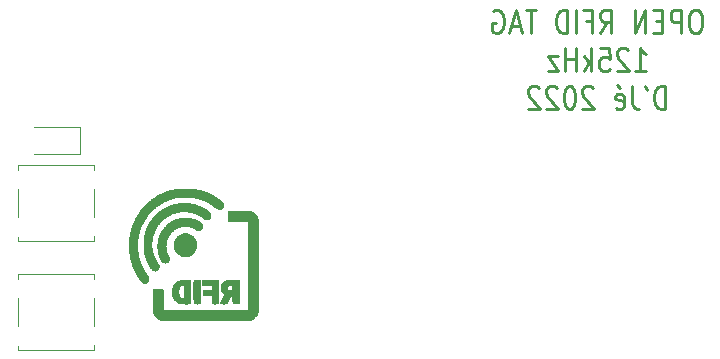
<source format=gbr>
%TF.GenerationSoftware,KiCad,Pcbnew,(6.0.1)*%
%TF.CreationDate,2022-02-20T06:36:07+01:00*%
%TF.ProjectId,OK,4f4b2e6b-6963-4616-945f-706362585858,rev?*%
%TF.SameCoordinates,Original*%
%TF.FileFunction,Legend,Bot*%
%TF.FilePolarity,Positive*%
%FSLAX46Y46*%
G04 Gerber Fmt 4.6, Leading zero omitted, Abs format (unit mm)*
G04 Created by KiCad (PCBNEW (6.0.1)) date 2022-02-20 06:36:07*
%MOMM*%
%LPD*%
G01*
G04 APERTURE LIST*
%ADD10C,0.250000*%
%ADD11C,0.010000*%
%ADD12C,0.120000*%
G04 APERTURE END LIST*
D10*
X163875238Y-54884761D02*
X163570476Y-54884761D01*
X163418095Y-54980000D01*
X163265714Y-55170476D01*
X163189523Y-55551428D01*
X163189523Y-56218095D01*
X163265714Y-56599047D01*
X163418095Y-56789523D01*
X163570476Y-56884761D01*
X163875238Y-56884761D01*
X164027619Y-56789523D01*
X164180000Y-56599047D01*
X164256190Y-56218095D01*
X164256190Y-55551428D01*
X164180000Y-55170476D01*
X164027619Y-54980000D01*
X163875238Y-54884761D01*
X162503809Y-56884761D02*
X162503809Y-54884761D01*
X161894285Y-54884761D01*
X161741904Y-54980000D01*
X161665714Y-55075238D01*
X161589523Y-55265714D01*
X161589523Y-55551428D01*
X161665714Y-55741904D01*
X161741904Y-55837142D01*
X161894285Y-55932380D01*
X162503809Y-55932380D01*
X160903809Y-55837142D02*
X160370476Y-55837142D01*
X160141904Y-56884761D02*
X160903809Y-56884761D01*
X160903809Y-54884761D01*
X160141904Y-54884761D01*
X159456190Y-56884761D02*
X159456190Y-54884761D01*
X158541904Y-56884761D01*
X158541904Y-54884761D01*
X155646666Y-56884761D02*
X156180000Y-55932380D01*
X156560952Y-56884761D02*
X156560952Y-54884761D01*
X155951428Y-54884761D01*
X155799047Y-54980000D01*
X155722857Y-55075238D01*
X155646666Y-55265714D01*
X155646666Y-55551428D01*
X155722857Y-55741904D01*
X155799047Y-55837142D01*
X155951428Y-55932380D01*
X156560952Y-55932380D01*
X154427619Y-55837142D02*
X154960952Y-55837142D01*
X154960952Y-56884761D02*
X154960952Y-54884761D01*
X154199047Y-54884761D01*
X153589523Y-56884761D02*
X153589523Y-54884761D01*
X152827619Y-56884761D02*
X152827619Y-54884761D01*
X152446666Y-54884761D01*
X152218095Y-54980000D01*
X152065714Y-55170476D01*
X151989523Y-55360952D01*
X151913333Y-55741904D01*
X151913333Y-56027619D01*
X151989523Y-56408571D01*
X152065714Y-56599047D01*
X152218095Y-56789523D01*
X152446666Y-56884761D01*
X152827619Y-56884761D01*
X150237142Y-54884761D02*
X149322857Y-54884761D01*
X149780000Y-56884761D02*
X149780000Y-54884761D01*
X148865714Y-56313333D02*
X148103809Y-56313333D01*
X149018095Y-56884761D02*
X148484761Y-54884761D01*
X147951428Y-56884761D01*
X146580000Y-54980000D02*
X146732380Y-54884761D01*
X146960952Y-54884761D01*
X147189523Y-54980000D01*
X147341904Y-55170476D01*
X147418095Y-55360952D01*
X147494285Y-55741904D01*
X147494285Y-56027619D01*
X147418095Y-56408571D01*
X147341904Y-56599047D01*
X147189523Y-56789523D01*
X146960952Y-56884761D01*
X146808571Y-56884761D01*
X146580000Y-56789523D01*
X146503809Y-56694285D01*
X146503809Y-56027619D01*
X146808571Y-56027619D01*
X158580000Y-60104761D02*
X159494285Y-60104761D01*
X159037142Y-60104761D02*
X159037142Y-58104761D01*
X159189523Y-58390476D01*
X159341904Y-58580952D01*
X159494285Y-58676190D01*
X157970476Y-58295238D02*
X157894285Y-58200000D01*
X157741904Y-58104761D01*
X157360952Y-58104761D01*
X157208571Y-58200000D01*
X157132380Y-58295238D01*
X157056190Y-58485714D01*
X157056190Y-58676190D01*
X157132380Y-58961904D01*
X158046666Y-60104761D01*
X157056190Y-60104761D01*
X155608571Y-58104761D02*
X156370476Y-58104761D01*
X156446666Y-59057142D01*
X156370476Y-58961904D01*
X156218095Y-58866666D01*
X155837142Y-58866666D01*
X155684761Y-58961904D01*
X155608571Y-59057142D01*
X155532380Y-59247619D01*
X155532380Y-59723809D01*
X155608571Y-59914285D01*
X155684761Y-60009523D01*
X155837142Y-60104761D01*
X156218095Y-60104761D01*
X156370476Y-60009523D01*
X156446666Y-59914285D01*
X154846666Y-60104761D02*
X154846666Y-58104761D01*
X154694285Y-59342857D02*
X154237142Y-60104761D01*
X154237142Y-58771428D02*
X154846666Y-59533333D01*
X153551428Y-60104761D02*
X153551428Y-58104761D01*
X153551428Y-59057142D02*
X152637142Y-59057142D01*
X152637142Y-60104761D02*
X152637142Y-58104761D01*
X152027619Y-58771428D02*
X151189523Y-58771428D01*
X152027619Y-60104761D01*
X151189523Y-60104761D01*
X161132380Y-63324761D02*
X161132380Y-61324761D01*
X160751428Y-61324761D01*
X160522857Y-61420000D01*
X160370476Y-61610476D01*
X160294285Y-61800952D01*
X160218095Y-62181904D01*
X160218095Y-62467619D01*
X160294285Y-62848571D01*
X160370476Y-63039047D01*
X160522857Y-63229523D01*
X160751428Y-63324761D01*
X161132380Y-63324761D01*
X159456190Y-61324761D02*
X159608571Y-61705714D01*
X158313333Y-61324761D02*
X158313333Y-62753333D01*
X158389523Y-63039047D01*
X158541904Y-63229523D01*
X158770476Y-63324761D01*
X158922857Y-63324761D01*
X156941904Y-63229523D02*
X157094285Y-63324761D01*
X157399047Y-63324761D01*
X157551428Y-63229523D01*
X157627619Y-63039047D01*
X157627619Y-62277142D01*
X157551428Y-62086666D01*
X157399047Y-61991428D01*
X157094285Y-61991428D01*
X156941904Y-62086666D01*
X156865714Y-62277142D01*
X156865714Y-62467619D01*
X157627619Y-62658095D01*
X157094285Y-61229523D02*
X157322857Y-61515238D01*
X155037142Y-61515238D02*
X154960952Y-61420000D01*
X154808571Y-61324761D01*
X154427619Y-61324761D01*
X154275238Y-61420000D01*
X154199047Y-61515238D01*
X154122857Y-61705714D01*
X154122857Y-61896190D01*
X154199047Y-62181904D01*
X155113333Y-63324761D01*
X154122857Y-63324761D01*
X153132380Y-61324761D02*
X152980000Y-61324761D01*
X152827619Y-61420000D01*
X152751428Y-61515238D01*
X152675238Y-61705714D01*
X152599047Y-62086666D01*
X152599047Y-62562857D01*
X152675238Y-62943809D01*
X152751428Y-63134285D01*
X152827619Y-63229523D01*
X152980000Y-63324761D01*
X153132380Y-63324761D01*
X153284761Y-63229523D01*
X153360952Y-63134285D01*
X153437142Y-62943809D01*
X153513333Y-62562857D01*
X153513333Y-62086666D01*
X153437142Y-61705714D01*
X153360952Y-61515238D01*
X153284761Y-61420000D01*
X153132380Y-61324761D01*
X151989523Y-61515238D02*
X151913333Y-61420000D01*
X151760952Y-61324761D01*
X151380000Y-61324761D01*
X151227619Y-61420000D01*
X151151428Y-61515238D01*
X151075238Y-61705714D01*
X151075238Y-61896190D01*
X151151428Y-62181904D01*
X152065714Y-63324761D01*
X151075238Y-63324761D01*
X150465714Y-61515238D02*
X150389523Y-61420000D01*
X150237142Y-61324761D01*
X149856190Y-61324761D01*
X149703809Y-61420000D01*
X149627619Y-61515238D01*
X149551428Y-61705714D01*
X149551428Y-61896190D01*
X149627619Y-62181904D01*
X150541904Y-63324761D01*
X149551428Y-63324761D01*
D11*
%TO.C,G\u002A\u002A\u002A*%
X121519579Y-77777850D02*
X121605159Y-77782538D01*
X121605159Y-77782538D02*
X121673723Y-77789722D01*
X121673723Y-77789722D02*
X121714240Y-77799119D01*
X121714240Y-77799119D02*
X121719184Y-77802233D01*
X121719184Y-77802233D02*
X121725106Y-77828798D01*
X121725106Y-77828798D02*
X121730309Y-77892424D01*
X121730309Y-77892424D02*
X121734785Y-77987847D01*
X121734785Y-77987847D02*
X121738522Y-78109802D01*
X121738522Y-78109802D02*
X121741513Y-78253022D01*
X121741513Y-78253022D02*
X121743746Y-78412243D01*
X121743746Y-78412243D02*
X121745213Y-78582199D01*
X121745213Y-78582199D02*
X121745905Y-78757625D01*
X121745905Y-78757625D02*
X121745810Y-78933255D01*
X121745810Y-78933255D02*
X121744921Y-79103824D01*
X121744921Y-79103824D02*
X121743227Y-79264067D01*
X121743227Y-79264067D02*
X121740719Y-79408718D01*
X121740719Y-79408718D02*
X121737387Y-79532512D01*
X121737387Y-79532512D02*
X121733222Y-79630183D01*
X121733222Y-79630183D02*
X121728214Y-79696467D01*
X121728214Y-79696467D02*
X121722672Y-79725558D01*
X121722672Y-79725558D02*
X121708728Y-79743865D01*
X121708728Y-79743865D02*
X121684971Y-79755776D01*
X121684971Y-79755776D02*
X121643269Y-79762627D01*
X121643269Y-79762627D02*
X121575493Y-79765756D01*
X121575493Y-79765756D02*
X121473764Y-79766500D01*
X121473764Y-79766500D02*
X121371773Y-79765752D01*
X121371773Y-79765752D02*
X121303788Y-79762588D01*
X121303788Y-79762588D02*
X121261494Y-79755627D01*
X121261494Y-79755627D02*
X121236577Y-79743489D01*
X121236577Y-79743489D02*
X121220722Y-79724794D01*
X121220722Y-79724794D02*
X121220508Y-79724454D01*
X121220508Y-79724454D02*
X121213815Y-79703041D01*
X121213815Y-79703041D02*
X121208253Y-79660191D01*
X121208253Y-79660191D02*
X121203743Y-79592997D01*
X121203743Y-79592997D02*
X121200208Y-79498551D01*
X121200208Y-79498551D02*
X121197569Y-79373945D01*
X121197569Y-79373945D02*
X121195751Y-79216272D01*
X121195751Y-79216272D02*
X121194673Y-79022624D01*
X121194673Y-79022624D02*
X121194260Y-78790093D01*
X121194260Y-78790093D02*
X121194250Y-78742468D01*
X121194250Y-78742468D02*
X121194377Y-78516644D01*
X121194377Y-78516644D02*
X121194841Y-78329524D01*
X121194841Y-78329524D02*
X121195771Y-78177479D01*
X121195771Y-78177479D02*
X121197293Y-78056881D01*
X121197293Y-78056881D02*
X121199536Y-77964101D01*
X121199536Y-77964101D02*
X121202627Y-77895509D01*
X121202627Y-77895509D02*
X121206693Y-77847478D01*
X121206693Y-77847478D02*
X121211863Y-77816378D01*
X121211863Y-77816378D02*
X121218262Y-77798581D01*
X121218262Y-77798581D02*
X121226020Y-77790459D01*
X121226020Y-77790459D02*
X121227731Y-77789681D01*
X121227731Y-77789681D02*
X121271060Y-77781572D01*
X121271060Y-77781572D02*
X121341498Y-77777085D01*
X121341498Y-77777085D02*
X121428015Y-77775938D01*
X121428015Y-77775938D02*
X121519579Y-77777850D01*
X121519579Y-77777850D02*
X121519579Y-77777850D01*
G36*
X121519579Y-77777850D02*
G01*
X121605159Y-77782538D01*
X121673723Y-77789722D01*
X121714240Y-77799119D01*
X121719184Y-77802233D01*
X121725106Y-77828798D01*
X121730309Y-77892424D01*
X121734785Y-77987847D01*
X121738522Y-78109802D01*
X121741513Y-78253022D01*
X121743746Y-78412243D01*
X121745213Y-78582199D01*
X121745905Y-78757625D01*
X121745810Y-78933255D01*
X121744921Y-79103824D01*
X121743227Y-79264067D01*
X121740719Y-79408718D01*
X121737387Y-79532512D01*
X121733222Y-79630183D01*
X121728214Y-79696467D01*
X121722672Y-79725558D01*
X121708728Y-79743865D01*
X121684971Y-79755776D01*
X121643269Y-79762627D01*
X121575493Y-79765756D01*
X121473764Y-79766500D01*
X121371773Y-79765752D01*
X121303788Y-79762588D01*
X121261494Y-79755627D01*
X121236577Y-79743489D01*
X121220722Y-79724794D01*
X121220508Y-79724454D01*
X121213815Y-79703041D01*
X121208253Y-79660191D01*
X121203743Y-79592997D01*
X121200208Y-79498551D01*
X121197569Y-79373945D01*
X121195751Y-79216272D01*
X121194673Y-79022624D01*
X121194260Y-78790093D01*
X121194250Y-78742468D01*
X121194377Y-78516644D01*
X121194841Y-78329524D01*
X121195771Y-78177479D01*
X121197293Y-78056881D01*
X121199536Y-77964101D01*
X121202627Y-77895509D01*
X121206693Y-77847478D01*
X121211863Y-77816378D01*
X121218262Y-77798581D01*
X121226020Y-77790459D01*
X121227731Y-77789681D01*
X121271060Y-77781572D01*
X121341498Y-77777085D01*
X121428015Y-77775938D01*
X121519579Y-77777850D01*
G37*
X121519579Y-77777850D02*
X121605159Y-77782538D01*
X121673723Y-77789722D01*
X121714240Y-77799119D01*
X121719184Y-77802233D01*
X121725106Y-77828798D01*
X121730309Y-77892424D01*
X121734785Y-77987847D01*
X121738522Y-78109802D01*
X121741513Y-78253022D01*
X121743746Y-78412243D01*
X121745213Y-78582199D01*
X121745905Y-78757625D01*
X121745810Y-78933255D01*
X121744921Y-79103824D01*
X121743227Y-79264067D01*
X121740719Y-79408718D01*
X121737387Y-79532512D01*
X121733222Y-79630183D01*
X121728214Y-79696467D01*
X121722672Y-79725558D01*
X121708728Y-79743865D01*
X121684971Y-79755776D01*
X121643269Y-79762627D01*
X121575493Y-79765756D01*
X121473764Y-79766500D01*
X121371773Y-79765752D01*
X121303788Y-79762588D01*
X121261494Y-79755627D01*
X121236577Y-79743489D01*
X121220722Y-79724794D01*
X121220508Y-79724454D01*
X121213815Y-79703041D01*
X121208253Y-79660191D01*
X121203743Y-79592997D01*
X121200208Y-79498551D01*
X121197569Y-79373945D01*
X121195751Y-79216272D01*
X121194673Y-79022624D01*
X121194260Y-78790093D01*
X121194250Y-78742468D01*
X121194377Y-78516644D01*
X121194841Y-78329524D01*
X121195771Y-78177479D01*
X121197293Y-78056881D01*
X121199536Y-77964101D01*
X121202627Y-77895509D01*
X121206693Y-77847478D01*
X121211863Y-77816378D01*
X121218262Y-77798581D01*
X121226020Y-77790459D01*
X121227731Y-77789681D01*
X121271060Y-77781572D01*
X121341498Y-77777085D01*
X121428015Y-77775938D01*
X121519579Y-77777850D01*
X120596408Y-77777985D02*
X120718120Y-77781251D01*
X120718120Y-77781251D02*
X120813467Y-77786343D01*
X120813467Y-77786343D02*
X120876635Y-77792977D01*
X120876635Y-77792977D02*
X120899308Y-77798745D01*
X120899308Y-77798745D02*
X120909132Y-77805408D01*
X120909132Y-77805408D02*
X120917246Y-77816431D01*
X120917246Y-77816431D02*
X120923813Y-77835592D01*
X120923813Y-77835592D02*
X120928996Y-77866673D01*
X120928996Y-77866673D02*
X120932959Y-77913453D01*
X120932959Y-77913453D02*
X120935864Y-77979712D01*
X120935864Y-77979712D02*
X120937876Y-78069232D01*
X120937876Y-78069232D02*
X120939157Y-78185791D01*
X120939157Y-78185791D02*
X120939871Y-78333171D01*
X120939871Y-78333171D02*
X120940181Y-78515151D01*
X120940181Y-78515151D02*
X120940250Y-78735512D01*
X120940250Y-78735512D02*
X120940250Y-78746535D01*
X120940250Y-78746535D02*
X120940093Y-78972441D01*
X120940093Y-78972441D02*
X120939535Y-79159781D01*
X120939535Y-79159781D02*
X120938450Y-79312320D01*
X120938450Y-79312320D02*
X120936710Y-79433826D01*
X120936710Y-79433826D02*
X120934187Y-79528063D01*
X120934187Y-79528063D02*
X120930754Y-79598798D01*
X120930754Y-79598798D02*
X120926284Y-79649797D01*
X120926284Y-79649797D02*
X120920648Y-79684827D01*
X120920648Y-79684827D02*
X120913719Y-79707652D01*
X120913719Y-79707652D02*
X120907300Y-79719457D01*
X120907300Y-79719457D02*
X120893454Y-79736695D01*
X120893454Y-79736695D02*
X120875458Y-79749111D01*
X120875458Y-79749111D02*
X120846779Y-79757494D01*
X120846779Y-79757494D02*
X120800888Y-79762635D01*
X120800888Y-79762635D02*
X120731253Y-79765322D01*
X120731253Y-79765322D02*
X120631342Y-79766347D01*
X120631342Y-79766347D02*
X120518308Y-79766500D01*
X120518308Y-79766500D02*
X120382511Y-79765859D01*
X120382511Y-79765859D02*
X120283135Y-79763608D01*
X120283135Y-79763608D02*
X120214284Y-79759260D01*
X120214284Y-79759260D02*
X120170060Y-79752323D01*
X120170060Y-79752323D02*
X120144566Y-79742308D01*
X120144566Y-79742308D02*
X120135917Y-79734750D01*
X120135917Y-79734750D02*
X120094497Y-79712412D01*
X120094497Y-79712412D02*
X120024894Y-79703083D01*
X120024894Y-79703083D02*
X120016908Y-79703000D01*
X120016908Y-79703000D02*
X119961009Y-79698685D01*
X119961009Y-79698685D02*
X119928023Y-79687801D01*
X119928023Y-79687801D02*
X119924250Y-79681833D01*
X119924250Y-79681833D02*
X119907055Y-79663176D01*
X119907055Y-79663176D02*
X119891755Y-79660667D01*
X119891755Y-79660667D02*
X119850239Y-79648550D01*
X119850239Y-79648550D02*
X119793261Y-79618457D01*
X119793261Y-79618457D02*
X119737660Y-79579775D01*
X119737660Y-79579775D02*
X119721369Y-79565691D01*
X119721369Y-79565691D02*
X119688825Y-79538387D01*
X119688825Y-79538387D02*
X119642523Y-79502579D01*
X119642523Y-79502579D02*
X119641994Y-79502184D01*
X119641994Y-79502184D02*
X119603160Y-79465840D01*
X119603160Y-79465840D02*
X119585663Y-79434872D01*
X119585663Y-79434872D02*
X119585584Y-79433393D01*
X119585584Y-79433393D02*
X119575574Y-79408483D01*
X119575574Y-79408483D02*
X119569709Y-79406533D01*
X119569709Y-79406533D02*
X119548686Y-79389255D01*
X119548686Y-79389255D02*
X119521058Y-79348006D01*
X119521058Y-79348006D02*
X119495521Y-79298283D01*
X119495521Y-79298283D02*
X119480772Y-79255586D01*
X119480772Y-79255586D02*
X119479750Y-79246201D01*
X119479750Y-79246201D02*
X119467757Y-79219152D01*
X119467757Y-79219152D02*
X119458584Y-79216167D01*
X119458584Y-79216167D02*
X119442534Y-79198091D01*
X119442534Y-79198091D02*
X119437417Y-79164499D01*
X119437417Y-79164499D02*
X119429612Y-79119681D01*
X119429612Y-79119681D02*
X119416250Y-79099750D01*
X119416250Y-79099750D02*
X119408125Y-79074031D01*
X119408125Y-79074031D02*
X119401681Y-79011447D01*
X119401681Y-79011447D02*
X119397257Y-78917447D01*
X119397257Y-78917447D02*
X119395193Y-78797479D01*
X119395193Y-78797479D02*
X119395188Y-78795661D01*
X119395188Y-78795661D02*
X119924870Y-78795661D01*
X119924870Y-78795661D02*
X119927385Y-78878933D01*
X119927385Y-78878933D02*
X119932774Y-78946431D01*
X119932774Y-78946431D02*
X119941007Y-78987266D01*
X119941007Y-78987266D02*
X119945417Y-78993917D01*
X119945417Y-78993917D02*
X119960667Y-79022531D01*
X119960667Y-79022531D02*
X119966584Y-79069249D01*
X119966584Y-79069249D02*
X119972828Y-79113292D01*
X119972828Y-79113292D02*
X119987750Y-79131500D01*
X119987750Y-79131500D02*
X120005260Y-79149124D01*
X120005260Y-79149124D02*
X120008917Y-79171569D01*
X120008917Y-79171569D02*
X120021311Y-79211593D01*
X120021311Y-79211593D02*
X120035375Y-79224718D01*
X120035375Y-79224718D02*
X120070508Y-79244556D01*
X120070508Y-79244556D02*
X120120542Y-79275303D01*
X120120542Y-79275303D02*
X120125334Y-79278353D01*
X120125334Y-79278353D02*
X120190258Y-79305754D01*
X120190258Y-79305754D02*
X120267083Y-79319953D01*
X120267083Y-79319953D02*
X120278792Y-79320453D01*
X120278792Y-79320453D02*
X120368750Y-79322000D01*
X120368750Y-79322000D02*
X120368750Y-78221333D01*
X120368750Y-78221333D02*
X120272755Y-78221333D01*
X120272755Y-78221333D02*
X120170975Y-78238057D01*
X120170975Y-78238057D02*
X120080756Y-78283487D01*
X120080756Y-78283487D02*
X120012154Y-78350517D01*
X120012154Y-78350517D02*
X119975312Y-78431611D01*
X119975312Y-78431611D02*
X119958756Y-78488552D01*
X119958756Y-78488552D02*
X119944138Y-78522671D01*
X119944138Y-78522671D02*
X119934863Y-78560122D01*
X119934863Y-78560122D02*
X119928579Y-78625365D01*
X119928579Y-78625365D02*
X119925258Y-78707508D01*
X119925258Y-78707508D02*
X119924870Y-78795661D01*
X119924870Y-78795661D02*
X119395188Y-78795661D01*
X119395188Y-78795661D02*
X119395084Y-78759834D01*
X119395084Y-78759834D02*
X119396415Y-78627969D01*
X119396415Y-78627969D02*
X119400261Y-78527331D01*
X119400261Y-78527331D02*
X119406395Y-78461403D01*
X119406395Y-78461403D02*
X119414591Y-78433668D01*
X119414591Y-78433668D02*
X119416250Y-78433000D01*
X119416250Y-78433000D02*
X119431226Y-78414636D01*
X119431226Y-78414636D02*
X119437417Y-78370749D01*
X119437417Y-78370749D02*
X119443942Y-78321867D01*
X119443942Y-78321867D02*
X119458584Y-78295417D01*
X119458584Y-78295417D02*
X119476593Y-78265453D01*
X119476593Y-78265453D02*
X119479750Y-78242787D01*
X119479750Y-78242787D02*
X119495396Y-78202474D01*
X119495396Y-78202474D02*
X119532667Y-78161615D01*
X119532667Y-78161615D02*
X119569774Y-78127419D01*
X119569774Y-78127419D02*
X119586251Y-78102365D01*
X119586251Y-78102365D02*
X119586288Y-78101870D01*
X119586288Y-78101870D02*
X119602825Y-78065318D01*
X119602825Y-78065318D02*
X119639537Y-78024172D01*
X119639537Y-78024172D02*
X119680446Y-77994344D01*
X119680446Y-77994344D02*
X119700101Y-77988500D01*
X119700101Y-77988500D02*
X119729442Y-77976149D01*
X119729442Y-77976149D02*
X119733750Y-77964375D01*
X119733750Y-77964375D02*
X119751473Y-77930069D01*
X119751473Y-77930069D02*
X119793049Y-77898888D01*
X119793049Y-77898888D02*
X119841092Y-77883511D01*
X119841092Y-77883511D02*
X119844875Y-77883340D01*
X119844875Y-77883340D02*
X119876307Y-77872766D01*
X119876307Y-77872766D02*
X119881917Y-77861500D01*
X119881917Y-77861500D02*
X119900482Y-77847336D01*
X119900482Y-77847336D02*
X119945956Y-77840457D01*
X119945956Y-77840457D02*
X119953736Y-77840333D01*
X119953736Y-77840333D02*
X120011548Y-77831016D01*
X120011548Y-77831016D02*
X120037738Y-77808583D01*
X120037738Y-77808583D02*
X120047919Y-77797328D01*
X120047919Y-77797328D02*
X120072195Y-77789008D01*
X120072195Y-77789008D02*
X120115967Y-77783213D01*
X120115967Y-77783213D02*
X120184639Y-77779530D01*
X120184639Y-77779530D02*
X120283613Y-77777548D01*
X120283613Y-77777548D02*
X120418293Y-77776854D01*
X120418293Y-77776854D02*
X120454144Y-77776833D01*
X120454144Y-77776833D02*
X120596408Y-77777985D01*
X120596408Y-77777985D02*
X120596408Y-77777985D01*
G36*
X119396415Y-78627969D02*
G01*
X119400261Y-78527331D01*
X119406395Y-78461403D01*
X119414591Y-78433668D01*
X119416250Y-78433000D01*
X119431226Y-78414636D01*
X119437417Y-78370749D01*
X119443942Y-78321867D01*
X119458584Y-78295417D01*
X119476593Y-78265453D01*
X119479750Y-78242787D01*
X119495396Y-78202474D01*
X119532667Y-78161615D01*
X119569774Y-78127419D01*
X119586251Y-78102365D01*
X119586288Y-78101870D01*
X119602825Y-78065318D01*
X119639537Y-78024172D01*
X119680446Y-77994344D01*
X119700101Y-77988500D01*
X119729442Y-77976149D01*
X119733750Y-77964375D01*
X119751473Y-77930069D01*
X119793049Y-77898888D01*
X119841092Y-77883511D01*
X119844875Y-77883340D01*
X119876307Y-77872766D01*
X119881917Y-77861500D01*
X119900482Y-77847336D01*
X119945956Y-77840457D01*
X119953736Y-77840333D01*
X120011548Y-77831016D01*
X120037738Y-77808583D01*
X120047919Y-77797328D01*
X120072195Y-77789008D01*
X120115967Y-77783213D01*
X120184639Y-77779530D01*
X120283613Y-77777548D01*
X120418293Y-77776854D01*
X120454144Y-77776833D01*
X120596408Y-77777985D01*
X120718120Y-77781251D01*
X120813467Y-77786343D01*
X120876635Y-77792977D01*
X120899308Y-77798745D01*
X120909132Y-77805408D01*
X120917246Y-77816431D01*
X120923813Y-77835592D01*
X120928996Y-77866673D01*
X120932959Y-77913453D01*
X120935864Y-77979712D01*
X120937876Y-78069232D01*
X120939157Y-78185791D01*
X120939871Y-78333171D01*
X120940181Y-78515151D01*
X120940250Y-78735512D01*
X120940250Y-78746535D01*
X120940093Y-78972441D01*
X120939535Y-79159781D01*
X120938450Y-79312320D01*
X120936710Y-79433826D01*
X120934187Y-79528063D01*
X120930754Y-79598798D01*
X120926284Y-79649797D01*
X120920648Y-79684827D01*
X120913719Y-79707652D01*
X120907300Y-79719457D01*
X120893454Y-79736695D01*
X120875458Y-79749111D01*
X120846779Y-79757494D01*
X120800888Y-79762635D01*
X120731253Y-79765322D01*
X120631342Y-79766347D01*
X120518308Y-79766500D01*
X120382511Y-79765859D01*
X120283135Y-79763608D01*
X120214284Y-79759260D01*
X120170060Y-79752323D01*
X120144566Y-79742308D01*
X120135917Y-79734750D01*
X120094497Y-79712412D01*
X120024894Y-79703083D01*
X120016908Y-79703000D01*
X119961009Y-79698685D01*
X119928023Y-79687801D01*
X119924250Y-79681833D01*
X119907055Y-79663176D01*
X119891755Y-79660667D01*
X119850239Y-79648550D01*
X119793261Y-79618457D01*
X119737660Y-79579775D01*
X119721369Y-79565691D01*
X119688825Y-79538387D01*
X119642523Y-79502579D01*
X119641994Y-79502184D01*
X119603160Y-79465840D01*
X119585663Y-79434872D01*
X119585584Y-79433393D01*
X119575574Y-79408483D01*
X119569709Y-79406533D01*
X119548686Y-79389255D01*
X119521058Y-79348006D01*
X119495521Y-79298283D01*
X119480772Y-79255586D01*
X119479750Y-79246201D01*
X119467757Y-79219152D01*
X119458584Y-79216167D01*
X119442534Y-79198091D01*
X119437417Y-79164499D01*
X119429612Y-79119681D01*
X119416250Y-79099750D01*
X119408125Y-79074031D01*
X119401681Y-79011447D01*
X119397257Y-78917447D01*
X119395193Y-78797479D01*
X119395188Y-78795661D01*
X119924870Y-78795661D01*
X119927385Y-78878933D01*
X119932774Y-78946431D01*
X119941007Y-78987266D01*
X119945417Y-78993917D01*
X119960667Y-79022531D01*
X119966584Y-79069249D01*
X119972828Y-79113292D01*
X119987750Y-79131500D01*
X120005260Y-79149124D01*
X120008917Y-79171569D01*
X120021311Y-79211593D01*
X120035375Y-79224718D01*
X120070508Y-79244556D01*
X120120542Y-79275303D01*
X120125334Y-79278353D01*
X120190258Y-79305754D01*
X120267083Y-79319953D01*
X120278792Y-79320453D01*
X120368750Y-79322000D01*
X120368750Y-78221333D01*
X120272755Y-78221333D01*
X120170975Y-78238057D01*
X120080756Y-78283487D01*
X120012154Y-78350517D01*
X119975312Y-78431611D01*
X119958756Y-78488552D01*
X119944138Y-78522671D01*
X119934863Y-78560122D01*
X119928579Y-78625365D01*
X119925258Y-78707508D01*
X119924870Y-78795661D01*
X119395188Y-78795661D01*
X119395084Y-78759834D01*
X119396415Y-78627969D01*
G37*
X119396415Y-78627969D02*
X119400261Y-78527331D01*
X119406395Y-78461403D01*
X119414591Y-78433668D01*
X119416250Y-78433000D01*
X119431226Y-78414636D01*
X119437417Y-78370749D01*
X119443942Y-78321867D01*
X119458584Y-78295417D01*
X119476593Y-78265453D01*
X119479750Y-78242787D01*
X119495396Y-78202474D01*
X119532667Y-78161615D01*
X119569774Y-78127419D01*
X119586251Y-78102365D01*
X119586288Y-78101870D01*
X119602825Y-78065318D01*
X119639537Y-78024172D01*
X119680446Y-77994344D01*
X119700101Y-77988500D01*
X119729442Y-77976149D01*
X119733750Y-77964375D01*
X119751473Y-77930069D01*
X119793049Y-77898888D01*
X119841092Y-77883511D01*
X119844875Y-77883340D01*
X119876307Y-77872766D01*
X119881917Y-77861500D01*
X119900482Y-77847336D01*
X119945956Y-77840457D01*
X119953736Y-77840333D01*
X120011548Y-77831016D01*
X120037738Y-77808583D01*
X120047919Y-77797328D01*
X120072195Y-77789008D01*
X120115967Y-77783213D01*
X120184639Y-77779530D01*
X120283613Y-77777548D01*
X120418293Y-77776854D01*
X120454144Y-77776833D01*
X120596408Y-77777985D01*
X120718120Y-77781251D01*
X120813467Y-77786343D01*
X120876635Y-77792977D01*
X120899308Y-77798745D01*
X120909132Y-77805408D01*
X120917246Y-77816431D01*
X120923813Y-77835592D01*
X120928996Y-77866673D01*
X120932959Y-77913453D01*
X120935864Y-77979712D01*
X120937876Y-78069232D01*
X120939157Y-78185791D01*
X120939871Y-78333171D01*
X120940181Y-78515151D01*
X120940250Y-78735512D01*
X120940250Y-78746535D01*
X120940093Y-78972441D01*
X120939535Y-79159781D01*
X120938450Y-79312320D01*
X120936710Y-79433826D01*
X120934187Y-79528063D01*
X120930754Y-79598798D01*
X120926284Y-79649797D01*
X120920648Y-79684827D01*
X120913719Y-79707652D01*
X120907300Y-79719457D01*
X120893454Y-79736695D01*
X120875458Y-79749111D01*
X120846779Y-79757494D01*
X120800888Y-79762635D01*
X120731253Y-79765322D01*
X120631342Y-79766347D01*
X120518308Y-79766500D01*
X120382511Y-79765859D01*
X120283135Y-79763608D01*
X120214284Y-79759260D01*
X120170060Y-79752323D01*
X120144566Y-79742308D01*
X120135917Y-79734750D01*
X120094497Y-79712412D01*
X120024894Y-79703083D01*
X120016908Y-79703000D01*
X119961009Y-79698685D01*
X119928023Y-79687801D01*
X119924250Y-79681833D01*
X119907055Y-79663176D01*
X119891755Y-79660667D01*
X119850239Y-79648550D01*
X119793261Y-79618457D01*
X119737660Y-79579775D01*
X119721369Y-79565691D01*
X119688825Y-79538387D01*
X119642523Y-79502579D01*
X119641994Y-79502184D01*
X119603160Y-79465840D01*
X119585663Y-79434872D01*
X119585584Y-79433393D01*
X119575574Y-79408483D01*
X119569709Y-79406533D01*
X119548686Y-79389255D01*
X119521058Y-79348006D01*
X119495521Y-79298283D01*
X119480772Y-79255586D01*
X119479750Y-79246201D01*
X119467757Y-79219152D01*
X119458584Y-79216167D01*
X119442534Y-79198091D01*
X119437417Y-79164499D01*
X119429612Y-79119681D01*
X119416250Y-79099750D01*
X119408125Y-79074031D01*
X119401681Y-79011447D01*
X119397257Y-78917447D01*
X119395193Y-78797479D01*
X119395188Y-78795661D01*
X119924870Y-78795661D01*
X119927385Y-78878933D01*
X119932774Y-78946431D01*
X119941007Y-78987266D01*
X119945417Y-78993917D01*
X119960667Y-79022531D01*
X119966584Y-79069249D01*
X119972828Y-79113292D01*
X119987750Y-79131500D01*
X120005260Y-79149124D01*
X120008917Y-79171569D01*
X120021311Y-79211593D01*
X120035375Y-79224718D01*
X120070508Y-79244556D01*
X120120542Y-79275303D01*
X120125334Y-79278353D01*
X120190258Y-79305754D01*
X120267083Y-79319953D01*
X120278792Y-79320453D01*
X120368750Y-79322000D01*
X120368750Y-78221333D01*
X120272755Y-78221333D01*
X120170975Y-78238057D01*
X120080756Y-78283487D01*
X120012154Y-78350517D01*
X119975312Y-78431611D01*
X119958756Y-78488552D01*
X119944138Y-78522671D01*
X119934863Y-78560122D01*
X119928579Y-78625365D01*
X119925258Y-78707508D01*
X119924870Y-78795661D01*
X119395188Y-78795661D01*
X119395084Y-78759834D01*
X119396415Y-78627969D01*
X122742094Y-77777260D02*
X122888189Y-77778466D01*
X122888189Y-77778466D02*
X123015827Y-77780340D01*
X123015827Y-77780340D02*
X123119381Y-77782771D01*
X123119381Y-77782771D02*
X123193221Y-77785649D01*
X123193221Y-77785649D02*
X123231722Y-77788863D01*
X123231722Y-77788863D02*
X123235102Y-77789681D01*
X123235102Y-77789681D02*
X123243080Y-77796274D01*
X123243080Y-77796274D02*
X123249697Y-77811774D01*
X123249697Y-77811774D02*
X123255078Y-77839778D01*
X123255078Y-77839778D02*
X123259348Y-77883882D01*
X123259348Y-77883882D02*
X123262630Y-77947684D01*
X123262630Y-77947684D02*
X123265049Y-78034780D01*
X123265049Y-78034780D02*
X123266728Y-78148767D01*
X123266728Y-78148767D02*
X123267793Y-78293242D01*
X123267793Y-78293242D02*
X123268367Y-78471802D01*
X123268367Y-78471802D02*
X123268574Y-78688043D01*
X123268574Y-78688043D02*
X123268584Y-78759114D01*
X123268584Y-78759114D02*
X123268283Y-79001876D01*
X123268283Y-79001876D02*
X123267336Y-79204973D01*
X123267336Y-79204973D02*
X123265674Y-79371070D01*
X123265674Y-79371070D02*
X123263228Y-79502831D01*
X123263228Y-79502831D02*
X123259928Y-79602922D01*
X123259928Y-79602922D02*
X123255706Y-79674007D01*
X123255706Y-79674007D02*
X123250493Y-79718751D01*
X123250493Y-79718751D02*
X123244220Y-79739818D01*
X123244220Y-79739818D02*
X123243184Y-79741100D01*
X123243184Y-79741100D02*
X123213341Y-79750836D01*
X123213341Y-79750836D02*
X123152470Y-79758564D01*
X123152470Y-79758564D02*
X123071589Y-79764030D01*
X123071589Y-79764030D02*
X122981716Y-79766978D01*
X122981716Y-79766978D02*
X122893869Y-79767156D01*
X122893869Y-79767156D02*
X122819066Y-79764310D01*
X122819066Y-79764310D02*
X122768324Y-79758184D01*
X122768324Y-79758184D02*
X122753528Y-79752389D01*
X122753528Y-79752389D02*
X122748856Y-79727530D01*
X122748856Y-79727530D02*
X122744838Y-79667615D01*
X122744838Y-79667615D02*
X122741749Y-79579921D01*
X122741749Y-79579921D02*
X122739868Y-79471722D01*
X122739868Y-79471722D02*
X122739417Y-79381972D01*
X122739417Y-79381972D02*
X122739417Y-79025667D01*
X122739417Y-79025667D02*
X122039869Y-79025667D01*
X122039869Y-79025667D02*
X122019226Y-78971372D01*
X122019226Y-78971372D02*
X122008137Y-78919436D01*
X122008137Y-78919436D02*
X122001218Y-78842833D01*
X122001218Y-78842833D02*
X121998814Y-78757321D01*
X121998814Y-78757321D02*
X122001268Y-78678661D01*
X122001268Y-78678661D02*
X122008926Y-78622612D01*
X122008926Y-78622612D02*
X122011431Y-78614648D01*
X122011431Y-78614648D02*
X122021416Y-78602195D01*
X122021416Y-78602195D02*
X122044279Y-78593202D01*
X122044279Y-78593202D02*
X122085915Y-78587135D01*
X122085915Y-78587135D02*
X122152215Y-78583462D01*
X122152215Y-78583462D02*
X122249075Y-78581650D01*
X122249075Y-78581650D02*
X122381848Y-78581167D01*
X122381848Y-78581167D02*
X122739417Y-78581167D01*
X122739417Y-78581167D02*
X122739417Y-78221333D01*
X122739417Y-78221333D02*
X122348578Y-78221333D01*
X122348578Y-78221333D02*
X122210463Y-78221063D01*
X122210463Y-78221063D02*
X122108685Y-78219854D01*
X122108685Y-78219854D02*
X122037251Y-78217113D01*
X122037251Y-78217113D02*
X121990165Y-78212246D01*
X121990165Y-78212246D02*
X121961435Y-78204657D01*
X121961435Y-78204657D02*
X121945065Y-78193752D01*
X121945065Y-78193752D02*
X121935828Y-78180391D01*
X121935828Y-78180391D02*
X121923351Y-78135300D01*
X121923351Y-78135300D02*
X121916194Y-78065532D01*
X121916194Y-78065532D02*
X121914234Y-77984269D01*
X121914234Y-77984269D02*
X121917352Y-77904691D01*
X121917352Y-77904691D02*
X121925424Y-77839980D01*
X121925424Y-77839980D02*
X121938330Y-77803315D01*
X121938330Y-77803315D02*
X121939317Y-77802233D01*
X121939317Y-77802233D02*
X121960285Y-77794254D01*
X121960285Y-77794254D02*
X122007509Y-77787936D01*
X122007509Y-77787936D02*
X122084019Y-77783159D01*
X122084019Y-77783159D02*
X122192842Y-77779804D01*
X122192842Y-77779804D02*
X122337007Y-77777751D01*
X122337007Y-77777751D02*
X122519543Y-77776881D01*
X122519543Y-77776881D02*
X122583169Y-77776833D01*
X122583169Y-77776833D02*
X122742094Y-77777260D01*
X122742094Y-77777260D02*
X122742094Y-77777260D01*
G36*
X122742094Y-77777260D02*
G01*
X122888189Y-77778466D01*
X123015827Y-77780340D01*
X123119381Y-77782771D01*
X123193221Y-77785649D01*
X123231722Y-77788863D01*
X123235102Y-77789681D01*
X123243080Y-77796274D01*
X123249697Y-77811774D01*
X123255078Y-77839778D01*
X123259348Y-77883882D01*
X123262630Y-77947684D01*
X123265049Y-78034780D01*
X123266728Y-78148767D01*
X123267793Y-78293242D01*
X123268367Y-78471802D01*
X123268574Y-78688043D01*
X123268584Y-78759114D01*
X123268283Y-79001876D01*
X123267336Y-79204973D01*
X123265674Y-79371070D01*
X123263228Y-79502831D01*
X123259928Y-79602922D01*
X123255706Y-79674007D01*
X123250493Y-79718751D01*
X123244220Y-79739818D01*
X123243184Y-79741100D01*
X123213341Y-79750836D01*
X123152470Y-79758564D01*
X123071589Y-79764030D01*
X122981716Y-79766978D01*
X122893869Y-79767156D01*
X122819066Y-79764310D01*
X122768324Y-79758184D01*
X122753528Y-79752389D01*
X122748856Y-79727530D01*
X122744838Y-79667615D01*
X122741749Y-79579921D01*
X122739868Y-79471722D01*
X122739417Y-79381972D01*
X122739417Y-79025667D01*
X122039869Y-79025667D01*
X122019226Y-78971372D01*
X122008137Y-78919436D01*
X122001218Y-78842833D01*
X121998814Y-78757321D01*
X122001268Y-78678661D01*
X122008926Y-78622612D01*
X122011431Y-78614648D01*
X122021416Y-78602195D01*
X122044279Y-78593202D01*
X122085915Y-78587135D01*
X122152215Y-78583462D01*
X122249075Y-78581650D01*
X122381848Y-78581167D01*
X122739417Y-78581167D01*
X122739417Y-78221333D01*
X122348578Y-78221333D01*
X122210463Y-78221063D01*
X122108685Y-78219854D01*
X122037251Y-78217113D01*
X121990165Y-78212246D01*
X121961435Y-78204657D01*
X121945065Y-78193752D01*
X121935828Y-78180391D01*
X121923351Y-78135300D01*
X121916194Y-78065532D01*
X121914234Y-77984269D01*
X121917352Y-77904691D01*
X121925424Y-77839980D01*
X121938330Y-77803315D01*
X121939317Y-77802233D01*
X121960285Y-77794254D01*
X122007509Y-77787936D01*
X122084019Y-77783159D01*
X122192842Y-77779804D01*
X122337007Y-77777751D01*
X122519543Y-77776881D01*
X122583169Y-77776833D01*
X122742094Y-77777260D01*
G37*
X122742094Y-77777260D02*
X122888189Y-77778466D01*
X123015827Y-77780340D01*
X123119381Y-77782771D01*
X123193221Y-77785649D01*
X123231722Y-77788863D01*
X123235102Y-77789681D01*
X123243080Y-77796274D01*
X123249697Y-77811774D01*
X123255078Y-77839778D01*
X123259348Y-77883882D01*
X123262630Y-77947684D01*
X123265049Y-78034780D01*
X123266728Y-78148767D01*
X123267793Y-78293242D01*
X123268367Y-78471802D01*
X123268574Y-78688043D01*
X123268584Y-78759114D01*
X123268283Y-79001876D01*
X123267336Y-79204973D01*
X123265674Y-79371070D01*
X123263228Y-79502831D01*
X123259928Y-79602922D01*
X123255706Y-79674007D01*
X123250493Y-79718751D01*
X123244220Y-79739818D01*
X123243184Y-79741100D01*
X123213341Y-79750836D01*
X123152470Y-79758564D01*
X123071589Y-79764030D01*
X122981716Y-79766978D01*
X122893869Y-79767156D01*
X122819066Y-79764310D01*
X122768324Y-79758184D01*
X122753528Y-79752389D01*
X122748856Y-79727530D01*
X122744838Y-79667615D01*
X122741749Y-79579921D01*
X122739868Y-79471722D01*
X122739417Y-79381972D01*
X122739417Y-79025667D01*
X122039869Y-79025667D01*
X122019226Y-78971372D01*
X122008137Y-78919436D01*
X122001218Y-78842833D01*
X121998814Y-78757321D01*
X122001268Y-78678661D01*
X122008926Y-78622612D01*
X122011431Y-78614648D01*
X122021416Y-78602195D01*
X122044279Y-78593202D01*
X122085915Y-78587135D01*
X122152215Y-78583462D01*
X122249075Y-78581650D01*
X122381848Y-78581167D01*
X122739417Y-78581167D01*
X122739417Y-78221333D01*
X122348578Y-78221333D01*
X122210463Y-78221063D01*
X122108685Y-78219854D01*
X122037251Y-78217113D01*
X121990165Y-78212246D01*
X121961435Y-78204657D01*
X121945065Y-78193752D01*
X121935828Y-78180391D01*
X121923351Y-78135300D01*
X121916194Y-78065532D01*
X121914234Y-77984269D01*
X121917352Y-77904691D01*
X121925424Y-77839980D01*
X121938330Y-77803315D01*
X121939317Y-77802233D01*
X121960285Y-77794254D01*
X122007509Y-77787936D01*
X122084019Y-77783159D01*
X122192842Y-77779804D01*
X122337007Y-77777751D01*
X122519543Y-77776881D01*
X122583169Y-77776833D01*
X122742094Y-77777260D01*
X124388156Y-77780459D02*
X124519600Y-77781727D01*
X124519600Y-77781727D02*
X125014834Y-77787417D01*
X125014834Y-77787417D02*
X125020709Y-78729333D01*
X125020709Y-78729333D02*
X125021675Y-78926580D01*
X125021675Y-78926580D02*
X125022075Y-79111964D01*
X125022075Y-79111964D02*
X125021936Y-79280942D01*
X125021936Y-79280942D02*
X125021284Y-79428970D01*
X125021284Y-79428970D02*
X125020147Y-79551507D01*
X125020147Y-79551507D02*
X125018552Y-79644009D01*
X125018552Y-79644009D02*
X125016525Y-79701932D01*
X125016525Y-79701932D02*
X125014847Y-79719542D01*
X125014847Y-79719542D02*
X125008209Y-79740054D01*
X125008209Y-79740054D02*
X124995193Y-79753519D01*
X124995193Y-79753519D02*
X124968319Y-79761155D01*
X124968319Y-79761155D02*
X124920112Y-79764180D01*
X124920112Y-79764180D02*
X124843091Y-79763812D01*
X124843091Y-79763812D02*
X124754971Y-79761875D01*
X124754971Y-79761875D02*
X124506834Y-79755917D01*
X124506834Y-79755917D02*
X124501016Y-79411687D01*
X124501016Y-79411687D02*
X124495199Y-79067457D01*
X124495199Y-79067457D02*
X124442808Y-79078312D01*
X124442808Y-79078312D02*
X124377724Y-79091806D01*
X124377724Y-79091806D02*
X124337500Y-79100153D01*
X124337500Y-79100153D02*
X124293825Y-79123658D01*
X124293825Y-79123658D02*
X124284584Y-79151821D01*
X124284584Y-79151821D02*
X124274772Y-79192173D01*
X124274772Y-79192173D02*
X124263417Y-79205583D01*
X124263417Y-79205583D02*
X124245635Y-79235438D01*
X124245635Y-79235438D02*
X124242250Y-79259749D01*
X124242250Y-79259749D02*
X124234123Y-79293475D01*
X124234123Y-79293475D02*
X124223378Y-79300833D01*
X124223378Y-79300833D02*
X124204744Y-79318772D01*
X124204744Y-79318772D02*
X124191225Y-79353750D01*
X124191225Y-79353750D02*
X124174228Y-79393393D01*
X124174228Y-79393393D02*
X124157180Y-79406667D01*
X124157180Y-79406667D02*
X124141571Y-79424783D01*
X124141571Y-79424783D02*
X124136417Y-79459583D01*
X124136417Y-79459583D02*
X124129171Y-79499362D01*
X124129171Y-79499362D02*
X124115250Y-79512500D01*
X124115250Y-79512500D02*
X124095928Y-79529395D01*
X124095928Y-79529395D02*
X124094084Y-79540998D01*
X124094084Y-79540998D02*
X124084809Y-79581396D01*
X124084809Y-79581396D02*
X124062508Y-79632061D01*
X124062508Y-79632061D02*
X124035460Y-79677431D01*
X124035460Y-79677431D02*
X124011949Y-79701947D01*
X124011949Y-79701947D02*
X124007867Y-79703000D01*
X124007867Y-79703000D02*
X123990456Y-79720167D01*
X123990456Y-79720167D02*
X123988250Y-79734750D01*
X123988250Y-79734750D02*
X123981829Y-79748538D01*
X123981829Y-79748538D02*
X123958219Y-79757777D01*
X123958219Y-79757777D02*
X123910899Y-79763295D01*
X123910899Y-79763295D02*
X123833347Y-79765922D01*
X123833347Y-79765922D02*
X123738484Y-79766500D01*
X123738484Y-79766500D02*
X123634303Y-79764724D01*
X123634303Y-79764724D02*
X123548611Y-79759839D01*
X123548611Y-79759839D02*
X123489762Y-79752514D01*
X123489762Y-79752514D02*
X123467055Y-79744838D01*
X123467055Y-79744838D02*
X123453591Y-79707717D01*
X123453591Y-79707717D02*
X123456223Y-79654849D01*
X123456223Y-79654849D02*
X123471702Y-79606185D01*
X123471702Y-79606185D02*
X123493483Y-79582638D01*
X123493483Y-79582638D02*
X123516072Y-79555158D01*
X123516072Y-79555158D02*
X123522584Y-79520819D01*
X123522584Y-79520819D02*
X123530123Y-79482137D01*
X123530123Y-79482137D02*
X123543750Y-79470167D01*
X123543750Y-79470167D02*
X123563072Y-79453272D01*
X123563072Y-79453272D02*
X123564917Y-79441669D01*
X123564917Y-79441669D02*
X123574915Y-79400871D01*
X123574915Y-79400871D02*
X123598824Y-79346008D01*
X123598824Y-79346008D02*
X123627514Y-79295487D01*
X123627514Y-79295487D02*
X123650924Y-79268255D01*
X123650924Y-79268255D02*
X123667559Y-79239173D01*
X123667559Y-79239173D02*
X123670750Y-79214917D01*
X123670750Y-79214917D02*
X123679855Y-79181206D01*
X123679855Y-79181206D02*
X123691917Y-79173833D01*
X123691917Y-79173833D02*
X123710801Y-79156735D01*
X123710801Y-79156735D02*
X123713084Y-79142727D01*
X123713084Y-79142727D02*
X123722926Y-79104528D01*
X123722926Y-79104528D02*
X123747105Y-79051129D01*
X123747105Y-79051129D02*
X123751978Y-79042185D01*
X123751978Y-79042185D02*
X123777834Y-78980319D01*
X123777834Y-78980319D02*
X123778487Y-78937038D01*
X123778487Y-78937038D02*
X123753929Y-78919871D01*
X123753929Y-78919871D02*
X123752141Y-78919833D01*
X123752141Y-78919833D02*
X123717737Y-78903900D01*
X123717737Y-78903900D02*
X123684320Y-78869018D01*
X123684320Y-78869018D02*
X123670750Y-78836678D01*
X123670750Y-78836678D02*
X123654315Y-78815188D01*
X123654315Y-78815188D02*
X123646625Y-78814000D01*
X123646625Y-78814000D02*
X123612319Y-78796277D01*
X123612319Y-78796277D02*
X123581138Y-78754701D01*
X123581138Y-78754701D02*
X123565761Y-78706658D01*
X123565761Y-78706658D02*
X123565590Y-78702875D01*
X123565590Y-78702875D02*
X123555017Y-78671443D01*
X123555017Y-78671443D02*
X123543750Y-78665833D01*
X123543750Y-78665833D02*
X123533706Y-78646330D01*
X123533706Y-78646330D02*
X123526852Y-78594220D01*
X123526852Y-78594220D02*
X123523096Y-78519100D01*
X123523096Y-78519100D02*
X123522475Y-78446297D01*
X123522475Y-78446297D02*
X124051382Y-78446297D01*
X124051382Y-78446297D02*
X124067956Y-78540737D01*
X124067956Y-78540737D02*
X124078209Y-78566198D01*
X124078209Y-78566198D02*
X124092406Y-78592912D01*
X124092406Y-78592912D02*
X124110918Y-78609627D01*
X124110918Y-78609627D02*
X124142898Y-78618697D01*
X124142898Y-78618697D02*
X124197503Y-78622476D01*
X124197503Y-78622476D02*
X124283887Y-78623316D01*
X124283887Y-78623316D02*
X124300459Y-78623335D01*
X124300459Y-78623335D02*
X124496250Y-78623500D01*
X124496250Y-78623500D02*
X124496250Y-78221333D01*
X124496250Y-78221333D02*
X124324088Y-78221333D01*
X124324088Y-78221333D02*
X124237507Y-78222340D01*
X124237507Y-78222340D02*
X124181924Y-78227338D01*
X124181924Y-78227338D02*
X124146014Y-78239294D01*
X124146014Y-78239294D02*
X124118453Y-78261173D01*
X124118453Y-78261173D02*
X124101864Y-78279542D01*
X124101864Y-78279542D02*
X124063118Y-78353981D01*
X124063118Y-78353981D02*
X124051382Y-78446297D01*
X124051382Y-78446297D02*
X123522475Y-78446297D01*
X123522475Y-78446297D02*
X123522340Y-78430571D01*
X123522340Y-78430571D02*
X123524491Y-78338228D01*
X123524491Y-78338228D02*
X123529454Y-78251672D01*
X123529454Y-78251672D02*
X123537133Y-78180501D01*
X123537133Y-78180501D02*
X123547434Y-78134312D01*
X123547434Y-78134312D02*
X123549042Y-78130468D01*
X123549042Y-78130468D02*
X123572640Y-78089848D01*
X123572640Y-78089848D02*
X123591375Y-78073332D01*
X123591375Y-78073332D02*
X123606275Y-78056428D01*
X123606275Y-78056428D02*
X123607250Y-78047627D01*
X123607250Y-78047627D02*
X123622750Y-78018789D01*
X123622750Y-78018789D02*
X123661115Y-77977078D01*
X123661115Y-77977078D02*
X123710142Y-77933336D01*
X123710142Y-77933336D02*
X123757628Y-77898405D01*
X123757628Y-77898405D02*
X123791371Y-77883126D01*
X123791371Y-77883126D02*
X123792459Y-77883073D01*
X123792459Y-77883073D02*
X123817061Y-77869295D01*
X123817061Y-77869295D02*
X123818917Y-77861500D01*
X123818917Y-77861500D02*
X123837053Y-77845669D01*
X123837053Y-77845669D02*
X123872578Y-77840333D01*
X123872578Y-77840333D02*
X123932122Y-77828509D01*
X123932122Y-77828509D02*
X123975303Y-77808185D01*
X123975303Y-77808185D02*
X123997456Y-77797730D01*
X123997456Y-77797730D02*
X124031191Y-77789952D01*
X124031191Y-77789952D02*
X124081818Y-77784594D01*
X124081818Y-77784594D02*
X124154647Y-77781398D01*
X124154647Y-77781398D02*
X124254989Y-77780106D01*
X124254989Y-77780106D02*
X124388156Y-77780459D01*
X124388156Y-77780459D02*
X124388156Y-77780459D01*
G36*
X123524491Y-78338228D02*
G01*
X123529454Y-78251672D01*
X123537133Y-78180501D01*
X123547434Y-78134312D01*
X123549042Y-78130468D01*
X123572640Y-78089848D01*
X123591375Y-78073332D01*
X123606275Y-78056428D01*
X123607250Y-78047627D01*
X123622750Y-78018789D01*
X123661115Y-77977078D01*
X123710142Y-77933336D01*
X123757628Y-77898405D01*
X123791371Y-77883126D01*
X123792459Y-77883073D01*
X123817061Y-77869295D01*
X123818917Y-77861500D01*
X123837053Y-77845669D01*
X123872578Y-77840333D01*
X123932122Y-77828509D01*
X123975303Y-77808185D01*
X123997456Y-77797730D01*
X124031191Y-77789952D01*
X124081818Y-77784594D01*
X124154647Y-77781398D01*
X124254989Y-77780106D01*
X124388156Y-77780459D01*
X124519600Y-77781727D01*
X125014834Y-77787417D01*
X125020709Y-78729333D01*
X125021675Y-78926580D01*
X125022075Y-79111964D01*
X125021936Y-79280942D01*
X125021284Y-79428970D01*
X125020147Y-79551507D01*
X125018552Y-79644009D01*
X125016525Y-79701932D01*
X125014847Y-79719542D01*
X125008209Y-79740054D01*
X124995193Y-79753519D01*
X124968319Y-79761155D01*
X124920112Y-79764180D01*
X124843091Y-79763812D01*
X124754971Y-79761875D01*
X124506834Y-79755917D01*
X124501016Y-79411687D01*
X124495199Y-79067457D01*
X124442808Y-79078312D01*
X124377724Y-79091806D01*
X124337500Y-79100153D01*
X124293825Y-79123658D01*
X124284584Y-79151821D01*
X124274772Y-79192173D01*
X124263417Y-79205583D01*
X124245635Y-79235438D01*
X124242250Y-79259749D01*
X124234123Y-79293475D01*
X124223378Y-79300833D01*
X124204744Y-79318772D01*
X124191225Y-79353750D01*
X124174228Y-79393393D01*
X124157180Y-79406667D01*
X124141571Y-79424783D01*
X124136417Y-79459583D01*
X124129171Y-79499362D01*
X124115250Y-79512500D01*
X124095928Y-79529395D01*
X124094084Y-79540998D01*
X124084809Y-79581396D01*
X124062508Y-79632061D01*
X124035460Y-79677431D01*
X124011949Y-79701947D01*
X124007867Y-79703000D01*
X123990456Y-79720167D01*
X123988250Y-79734750D01*
X123981829Y-79748538D01*
X123958219Y-79757777D01*
X123910899Y-79763295D01*
X123833347Y-79765922D01*
X123738484Y-79766500D01*
X123634303Y-79764724D01*
X123548611Y-79759839D01*
X123489762Y-79752514D01*
X123467055Y-79744838D01*
X123453591Y-79707717D01*
X123456223Y-79654849D01*
X123471702Y-79606185D01*
X123493483Y-79582638D01*
X123516072Y-79555158D01*
X123522584Y-79520819D01*
X123530123Y-79482137D01*
X123543750Y-79470167D01*
X123563072Y-79453272D01*
X123564917Y-79441669D01*
X123574915Y-79400871D01*
X123598824Y-79346008D01*
X123627514Y-79295487D01*
X123650924Y-79268255D01*
X123667559Y-79239173D01*
X123670750Y-79214917D01*
X123679855Y-79181206D01*
X123691917Y-79173833D01*
X123710801Y-79156735D01*
X123713084Y-79142727D01*
X123722926Y-79104528D01*
X123747105Y-79051129D01*
X123751978Y-79042185D01*
X123777834Y-78980319D01*
X123778487Y-78937038D01*
X123753929Y-78919871D01*
X123752141Y-78919833D01*
X123717737Y-78903900D01*
X123684320Y-78869018D01*
X123670750Y-78836678D01*
X123654315Y-78815188D01*
X123646625Y-78814000D01*
X123612319Y-78796277D01*
X123581138Y-78754701D01*
X123565761Y-78706658D01*
X123565590Y-78702875D01*
X123555017Y-78671443D01*
X123543750Y-78665833D01*
X123533706Y-78646330D01*
X123526852Y-78594220D01*
X123523096Y-78519100D01*
X123522475Y-78446297D01*
X124051382Y-78446297D01*
X124067956Y-78540737D01*
X124078209Y-78566198D01*
X124092406Y-78592912D01*
X124110918Y-78609627D01*
X124142898Y-78618697D01*
X124197503Y-78622476D01*
X124283887Y-78623316D01*
X124300459Y-78623335D01*
X124496250Y-78623500D01*
X124496250Y-78221333D01*
X124324088Y-78221333D01*
X124237507Y-78222340D01*
X124181924Y-78227338D01*
X124146014Y-78239294D01*
X124118453Y-78261173D01*
X124101864Y-78279542D01*
X124063118Y-78353981D01*
X124051382Y-78446297D01*
X123522475Y-78446297D01*
X123522340Y-78430571D01*
X123524491Y-78338228D01*
G37*
X123524491Y-78338228D02*
X123529454Y-78251672D01*
X123537133Y-78180501D01*
X123547434Y-78134312D01*
X123549042Y-78130468D01*
X123572640Y-78089848D01*
X123591375Y-78073332D01*
X123606275Y-78056428D01*
X123607250Y-78047627D01*
X123622750Y-78018789D01*
X123661115Y-77977078D01*
X123710142Y-77933336D01*
X123757628Y-77898405D01*
X123791371Y-77883126D01*
X123792459Y-77883073D01*
X123817061Y-77869295D01*
X123818917Y-77861500D01*
X123837053Y-77845669D01*
X123872578Y-77840333D01*
X123932122Y-77828509D01*
X123975303Y-77808185D01*
X123997456Y-77797730D01*
X124031191Y-77789952D01*
X124081818Y-77784594D01*
X124154647Y-77781398D01*
X124254989Y-77780106D01*
X124388156Y-77780459D01*
X124519600Y-77781727D01*
X125014834Y-77787417D01*
X125020709Y-78729333D01*
X125021675Y-78926580D01*
X125022075Y-79111964D01*
X125021936Y-79280942D01*
X125021284Y-79428970D01*
X125020147Y-79551507D01*
X125018552Y-79644009D01*
X125016525Y-79701932D01*
X125014847Y-79719542D01*
X125008209Y-79740054D01*
X124995193Y-79753519D01*
X124968319Y-79761155D01*
X124920112Y-79764180D01*
X124843091Y-79763812D01*
X124754971Y-79761875D01*
X124506834Y-79755917D01*
X124501016Y-79411687D01*
X124495199Y-79067457D01*
X124442808Y-79078312D01*
X124377724Y-79091806D01*
X124337500Y-79100153D01*
X124293825Y-79123658D01*
X124284584Y-79151821D01*
X124274772Y-79192173D01*
X124263417Y-79205583D01*
X124245635Y-79235438D01*
X124242250Y-79259749D01*
X124234123Y-79293475D01*
X124223378Y-79300833D01*
X124204744Y-79318772D01*
X124191225Y-79353750D01*
X124174228Y-79393393D01*
X124157180Y-79406667D01*
X124141571Y-79424783D01*
X124136417Y-79459583D01*
X124129171Y-79499362D01*
X124115250Y-79512500D01*
X124095928Y-79529395D01*
X124094084Y-79540998D01*
X124084809Y-79581396D01*
X124062508Y-79632061D01*
X124035460Y-79677431D01*
X124011949Y-79701947D01*
X124007867Y-79703000D01*
X123990456Y-79720167D01*
X123988250Y-79734750D01*
X123981829Y-79748538D01*
X123958219Y-79757777D01*
X123910899Y-79763295D01*
X123833347Y-79765922D01*
X123738484Y-79766500D01*
X123634303Y-79764724D01*
X123548611Y-79759839D01*
X123489762Y-79752514D01*
X123467055Y-79744838D01*
X123453591Y-79707717D01*
X123456223Y-79654849D01*
X123471702Y-79606185D01*
X123493483Y-79582638D01*
X123516072Y-79555158D01*
X123522584Y-79520819D01*
X123530123Y-79482137D01*
X123543750Y-79470167D01*
X123563072Y-79453272D01*
X123564917Y-79441669D01*
X123574915Y-79400871D01*
X123598824Y-79346008D01*
X123627514Y-79295487D01*
X123650924Y-79268255D01*
X123667559Y-79239173D01*
X123670750Y-79214917D01*
X123679855Y-79181206D01*
X123691917Y-79173833D01*
X123710801Y-79156735D01*
X123713084Y-79142727D01*
X123722926Y-79104528D01*
X123747105Y-79051129D01*
X123751978Y-79042185D01*
X123777834Y-78980319D01*
X123778487Y-78937038D01*
X123753929Y-78919871D01*
X123752141Y-78919833D01*
X123717737Y-78903900D01*
X123684320Y-78869018D01*
X123670750Y-78836678D01*
X123654315Y-78815188D01*
X123646625Y-78814000D01*
X123612319Y-78796277D01*
X123581138Y-78754701D01*
X123565761Y-78706658D01*
X123565590Y-78702875D01*
X123555017Y-78671443D01*
X123543750Y-78665833D01*
X123533706Y-78646330D01*
X123526852Y-78594220D01*
X123523096Y-78519100D01*
X123522475Y-78446297D01*
X124051382Y-78446297D01*
X124067956Y-78540737D01*
X124078209Y-78566198D01*
X124092406Y-78592912D01*
X124110918Y-78609627D01*
X124142898Y-78618697D01*
X124197503Y-78622476D01*
X124283887Y-78623316D01*
X124300459Y-78623335D01*
X124496250Y-78623500D01*
X124496250Y-78221333D01*
X124324088Y-78221333D01*
X124237507Y-78222340D01*
X124181924Y-78227338D01*
X124146014Y-78239294D01*
X124118453Y-78261173D01*
X124101864Y-78279542D01*
X124063118Y-78353981D01*
X124051382Y-78446297D01*
X123522475Y-78446297D01*
X123522340Y-78430571D01*
X123524491Y-78338228D01*
X120599430Y-72486701D02*
X120691218Y-72490992D01*
X120691218Y-72490992D02*
X120754001Y-72497575D01*
X120754001Y-72497575D02*
X120781252Y-72505982D01*
X120781252Y-72505982D02*
X120781500Y-72506333D01*
X120781500Y-72506333D02*
X120808609Y-72518581D01*
X120808609Y-72518581D02*
X120863129Y-72526223D01*
X120863129Y-72526223D02*
X120899830Y-72527500D01*
X120899830Y-72527500D02*
X120973110Y-72532701D01*
X120973110Y-72532701D02*
X121010909Y-72549330D01*
X121010909Y-72549330D02*
X121017262Y-72559250D01*
X121017262Y-72559250D02*
X121046870Y-72582450D01*
X121046870Y-72582450D02*
X121113716Y-72590932D01*
X121113716Y-72590932D02*
X121122431Y-72591000D01*
X121122431Y-72591000D02*
X121178446Y-72595300D01*
X121178446Y-72595300D02*
X121211570Y-72606153D01*
X121211570Y-72606153D02*
X121215417Y-72612167D01*
X121215417Y-72612167D02*
X121233781Y-72627142D01*
X121233781Y-72627142D02*
X121277668Y-72633333D01*
X121277668Y-72633333D02*
X121326550Y-72639858D01*
X121326550Y-72639858D02*
X121353000Y-72654500D01*
X121353000Y-72654500D02*
X121382809Y-72672185D01*
X121382809Y-72672185D02*
X121407830Y-72675667D01*
X121407830Y-72675667D02*
X121447996Y-72689845D01*
X121447996Y-72689845D02*
X121461762Y-72707417D01*
X121461762Y-72707417D02*
X121490694Y-72734464D01*
X121490694Y-72734464D02*
X121512766Y-72739167D01*
X121512766Y-72739167D02*
X121552338Y-72749426D01*
X121552338Y-72749426D02*
X121564667Y-72760333D01*
X121564667Y-72760333D02*
X121594522Y-72778115D01*
X121594522Y-72778115D02*
X121618833Y-72781500D01*
X121618833Y-72781500D02*
X121652544Y-72790605D01*
X121652544Y-72790605D02*
X121659917Y-72802667D01*
X121659917Y-72802667D02*
X121676638Y-72822398D01*
X121676638Y-72822398D02*
X121686375Y-72823925D01*
X121686375Y-72823925D02*
X121719222Y-72838493D01*
X121719222Y-72838493D02*
X121768055Y-72875360D01*
X121768055Y-72875360D02*
X121822351Y-72924495D01*
X121822351Y-72924495D02*
X121871586Y-72975865D01*
X121871586Y-72975865D02*
X121905237Y-73019436D01*
X121905237Y-73019436D02*
X121913917Y-73040848D01*
X121913917Y-73040848D02*
X121925400Y-73078586D01*
X121925400Y-73078586D02*
X121935084Y-73088417D01*
X121935084Y-73088417D02*
X121948699Y-73116212D01*
X121948699Y-73116212D02*
X121955907Y-73168715D01*
X121955907Y-73168715D02*
X121956250Y-73183667D01*
X121956250Y-73183667D02*
X121951258Y-73239608D01*
X121951258Y-73239608D02*
X121938880Y-73275237D01*
X121938880Y-73275237D02*
X121935084Y-73278917D01*
X121935084Y-73278917D02*
X121916104Y-73309208D01*
X121916104Y-73309208D02*
X121913213Y-73327791D01*
X121913213Y-73327791D02*
X121893862Y-73380474D01*
X121893862Y-73380474D02*
X121842840Y-73439090D01*
X121842840Y-73439090D02*
X121782370Y-73485300D01*
X121782370Y-73485300D02*
X121710242Y-73512534D01*
X121710242Y-73512534D02*
X121603600Y-73522284D01*
X121603600Y-73522284D02*
X121593868Y-73522333D01*
X121593868Y-73522333D02*
X121510881Y-73518724D01*
X121510881Y-73518724D02*
X121452868Y-73504910D01*
X121452868Y-73504910D02*
X121402857Y-73476409D01*
X121402857Y-73476409D02*
X121393452Y-73469417D01*
X121393452Y-73469417D02*
X121344602Y-73436040D01*
X121344602Y-73436040D02*
X121307878Y-73417709D01*
X121307878Y-73417709D02*
X121301496Y-73416500D01*
X121301496Y-73416500D02*
X121279813Y-73401227D01*
X121279813Y-73401227D02*
X121278917Y-73395333D01*
X121278917Y-73395333D02*
X121261189Y-73378136D01*
X121261189Y-73378136D02*
X121236584Y-73374167D01*
X121236584Y-73374167D02*
X121202174Y-73366280D01*
X121202174Y-73366280D02*
X121194250Y-73355355D01*
X121194250Y-73355355D02*
X121175756Y-73339485D01*
X121175756Y-73339485D02*
X121130242Y-73324711D01*
X121130242Y-73324711D02*
X121120167Y-73322646D01*
X121120167Y-73322646D02*
X121071317Y-73308435D01*
X121071317Y-73308435D02*
X121046767Y-73291409D01*
X121046767Y-73291409D02*
X121046084Y-73288541D01*
X121046084Y-73288541D02*
X121027715Y-73274242D01*
X121027715Y-73274242D02*
X120983833Y-73268333D01*
X120983833Y-73268333D02*
X120935602Y-73262706D01*
X120935602Y-73262706D02*
X120910240Y-73249982D01*
X120910240Y-73249982D02*
X120885419Y-73240188D01*
X120885419Y-73240188D02*
X120828969Y-73229333D01*
X120828969Y-73229333D02*
X120751525Y-73218704D01*
X120751525Y-73218704D02*
X120663727Y-73209591D01*
X120663727Y-73209591D02*
X120576212Y-73203282D01*
X120576212Y-73203282D02*
X120506334Y-73201064D01*
X120506334Y-73201064D02*
X120428851Y-73202949D01*
X120428851Y-73202949D02*
X120339555Y-73208424D01*
X120339555Y-73208424D02*
X120248139Y-73216443D01*
X120248139Y-73216443D02*
X120164291Y-73225963D01*
X120164291Y-73225963D02*
X120097705Y-73235940D01*
X120097705Y-73235940D02*
X120058070Y-73245329D01*
X120058070Y-73245329D02*
X120051250Y-73250102D01*
X120051250Y-73250102D02*
X120032845Y-73262906D01*
X120032845Y-73262906D02*
X119988504Y-73268332D01*
X119988504Y-73268332D02*
X119987750Y-73268333D01*
X119987750Y-73268333D02*
X119943148Y-73273289D01*
X119943148Y-73273289D02*
X119924254Y-73285227D01*
X119924254Y-73285227D02*
X119924250Y-73285426D01*
X119924250Y-73285426D02*
X119906710Y-73303159D01*
X119906710Y-73303159D02*
X119863904Y-73327799D01*
X119863904Y-73327799D02*
X119810556Y-73352362D01*
X119810556Y-73352362D02*
X119761389Y-73369861D01*
X119761389Y-73369861D02*
X119737221Y-73374167D01*
X119737221Y-73374167D02*
X119713962Y-73388367D01*
X119713962Y-73388367D02*
X119712584Y-73395333D01*
X119712584Y-73395333D02*
X119694855Y-73412531D01*
X119694855Y-73412531D02*
X119670250Y-73416500D01*
X119670250Y-73416500D02*
X119635846Y-73424773D01*
X119635846Y-73424773D02*
X119627917Y-73436240D01*
X119627917Y-73436240D02*
X119610444Y-73457723D01*
X119610444Y-73457723D02*
X119585472Y-73469452D01*
X119585472Y-73469452D02*
X119552642Y-73489778D01*
X119552642Y-73489778D02*
X119499826Y-73533184D01*
X119499826Y-73533184D02*
X119433853Y-73592892D01*
X119433853Y-73592892D02*
X119361557Y-73662121D01*
X119361557Y-73662121D02*
X119289768Y-73734091D01*
X119289768Y-73734091D02*
X119225317Y-73802022D01*
X119225317Y-73802022D02*
X119175037Y-73859133D01*
X119175037Y-73859133D02*
X119145760Y-73898646D01*
X119145760Y-73898646D02*
X119141084Y-73910490D01*
X119141084Y-73910490D02*
X119125641Y-73945248D01*
X119125641Y-73945248D02*
X119088477Y-73983974D01*
X119088477Y-73983974D02*
X119088167Y-73984218D01*
X119088167Y-73984218D02*
X119050558Y-74027097D01*
X119050558Y-74027097D02*
X119035250Y-74070421D01*
X119035250Y-74070421D02*
X119026788Y-74106017D01*
X119026788Y-74106017D02*
X119014084Y-74115000D01*
X119014084Y-74115000D02*
X118995352Y-74132164D01*
X118995352Y-74132164D02*
X118992917Y-74147037D01*
X118992917Y-74147037D02*
X118983328Y-74192830D01*
X118983328Y-74192830D02*
X118973530Y-74215829D01*
X118973530Y-74215829D02*
X118931908Y-74303197D01*
X118931908Y-74303197D02*
X118901643Y-74383295D01*
X118901643Y-74383295D02*
X118887541Y-74443012D01*
X118887541Y-74443012D02*
X118887084Y-74451574D01*
X118887084Y-74451574D02*
X118878595Y-74487089D01*
X118878595Y-74487089D02*
X118865917Y-74496000D01*
X118865917Y-74496000D02*
X118855257Y-74515701D01*
X118855257Y-74515701D02*
X118847825Y-74569044D01*
X118847825Y-74569044D02*
X118844771Y-74647388D01*
X118844771Y-74647388D02*
X118844750Y-74655037D01*
X118844750Y-74655037D02*
X118841255Y-74741659D01*
X118841255Y-74741659D02*
X118831945Y-74813143D01*
X118831945Y-74813143D02*
X118818588Y-74855966D01*
X118818588Y-74855966D02*
X118818492Y-74856120D01*
X118818492Y-74856120D02*
X118802833Y-74899375D01*
X118802833Y-74899375D02*
X118818492Y-74940213D01*
X118818492Y-74940213D02*
X118832774Y-74983741D01*
X118832774Y-74983741D02*
X118842310Y-75052380D01*
X118842310Y-75052380D02*
X118844750Y-75109833D01*
X118844750Y-75109833D02*
X118847962Y-75184839D01*
X118847962Y-75184839D02*
X118856266Y-75246419D01*
X118856266Y-75246419D02*
X118864760Y-75274162D01*
X118864760Y-75274162D02*
X118881467Y-75319393D01*
X118881467Y-75319393D02*
X118896021Y-75381729D01*
X118896021Y-75381729D02*
X118897470Y-75390292D01*
X118897470Y-75390292D02*
X118910366Y-75441247D01*
X118910366Y-75441247D02*
X118926467Y-75468327D01*
X118926467Y-75468327D02*
X118930376Y-75469667D01*
X118930376Y-75469667D02*
X118946881Y-75487375D01*
X118946881Y-75487375D02*
X118950584Y-75511356D01*
X118950584Y-75511356D02*
X118960676Y-75556266D01*
X118960676Y-75556266D02*
X118985662Y-75614883D01*
X118985662Y-75614883D02*
X118992917Y-75628417D01*
X118992917Y-75628417D02*
X119019765Y-75681248D01*
X119019765Y-75681248D02*
X119034365Y-75719765D01*
X119034365Y-75719765D02*
X119035250Y-75725822D01*
X119035250Y-75725822D02*
X119048788Y-75758337D01*
X119048788Y-75758337D02*
X119062688Y-75775295D01*
X119062688Y-75775295D02*
X119086299Y-75811946D01*
X119086299Y-75811946D02*
X119111898Y-75870116D01*
X119111898Y-75870116D02*
X119119065Y-75890418D01*
X119119065Y-75890418D02*
X119134422Y-75954368D01*
X119134422Y-75954368D02*
X119130423Y-76010554D01*
X119130423Y-76010554D02*
X119104169Y-76074287D01*
X119104169Y-76074287D02*
X119074516Y-76125833D01*
X119074516Y-76125833D02*
X119050147Y-76175064D01*
X119050147Y-76175064D02*
X119042934Y-76193924D01*
X119042934Y-76193924D02*
X119013801Y-76230626D01*
X119013801Y-76230626D02*
X118990631Y-76242975D01*
X118990631Y-76242975D02*
X118957652Y-76262018D01*
X118957652Y-76262018D02*
X118950584Y-76275426D01*
X118950584Y-76275426D02*
X118931119Y-76284719D01*
X118931119Y-76284719D02*
X118879503Y-76291659D01*
X118879503Y-76291659D02*
X118805904Y-76295026D01*
X118805904Y-76295026D02*
X118786326Y-76295167D01*
X118786326Y-76295167D02*
X118700117Y-76293679D01*
X118700117Y-76293679D02*
X118644130Y-76287293D01*
X118644130Y-76287293D02*
X118606298Y-76273121D01*
X118606298Y-76273121D02*
X118574557Y-76248274D01*
X118574557Y-76248274D02*
X118569367Y-76243244D01*
X118569367Y-76243244D02*
X118507574Y-76179150D01*
X118507574Y-76179150D02*
X118473963Y-76135381D01*
X118473963Y-76135381D02*
X118463750Y-76105703D01*
X118463750Y-76105703D02*
X118463750Y-76105560D01*
X118463750Y-76105560D02*
X118448181Y-76084288D01*
X118448181Y-76084288D02*
X118442584Y-76083500D01*
X118442584Y-76083500D02*
X118425144Y-76065852D01*
X118425144Y-76065852D02*
X118421417Y-76042930D01*
X118421417Y-76042930D02*
X118414244Y-76005856D01*
X118414244Y-76005856D02*
X118405542Y-75995305D01*
X118405542Y-75995305D02*
X118382258Y-75969733D01*
X118382258Y-75969733D02*
X118354309Y-75920337D01*
X118354309Y-75920337D02*
X118329651Y-75863698D01*
X118329651Y-75863698D02*
X118316245Y-75816399D01*
X118316245Y-75816399D02*
X118315584Y-75807867D01*
X118315584Y-75807867D02*
X118305460Y-75768064D01*
X118305460Y-75768064D02*
X118294417Y-75755417D01*
X118294417Y-75755417D02*
X118277882Y-75726166D01*
X118277882Y-75726166D02*
X118273250Y-75691917D01*
X118273250Y-75691917D02*
X118265260Y-75647593D01*
X118265260Y-75647593D02*
X118252084Y-75628417D01*
X118252084Y-75628417D02*
X118236036Y-75599511D01*
X118236036Y-75599511D02*
X118230167Y-75558376D01*
X118230167Y-75558376D02*
X118218696Y-75495627D01*
X118218696Y-75495627D02*
X118199167Y-75448500D01*
X118199167Y-75448500D02*
X118181365Y-75393309D01*
X118181365Y-75393309D02*
X118170568Y-75308236D01*
X118170568Y-75308236D02*
X118168167Y-75242125D01*
X118168167Y-75242125D02*
X118164782Y-75157898D01*
X118164782Y-75157898D02*
X118156172Y-75104895D01*
X118156172Y-75104895D02*
X118144748Y-75088667D01*
X118144748Y-75088667D02*
X118135637Y-75069024D01*
X118135637Y-75069024D02*
X118131554Y-75015433D01*
X118131554Y-75015433D02*
X118131865Y-74935896D01*
X118131865Y-74935896D02*
X118135931Y-74838416D01*
X118135931Y-74838416D02*
X118143117Y-74730997D01*
X118143117Y-74730997D02*
X118152785Y-74621643D01*
X118152785Y-74621643D02*
X118164299Y-74518356D01*
X118164299Y-74518356D02*
X118177023Y-74429141D01*
X118177023Y-74429141D02*
X118190319Y-74361999D01*
X118190319Y-74361999D02*
X118203551Y-74324936D01*
X118203551Y-74324936D02*
X118205718Y-74322232D01*
X118205718Y-74322232D02*
X118224553Y-74283398D01*
X118224553Y-74283398D02*
X118230917Y-74237767D01*
X118230917Y-74237767D02*
X118237449Y-74195046D01*
X118237449Y-74195046D02*
X118252084Y-74178500D01*
X118252084Y-74178500D02*
X118266074Y-74159893D01*
X118266074Y-74159893D02*
X118273067Y-74114139D01*
X118273067Y-74114139D02*
X118273250Y-74104417D01*
X118273250Y-74104417D02*
X118278567Y-74055450D01*
X118278567Y-74055450D02*
X118291639Y-74030973D01*
X118291639Y-74030973D02*
X118294417Y-74030333D01*
X118294417Y-74030333D02*
X118310328Y-74012219D01*
X118310328Y-74012219D02*
X118315584Y-73977417D01*
X118315584Y-73977417D02*
X118322048Y-73937626D01*
X118322048Y-73937626D02*
X118334456Y-73924500D01*
X118334456Y-73924500D02*
X118353089Y-73906561D01*
X118353089Y-73906561D02*
X118366609Y-73871583D01*
X118366609Y-73871583D02*
X118383606Y-73831940D01*
X118383606Y-73831940D02*
X118400653Y-73818667D01*
X118400653Y-73818667D02*
X118417525Y-73800935D01*
X118417525Y-73800935D02*
X118421417Y-73776333D01*
X118421417Y-73776333D02*
X118430281Y-73741938D01*
X118430281Y-73741938D02*
X118442584Y-73734000D01*
X118442584Y-73734000D02*
X118460211Y-73716415D01*
X118460211Y-73716415D02*
X118463750Y-73694757D01*
X118463750Y-73694757D02*
X118477478Y-73653644D01*
X118477478Y-73653644D02*
X118511087Y-73604656D01*
X118511087Y-73604656D02*
X118516667Y-73598417D01*
X118516667Y-73598417D02*
X118551879Y-73552601D01*
X118551879Y-73552601D02*
X118569209Y-73514708D01*
X118569209Y-73514708D02*
X118569584Y-73510659D01*
X118569584Y-73510659D02*
X118578861Y-73483165D01*
X118578861Y-73483165D02*
X118586186Y-73480000D01*
X118586186Y-73480000D02*
X118607395Y-73463669D01*
X118607395Y-73463669D02*
X118635979Y-73424132D01*
X118635979Y-73424132D02*
X118637384Y-73421792D01*
X118637384Y-73421792D02*
X118669906Y-73376213D01*
X118669906Y-73376213D02*
X118719845Y-73316408D01*
X118719845Y-73316408D02*
X118779693Y-73250202D01*
X118779693Y-73250202D02*
X118841941Y-73185420D01*
X118841941Y-73185420D02*
X118899080Y-73129886D01*
X118899080Y-73129886D02*
X118943603Y-73091427D01*
X118943603Y-73091427D02*
X118967425Y-73077833D01*
X118967425Y-73077833D02*
X118991315Y-73064034D01*
X118991315Y-73064034D02*
X118992917Y-73056667D01*
X118992917Y-73056667D02*
X119010061Y-73037888D01*
X119010061Y-73037888D02*
X119024667Y-73035500D01*
X119024667Y-73035500D02*
X119052822Y-73023271D01*
X119052822Y-73023271D02*
X119056417Y-73012821D01*
X119056417Y-73012821D02*
X119076863Y-72971155D01*
X119076863Y-72971155D02*
X119135789Y-72928155D01*
X119135789Y-72928155D02*
X119178125Y-72907323D01*
X119178125Y-72907323D02*
X119223666Y-72883606D01*
X119223666Y-72883606D02*
X119246349Y-72864655D01*
X119246349Y-72864655D02*
X119246917Y-72862550D01*
X119246917Y-72862550D02*
X119263739Y-72843916D01*
X119263739Y-72843916D02*
X119304284Y-72819121D01*
X119304284Y-72819121D02*
X119305125Y-72818694D01*
X119305125Y-72818694D02*
X119394512Y-72772424D01*
X119394512Y-72772424D02*
X119478907Y-72726896D01*
X119478907Y-72726896D02*
X119500917Y-72714575D01*
X119500917Y-72714575D02*
X119548564Y-72691092D01*
X119548564Y-72691092D02*
X119564417Y-72684570D01*
X119564417Y-72684570D02*
X119610827Y-72664111D01*
X119610827Y-72664111D02*
X119632921Y-72652955D01*
X119632921Y-72652955D02*
X119686353Y-72635809D01*
X119686353Y-72635809D02*
X119711047Y-72633333D01*
X119711047Y-72633333D02*
X119751687Y-72623678D01*
X119751687Y-72623678D02*
X119765500Y-72612167D01*
X119765500Y-72612167D02*
X119793885Y-72597210D01*
X119793885Y-72597210D02*
X119844351Y-72590351D01*
X119844351Y-72590351D02*
X119846124Y-72590327D01*
X119846124Y-72590327D02*
X119907854Y-72580141D01*
X119907854Y-72580141D02*
X119954754Y-72558577D01*
X119954754Y-72558577D02*
X120001751Y-72538760D01*
X120001751Y-72538760D02*
X120067544Y-72528092D01*
X120067544Y-72528092D02*
X120085797Y-72527500D01*
X120085797Y-72527500D02*
X120144315Y-72522926D01*
X120144315Y-72522926D02*
X120182975Y-72511463D01*
X120182975Y-72511463D02*
X120188834Y-72506333D01*
X120188834Y-72506333D02*
X120214597Y-72497865D01*
X120214597Y-72497865D02*
X120276143Y-72491205D01*
X120276143Y-72491205D02*
X120366943Y-72486817D01*
X120366943Y-72486817D02*
X120480467Y-72485169D01*
X120480467Y-72485169D02*
X120485167Y-72485167D01*
X120485167Y-72485167D02*
X120599430Y-72486701D01*
X120599430Y-72486701D02*
X120599430Y-72486701D01*
G36*
X120599430Y-72486701D02*
G01*
X120691218Y-72490992D01*
X120754001Y-72497575D01*
X120781252Y-72505982D01*
X120781500Y-72506333D01*
X120808609Y-72518581D01*
X120863129Y-72526223D01*
X120899830Y-72527500D01*
X120973110Y-72532701D01*
X121010909Y-72549330D01*
X121017262Y-72559250D01*
X121046870Y-72582450D01*
X121113716Y-72590932D01*
X121122431Y-72591000D01*
X121178446Y-72595300D01*
X121211570Y-72606153D01*
X121215417Y-72612167D01*
X121233781Y-72627142D01*
X121277668Y-72633333D01*
X121326550Y-72639858D01*
X121353000Y-72654500D01*
X121382809Y-72672185D01*
X121407830Y-72675667D01*
X121447996Y-72689845D01*
X121461762Y-72707417D01*
X121490694Y-72734464D01*
X121512766Y-72739167D01*
X121552338Y-72749426D01*
X121564667Y-72760333D01*
X121594522Y-72778115D01*
X121618833Y-72781500D01*
X121652544Y-72790605D01*
X121659917Y-72802667D01*
X121676638Y-72822398D01*
X121686375Y-72823925D01*
X121719222Y-72838493D01*
X121768055Y-72875360D01*
X121822351Y-72924495D01*
X121871586Y-72975865D01*
X121905237Y-73019436D01*
X121913917Y-73040848D01*
X121925400Y-73078586D01*
X121935084Y-73088417D01*
X121948699Y-73116212D01*
X121955907Y-73168715D01*
X121956250Y-73183667D01*
X121951258Y-73239608D01*
X121938880Y-73275237D01*
X121935084Y-73278917D01*
X121916104Y-73309208D01*
X121913213Y-73327791D01*
X121893862Y-73380474D01*
X121842840Y-73439090D01*
X121782370Y-73485300D01*
X121710242Y-73512534D01*
X121603600Y-73522284D01*
X121593868Y-73522333D01*
X121510881Y-73518724D01*
X121452868Y-73504910D01*
X121402857Y-73476409D01*
X121393452Y-73469417D01*
X121344602Y-73436040D01*
X121307878Y-73417709D01*
X121301496Y-73416500D01*
X121279813Y-73401227D01*
X121278917Y-73395333D01*
X121261189Y-73378136D01*
X121236584Y-73374167D01*
X121202174Y-73366280D01*
X121194250Y-73355355D01*
X121175756Y-73339485D01*
X121130242Y-73324711D01*
X121120167Y-73322646D01*
X121071317Y-73308435D01*
X121046767Y-73291409D01*
X121046084Y-73288541D01*
X121027715Y-73274242D01*
X120983833Y-73268333D01*
X120935602Y-73262706D01*
X120910240Y-73249982D01*
X120885419Y-73240188D01*
X120828969Y-73229333D01*
X120751525Y-73218704D01*
X120663727Y-73209591D01*
X120576212Y-73203282D01*
X120506334Y-73201064D01*
X120428851Y-73202949D01*
X120339555Y-73208424D01*
X120248139Y-73216443D01*
X120164291Y-73225963D01*
X120097705Y-73235940D01*
X120058070Y-73245329D01*
X120051250Y-73250102D01*
X120032845Y-73262906D01*
X119988504Y-73268332D01*
X119987750Y-73268333D01*
X119943148Y-73273289D01*
X119924254Y-73285227D01*
X119924250Y-73285426D01*
X119906710Y-73303159D01*
X119863904Y-73327799D01*
X119810556Y-73352362D01*
X119761389Y-73369861D01*
X119737221Y-73374167D01*
X119713962Y-73388367D01*
X119712584Y-73395333D01*
X119694855Y-73412531D01*
X119670250Y-73416500D01*
X119635846Y-73424773D01*
X119627917Y-73436240D01*
X119610444Y-73457723D01*
X119585472Y-73469452D01*
X119552642Y-73489778D01*
X119499826Y-73533184D01*
X119433853Y-73592892D01*
X119361557Y-73662121D01*
X119289768Y-73734091D01*
X119225317Y-73802022D01*
X119175037Y-73859133D01*
X119145760Y-73898646D01*
X119141084Y-73910490D01*
X119125641Y-73945248D01*
X119088477Y-73983974D01*
X119088167Y-73984218D01*
X119050558Y-74027097D01*
X119035250Y-74070421D01*
X119026788Y-74106017D01*
X119014084Y-74115000D01*
X118995352Y-74132164D01*
X118992917Y-74147037D01*
X118983328Y-74192830D01*
X118973530Y-74215829D01*
X118931908Y-74303197D01*
X118901643Y-74383295D01*
X118887541Y-74443012D01*
X118887084Y-74451574D01*
X118878595Y-74487089D01*
X118865917Y-74496000D01*
X118855257Y-74515701D01*
X118847825Y-74569044D01*
X118844771Y-74647388D01*
X118844750Y-74655037D01*
X118841255Y-74741659D01*
X118831945Y-74813143D01*
X118818588Y-74855966D01*
X118818492Y-74856120D01*
X118802833Y-74899375D01*
X118818492Y-74940213D01*
X118832774Y-74983741D01*
X118842310Y-75052380D01*
X118844750Y-75109833D01*
X118847962Y-75184839D01*
X118856266Y-75246419D01*
X118864760Y-75274162D01*
X118881467Y-75319393D01*
X118896021Y-75381729D01*
X118897470Y-75390292D01*
X118910366Y-75441247D01*
X118926467Y-75468327D01*
X118930376Y-75469667D01*
X118946881Y-75487375D01*
X118950584Y-75511356D01*
X118960676Y-75556266D01*
X118985662Y-75614883D01*
X118992917Y-75628417D01*
X119019765Y-75681248D01*
X119034365Y-75719765D01*
X119035250Y-75725822D01*
X119048788Y-75758337D01*
X119062688Y-75775295D01*
X119086299Y-75811946D01*
X119111898Y-75870116D01*
X119119065Y-75890418D01*
X119134422Y-75954368D01*
X119130423Y-76010554D01*
X119104169Y-76074287D01*
X119074516Y-76125833D01*
X119050147Y-76175064D01*
X119042934Y-76193924D01*
X119013801Y-76230626D01*
X118990631Y-76242975D01*
X118957652Y-76262018D01*
X118950584Y-76275426D01*
X118931119Y-76284719D01*
X118879503Y-76291659D01*
X118805904Y-76295026D01*
X118786326Y-76295167D01*
X118700117Y-76293679D01*
X118644130Y-76287293D01*
X118606298Y-76273121D01*
X118574557Y-76248274D01*
X118569367Y-76243244D01*
X118507574Y-76179150D01*
X118473963Y-76135381D01*
X118463750Y-76105703D01*
X118463750Y-76105560D01*
X118448181Y-76084288D01*
X118442584Y-76083500D01*
X118425144Y-76065852D01*
X118421417Y-76042930D01*
X118414244Y-76005856D01*
X118405542Y-75995305D01*
X118382258Y-75969733D01*
X118354309Y-75920337D01*
X118329651Y-75863698D01*
X118316245Y-75816399D01*
X118315584Y-75807867D01*
X118305460Y-75768064D01*
X118294417Y-75755417D01*
X118277882Y-75726166D01*
X118273250Y-75691917D01*
X118265260Y-75647593D01*
X118252084Y-75628417D01*
X118236036Y-75599511D01*
X118230167Y-75558376D01*
X118218696Y-75495627D01*
X118199167Y-75448500D01*
X118181365Y-75393309D01*
X118170568Y-75308236D01*
X118168167Y-75242125D01*
X118164782Y-75157898D01*
X118156172Y-75104895D01*
X118144748Y-75088667D01*
X118135637Y-75069024D01*
X118131554Y-75015433D01*
X118131865Y-74935896D01*
X118135931Y-74838416D01*
X118143117Y-74730997D01*
X118152785Y-74621643D01*
X118164299Y-74518356D01*
X118177023Y-74429141D01*
X118190319Y-74361999D01*
X118203551Y-74324936D01*
X118205718Y-74322232D01*
X118224553Y-74283398D01*
X118230917Y-74237767D01*
X118237449Y-74195046D01*
X118252084Y-74178500D01*
X118266074Y-74159893D01*
X118273067Y-74114139D01*
X118273250Y-74104417D01*
X118278567Y-74055450D01*
X118291639Y-74030973D01*
X118294417Y-74030333D01*
X118310328Y-74012219D01*
X118315584Y-73977417D01*
X118322048Y-73937626D01*
X118334456Y-73924500D01*
X118353089Y-73906561D01*
X118366609Y-73871583D01*
X118383606Y-73831940D01*
X118400653Y-73818667D01*
X118417525Y-73800935D01*
X118421417Y-73776333D01*
X118430281Y-73741938D01*
X118442584Y-73734000D01*
X118460211Y-73716415D01*
X118463750Y-73694757D01*
X118477478Y-73653644D01*
X118511087Y-73604656D01*
X118516667Y-73598417D01*
X118551879Y-73552601D01*
X118569209Y-73514708D01*
X118569584Y-73510659D01*
X118578861Y-73483165D01*
X118586186Y-73480000D01*
X118607395Y-73463669D01*
X118635979Y-73424132D01*
X118637384Y-73421792D01*
X118669906Y-73376213D01*
X118719845Y-73316408D01*
X118779693Y-73250202D01*
X118841941Y-73185420D01*
X118899080Y-73129886D01*
X118943603Y-73091427D01*
X118967425Y-73077833D01*
X118991315Y-73064034D01*
X118992917Y-73056667D01*
X119010061Y-73037888D01*
X119024667Y-73035500D01*
X119052822Y-73023271D01*
X119056417Y-73012821D01*
X119076863Y-72971155D01*
X119135789Y-72928155D01*
X119178125Y-72907323D01*
X119223666Y-72883606D01*
X119246349Y-72864655D01*
X119246917Y-72862550D01*
X119263739Y-72843916D01*
X119304284Y-72819121D01*
X119305125Y-72818694D01*
X119394512Y-72772424D01*
X119478907Y-72726896D01*
X119500917Y-72714575D01*
X119548564Y-72691092D01*
X119564417Y-72684570D01*
X119610827Y-72664111D01*
X119632921Y-72652955D01*
X119686353Y-72635809D01*
X119711047Y-72633333D01*
X119751687Y-72623678D01*
X119765500Y-72612167D01*
X119793885Y-72597210D01*
X119844351Y-72590351D01*
X119846124Y-72590327D01*
X119907854Y-72580141D01*
X119954754Y-72558577D01*
X120001751Y-72538760D01*
X120067544Y-72528092D01*
X120085797Y-72527500D01*
X120144315Y-72522926D01*
X120182975Y-72511463D01*
X120188834Y-72506333D01*
X120214597Y-72497865D01*
X120276143Y-72491205D01*
X120366943Y-72486817D01*
X120480467Y-72485169D01*
X120485167Y-72485167D01*
X120599430Y-72486701D01*
G37*
X120599430Y-72486701D02*
X120691218Y-72490992D01*
X120754001Y-72497575D01*
X120781252Y-72505982D01*
X120781500Y-72506333D01*
X120808609Y-72518581D01*
X120863129Y-72526223D01*
X120899830Y-72527500D01*
X120973110Y-72532701D01*
X121010909Y-72549330D01*
X121017262Y-72559250D01*
X121046870Y-72582450D01*
X121113716Y-72590932D01*
X121122431Y-72591000D01*
X121178446Y-72595300D01*
X121211570Y-72606153D01*
X121215417Y-72612167D01*
X121233781Y-72627142D01*
X121277668Y-72633333D01*
X121326550Y-72639858D01*
X121353000Y-72654500D01*
X121382809Y-72672185D01*
X121407830Y-72675667D01*
X121447996Y-72689845D01*
X121461762Y-72707417D01*
X121490694Y-72734464D01*
X121512766Y-72739167D01*
X121552338Y-72749426D01*
X121564667Y-72760333D01*
X121594522Y-72778115D01*
X121618833Y-72781500D01*
X121652544Y-72790605D01*
X121659917Y-72802667D01*
X121676638Y-72822398D01*
X121686375Y-72823925D01*
X121719222Y-72838493D01*
X121768055Y-72875360D01*
X121822351Y-72924495D01*
X121871586Y-72975865D01*
X121905237Y-73019436D01*
X121913917Y-73040848D01*
X121925400Y-73078586D01*
X121935084Y-73088417D01*
X121948699Y-73116212D01*
X121955907Y-73168715D01*
X121956250Y-73183667D01*
X121951258Y-73239608D01*
X121938880Y-73275237D01*
X121935084Y-73278917D01*
X121916104Y-73309208D01*
X121913213Y-73327791D01*
X121893862Y-73380474D01*
X121842840Y-73439090D01*
X121782370Y-73485300D01*
X121710242Y-73512534D01*
X121603600Y-73522284D01*
X121593868Y-73522333D01*
X121510881Y-73518724D01*
X121452868Y-73504910D01*
X121402857Y-73476409D01*
X121393452Y-73469417D01*
X121344602Y-73436040D01*
X121307878Y-73417709D01*
X121301496Y-73416500D01*
X121279813Y-73401227D01*
X121278917Y-73395333D01*
X121261189Y-73378136D01*
X121236584Y-73374167D01*
X121202174Y-73366280D01*
X121194250Y-73355355D01*
X121175756Y-73339485D01*
X121130242Y-73324711D01*
X121120167Y-73322646D01*
X121071317Y-73308435D01*
X121046767Y-73291409D01*
X121046084Y-73288541D01*
X121027715Y-73274242D01*
X120983833Y-73268333D01*
X120935602Y-73262706D01*
X120910240Y-73249982D01*
X120885419Y-73240188D01*
X120828969Y-73229333D01*
X120751525Y-73218704D01*
X120663727Y-73209591D01*
X120576212Y-73203282D01*
X120506334Y-73201064D01*
X120428851Y-73202949D01*
X120339555Y-73208424D01*
X120248139Y-73216443D01*
X120164291Y-73225963D01*
X120097705Y-73235940D01*
X120058070Y-73245329D01*
X120051250Y-73250102D01*
X120032845Y-73262906D01*
X119988504Y-73268332D01*
X119987750Y-73268333D01*
X119943148Y-73273289D01*
X119924254Y-73285227D01*
X119924250Y-73285426D01*
X119906710Y-73303159D01*
X119863904Y-73327799D01*
X119810556Y-73352362D01*
X119761389Y-73369861D01*
X119737221Y-73374167D01*
X119713962Y-73388367D01*
X119712584Y-73395333D01*
X119694855Y-73412531D01*
X119670250Y-73416500D01*
X119635846Y-73424773D01*
X119627917Y-73436240D01*
X119610444Y-73457723D01*
X119585472Y-73469452D01*
X119552642Y-73489778D01*
X119499826Y-73533184D01*
X119433853Y-73592892D01*
X119361557Y-73662121D01*
X119289768Y-73734091D01*
X119225317Y-73802022D01*
X119175037Y-73859133D01*
X119145760Y-73898646D01*
X119141084Y-73910490D01*
X119125641Y-73945248D01*
X119088477Y-73983974D01*
X119088167Y-73984218D01*
X119050558Y-74027097D01*
X119035250Y-74070421D01*
X119026788Y-74106017D01*
X119014084Y-74115000D01*
X118995352Y-74132164D01*
X118992917Y-74147037D01*
X118983328Y-74192830D01*
X118973530Y-74215829D01*
X118931908Y-74303197D01*
X118901643Y-74383295D01*
X118887541Y-74443012D01*
X118887084Y-74451574D01*
X118878595Y-74487089D01*
X118865917Y-74496000D01*
X118855257Y-74515701D01*
X118847825Y-74569044D01*
X118844771Y-74647388D01*
X118844750Y-74655037D01*
X118841255Y-74741659D01*
X118831945Y-74813143D01*
X118818588Y-74855966D01*
X118818492Y-74856120D01*
X118802833Y-74899375D01*
X118818492Y-74940213D01*
X118832774Y-74983741D01*
X118842310Y-75052380D01*
X118844750Y-75109833D01*
X118847962Y-75184839D01*
X118856266Y-75246419D01*
X118864760Y-75274162D01*
X118881467Y-75319393D01*
X118896021Y-75381729D01*
X118897470Y-75390292D01*
X118910366Y-75441247D01*
X118926467Y-75468327D01*
X118930376Y-75469667D01*
X118946881Y-75487375D01*
X118950584Y-75511356D01*
X118960676Y-75556266D01*
X118985662Y-75614883D01*
X118992917Y-75628417D01*
X119019765Y-75681248D01*
X119034365Y-75719765D01*
X119035250Y-75725822D01*
X119048788Y-75758337D01*
X119062688Y-75775295D01*
X119086299Y-75811946D01*
X119111898Y-75870116D01*
X119119065Y-75890418D01*
X119134422Y-75954368D01*
X119130423Y-76010554D01*
X119104169Y-76074287D01*
X119074516Y-76125833D01*
X119050147Y-76175064D01*
X119042934Y-76193924D01*
X119013801Y-76230626D01*
X118990631Y-76242975D01*
X118957652Y-76262018D01*
X118950584Y-76275426D01*
X118931119Y-76284719D01*
X118879503Y-76291659D01*
X118805904Y-76295026D01*
X118786326Y-76295167D01*
X118700117Y-76293679D01*
X118644130Y-76287293D01*
X118606298Y-76273121D01*
X118574557Y-76248274D01*
X118569367Y-76243244D01*
X118507574Y-76179150D01*
X118473963Y-76135381D01*
X118463750Y-76105703D01*
X118463750Y-76105560D01*
X118448181Y-76084288D01*
X118442584Y-76083500D01*
X118425144Y-76065852D01*
X118421417Y-76042930D01*
X118414244Y-76005856D01*
X118405542Y-75995305D01*
X118382258Y-75969733D01*
X118354309Y-75920337D01*
X118329651Y-75863698D01*
X118316245Y-75816399D01*
X118315584Y-75807867D01*
X118305460Y-75768064D01*
X118294417Y-75755417D01*
X118277882Y-75726166D01*
X118273250Y-75691917D01*
X118265260Y-75647593D01*
X118252084Y-75628417D01*
X118236036Y-75599511D01*
X118230167Y-75558376D01*
X118218696Y-75495627D01*
X118199167Y-75448500D01*
X118181365Y-75393309D01*
X118170568Y-75308236D01*
X118168167Y-75242125D01*
X118164782Y-75157898D01*
X118156172Y-75104895D01*
X118144748Y-75088667D01*
X118135637Y-75069024D01*
X118131554Y-75015433D01*
X118131865Y-74935896D01*
X118135931Y-74838416D01*
X118143117Y-74730997D01*
X118152785Y-74621643D01*
X118164299Y-74518356D01*
X118177023Y-74429141D01*
X118190319Y-74361999D01*
X118203551Y-74324936D01*
X118205718Y-74322232D01*
X118224553Y-74283398D01*
X118230917Y-74237767D01*
X118237449Y-74195046D01*
X118252084Y-74178500D01*
X118266074Y-74159893D01*
X118273067Y-74114139D01*
X118273250Y-74104417D01*
X118278567Y-74055450D01*
X118291639Y-74030973D01*
X118294417Y-74030333D01*
X118310328Y-74012219D01*
X118315584Y-73977417D01*
X118322048Y-73937626D01*
X118334456Y-73924500D01*
X118353089Y-73906561D01*
X118366609Y-73871583D01*
X118383606Y-73831940D01*
X118400653Y-73818667D01*
X118417525Y-73800935D01*
X118421417Y-73776333D01*
X118430281Y-73741938D01*
X118442584Y-73734000D01*
X118460211Y-73716415D01*
X118463750Y-73694757D01*
X118477478Y-73653644D01*
X118511087Y-73604656D01*
X118516667Y-73598417D01*
X118551879Y-73552601D01*
X118569209Y-73514708D01*
X118569584Y-73510659D01*
X118578861Y-73483165D01*
X118586186Y-73480000D01*
X118607395Y-73463669D01*
X118635979Y-73424132D01*
X118637384Y-73421792D01*
X118669906Y-73376213D01*
X118719845Y-73316408D01*
X118779693Y-73250202D01*
X118841941Y-73185420D01*
X118899080Y-73129886D01*
X118943603Y-73091427D01*
X118967425Y-73077833D01*
X118991315Y-73064034D01*
X118992917Y-73056667D01*
X119010061Y-73037888D01*
X119024667Y-73035500D01*
X119052822Y-73023271D01*
X119056417Y-73012821D01*
X119076863Y-72971155D01*
X119135789Y-72928155D01*
X119178125Y-72907323D01*
X119223666Y-72883606D01*
X119246349Y-72864655D01*
X119246917Y-72862550D01*
X119263739Y-72843916D01*
X119304284Y-72819121D01*
X119305125Y-72818694D01*
X119394512Y-72772424D01*
X119478907Y-72726896D01*
X119500917Y-72714575D01*
X119548564Y-72691092D01*
X119564417Y-72684570D01*
X119610827Y-72664111D01*
X119632921Y-72652955D01*
X119686353Y-72635809D01*
X119711047Y-72633333D01*
X119751687Y-72623678D01*
X119765500Y-72612167D01*
X119793885Y-72597210D01*
X119844351Y-72590351D01*
X119846124Y-72590327D01*
X119907854Y-72580141D01*
X119954754Y-72558577D01*
X120001751Y-72538760D01*
X120067544Y-72528092D01*
X120085797Y-72527500D01*
X120144315Y-72522926D01*
X120182975Y-72511463D01*
X120188834Y-72506333D01*
X120214597Y-72497865D01*
X120276143Y-72491205D01*
X120366943Y-72486817D01*
X120480467Y-72485169D01*
X120485167Y-72485167D01*
X120599430Y-72486701D01*
X120708752Y-70040549D02*
X120882615Y-70041060D01*
X120882615Y-70041060D02*
X121022394Y-70042121D01*
X121022394Y-70042121D02*
X121132214Y-70043902D01*
X121132214Y-70043902D02*
X121216200Y-70046575D01*
X121216200Y-70046575D02*
X121278475Y-70050311D01*
X121278475Y-70050311D02*
X121323166Y-70055281D01*
X121323166Y-70055281D02*
X121354395Y-70061655D01*
X121354395Y-70061655D02*
X121376289Y-70069605D01*
X121376289Y-70069605D02*
X121390228Y-70077458D01*
X121390228Y-70077458D02*
X121449485Y-70102064D01*
X121449485Y-70102064D02*
X121521326Y-70114223D01*
X121521326Y-70114223D02*
X121532172Y-70114500D01*
X121532172Y-70114500D02*
X121585465Y-70119156D01*
X121585465Y-70119156D02*
X121615290Y-70130799D01*
X121615290Y-70130799D02*
X121617584Y-70135667D01*
X121617584Y-70135667D02*
X121636343Y-70149002D01*
X121636343Y-70149002D02*
X121683128Y-70156341D01*
X121683128Y-70156341D02*
X121701001Y-70156833D01*
X121701001Y-70156833D02*
X121757362Y-70161753D01*
X121757362Y-70161753D02*
X121793488Y-70173974D01*
X121793488Y-70173974D02*
X121797500Y-70178000D01*
X121797500Y-70178000D02*
X121826082Y-70193186D01*
X121826082Y-70193186D02*
X121873497Y-70199167D01*
X121873497Y-70199167D02*
X121924426Y-70209199D01*
X121924426Y-70209199D02*
X121948596Y-70230917D01*
X121948596Y-70230917D02*
X121978872Y-70254894D01*
X121978872Y-70254894D02*
X122032598Y-70262667D01*
X122032598Y-70262667D02*
X122080658Y-70268138D01*
X122080658Y-70268138D02*
X122103995Y-70281540D01*
X122103995Y-70281540D02*
X122104417Y-70283833D01*
X122104417Y-70283833D02*
X122122810Y-70298695D01*
X122122810Y-70298695D02*
X122167127Y-70304998D01*
X122167127Y-70304998D02*
X122167917Y-70305000D01*
X122167917Y-70305000D02*
X122212502Y-70311131D01*
X122212502Y-70311131D02*
X122231412Y-70325903D01*
X122231412Y-70325903D02*
X122231417Y-70326167D01*
X122231417Y-70326167D02*
X122249026Y-70343723D01*
X122249026Y-70343723D02*
X122271158Y-70347333D01*
X122271158Y-70347333D02*
X122317926Y-70362706D01*
X122317926Y-70362706D02*
X122337250Y-70379083D01*
X122337250Y-70379083D02*
X122376751Y-70406148D01*
X122376751Y-70406148D02*
X122399186Y-70410833D01*
X122399186Y-70410833D02*
X122436001Y-70419738D01*
X122436001Y-70419738D02*
X122493498Y-70442319D01*
X122493498Y-70442319D02*
X122558756Y-70472380D01*
X122558756Y-70472380D02*
X122618850Y-70503722D01*
X122618850Y-70503722D02*
X122660858Y-70530148D01*
X122660858Y-70530148D02*
X122672389Y-70541861D01*
X122672389Y-70541861D02*
X122696601Y-70556173D01*
X122696601Y-70556173D02*
X122720014Y-70559000D01*
X122720014Y-70559000D02*
X122753440Y-70568208D01*
X122753440Y-70568208D02*
X122760584Y-70580167D01*
X122760584Y-70580167D02*
X122777728Y-70598945D01*
X122777728Y-70598945D02*
X122792334Y-70601333D01*
X122792334Y-70601333D02*
X122820519Y-70611544D01*
X122820519Y-70611544D02*
X122824084Y-70620205D01*
X122824084Y-70620205D02*
X122842022Y-70638839D01*
X122842022Y-70638839D02*
X122877000Y-70652358D01*
X122877000Y-70652358D02*
X122916643Y-70669355D01*
X122916643Y-70669355D02*
X122929917Y-70686403D01*
X122929917Y-70686403D02*
X122947649Y-70703274D01*
X122947649Y-70703274D02*
X122972250Y-70707167D01*
X122972250Y-70707167D02*
X123006645Y-70716031D01*
X123006645Y-70716031D02*
X123014584Y-70728333D01*
X123014584Y-70728333D02*
X123030888Y-70748644D01*
X123030888Y-70748644D02*
X123037262Y-70749500D01*
X123037262Y-70749500D02*
X123071073Y-70762383D01*
X123071073Y-70762383D02*
X123089444Y-70775958D01*
X123089444Y-70775958D02*
X123145095Y-70823961D01*
X123145095Y-70823961D02*
X123180006Y-70848308D01*
X123180006Y-70848308D02*
X123203323Y-70855324D01*
X123203323Y-70855324D02*
X123204190Y-70855333D01*
X123204190Y-70855333D02*
X123225462Y-70870903D01*
X123225462Y-70870903D02*
X123226250Y-70876500D01*
X123226250Y-70876500D02*
X123243014Y-70896545D01*
X123243014Y-70896545D02*
X123252709Y-70898232D01*
X123252709Y-70898232D02*
X123282133Y-70911836D01*
X123282133Y-70911836D02*
X123329739Y-70946242D01*
X123329739Y-70946242D02*
X123366727Y-70977607D01*
X123366727Y-70977607D02*
X123427936Y-71030845D01*
X123427936Y-71030845D02*
X123486374Y-71078717D01*
X123486374Y-71078717D02*
X123510943Y-71097430D01*
X123510943Y-71097430D02*
X123609498Y-71180166D01*
X123609498Y-71180166D02*
X123672294Y-71263725D01*
X123672294Y-71263725D02*
X123704912Y-71358043D01*
X123704912Y-71358043D02*
X123713084Y-71457222D01*
X123713084Y-71457222D02*
X123709173Y-71533909D01*
X123709173Y-71533909D02*
X123696297Y-71575978D01*
X123696297Y-71575978D02*
X123681334Y-71588512D01*
X123681334Y-71588512D02*
X123653205Y-71615028D01*
X123653205Y-71615028D02*
X123649584Y-71629939D01*
X123649584Y-71629939D02*
X123633044Y-71675230D01*
X123633044Y-71675230D02*
X123594248Y-71718550D01*
X123594248Y-71718550D02*
X123549431Y-71743098D01*
X123549431Y-71743098D02*
X123539046Y-71744333D01*
X123539046Y-71744333D02*
X123507292Y-71754178D01*
X123507292Y-71754178D02*
X123501417Y-71765500D01*
X123501417Y-71765500D02*
X123482272Y-71777060D01*
X123482272Y-71777060D02*
X123432859Y-71784748D01*
X123432859Y-71784748D02*
X123384255Y-71786667D01*
X123384255Y-71786667D02*
X123305409Y-71780930D01*
X123305409Y-71780930D02*
X123234946Y-71760444D01*
X123234946Y-71760444D02*
X123163501Y-71720294D01*
X123163501Y-71720294D02*
X123081704Y-71655567D01*
X123081704Y-71655567D02*
X123011025Y-71590875D01*
X123011025Y-71590875D02*
X122968003Y-71553889D01*
X122968003Y-71553889D02*
X122936891Y-71533846D01*
X122936891Y-71533846D02*
X122932148Y-71532667D01*
X122932148Y-71532667D02*
X122907923Y-71519251D01*
X122907923Y-71519251D02*
X122865253Y-71484972D01*
X122865253Y-71484972D02*
X122836120Y-71458583D01*
X122836120Y-71458583D02*
X122785231Y-71415848D01*
X122785231Y-71415848D02*
X122742627Y-71389080D01*
X122742627Y-71389080D02*
X122727326Y-71384500D01*
X122727326Y-71384500D02*
X122700121Y-71373912D01*
X122700121Y-71373912D02*
X122697084Y-71365745D01*
X122697084Y-71365745D02*
X122679793Y-71345531D01*
X122679793Y-71345531D02*
X122636870Y-71318749D01*
X122636870Y-71318749D02*
X122623000Y-71311835D01*
X122623000Y-71311835D02*
X122575534Y-71284596D01*
X122575534Y-71284596D02*
X122550213Y-71260878D01*
X122550213Y-71260878D02*
X122548917Y-71256507D01*
X122548917Y-71256507D02*
X122531906Y-71238282D01*
X122531906Y-71238282D02*
X122519200Y-71236333D01*
X122519200Y-71236333D02*
X122486884Y-71226430D01*
X122486884Y-71226430D02*
X122430216Y-71200416D01*
X122430216Y-71200416D02*
X122361221Y-71163831D01*
X122361221Y-71163831D02*
X122358417Y-71162250D01*
X122358417Y-71162250D02*
X122289183Y-71125362D01*
X122289183Y-71125362D02*
X122231801Y-71098826D01*
X122231801Y-71098826D02*
X122198297Y-71088183D01*
X122198297Y-71088183D02*
X122197633Y-71088167D01*
X122197633Y-71088167D02*
X122170796Y-71076062D01*
X122170796Y-71076062D02*
X122167917Y-71067000D01*
X122167917Y-71067000D02*
X122150753Y-71048268D01*
X122150753Y-71048268D02*
X122135880Y-71045833D01*
X122135880Y-71045833D02*
X122089583Y-71036741D01*
X122089583Y-71036741D02*
X122067088Y-71027781D01*
X122067088Y-71027781D02*
X122024840Y-71008016D01*
X122024840Y-71008016D02*
X121964545Y-70980858D01*
X121964545Y-70980858D02*
X121945667Y-70972518D01*
X121945667Y-70972518D02*
X121883979Y-70944805D01*
X121883979Y-70944805D02*
X121833990Y-70921335D01*
X121833990Y-70921335D02*
X121824246Y-70916486D01*
X121824246Y-70916486D02*
X121774100Y-70900122D01*
X121774100Y-70900122D02*
X121751665Y-70897667D01*
X121751665Y-70897667D02*
X121696114Y-70889230D01*
X121696114Y-70889230D02*
X121619991Y-70867505D01*
X121619991Y-70867505D02*
X121540722Y-70837870D01*
X121540722Y-70837870D02*
X121504743Y-70821466D01*
X121504743Y-70821466D02*
X121441844Y-70801268D01*
X121441844Y-70801268D02*
X121369232Y-70791912D01*
X121369232Y-70791912D02*
X121363117Y-70791833D01*
X121363117Y-70791833D02*
X121307333Y-70786813D01*
X121307333Y-70786813D02*
X121271891Y-70774376D01*
X121271891Y-70774376D02*
X121268334Y-70770667D01*
X121268334Y-70770667D02*
X121241810Y-70759587D01*
X121241810Y-70759587D02*
X121185858Y-70751925D01*
X121185858Y-70751925D02*
X121123151Y-70749500D01*
X121123151Y-70749500D02*
X121050218Y-70746179D01*
X121050218Y-70746179D02*
X120993723Y-70737547D01*
X120993723Y-70737547D02*
X120969078Y-70727528D01*
X120969078Y-70727528D02*
X120941246Y-70720787D01*
X120941246Y-70720787D02*
X120878027Y-70716167D01*
X120878027Y-70716167D02*
X120786310Y-70713542D01*
X120786310Y-70713542D02*
X120672983Y-70712784D01*
X120672983Y-70712784D02*
X120544933Y-70713767D01*
X120544933Y-70713767D02*
X120409048Y-70716363D01*
X120409048Y-70716363D02*
X120272215Y-70720447D01*
X120272215Y-70720447D02*
X120141323Y-70725892D01*
X120141323Y-70725892D02*
X120023259Y-70732570D01*
X120023259Y-70732570D02*
X119924911Y-70740355D01*
X119924911Y-70740355D02*
X119860750Y-70747929D01*
X119860750Y-70747929D02*
X119765104Y-70761850D01*
X119765104Y-70761850D02*
X119669489Y-70774990D01*
X119669489Y-70774990D02*
X119597647Y-70784132D01*
X119597647Y-70784132D02*
X119530413Y-70797088D01*
X119530413Y-70797088D02*
X119478463Y-70815974D01*
X119478463Y-70815974D02*
X119463843Y-70825883D01*
X119463843Y-70825883D02*
X119419843Y-70849531D01*
X119419843Y-70849531D02*
X119384237Y-70855333D01*
X119384237Y-70855333D02*
X119340019Y-70863363D01*
X119340019Y-70863363D02*
X119321000Y-70876500D01*
X119321000Y-70876500D02*
X119292325Y-70891872D01*
X119292325Y-70891872D02*
X119246917Y-70897667D01*
X119246917Y-70897667D02*
X119198502Y-70904320D01*
X119198502Y-70904320D02*
X119172834Y-70918833D01*
X119172834Y-70918833D02*
X119143744Y-70935041D01*
X119143744Y-70935041D02*
X119106572Y-70940000D01*
X119106572Y-70940000D02*
X119052456Y-70952238D01*
X119052456Y-70952238D02*
X119021643Y-70971750D01*
X119021643Y-70971750D02*
X118977255Y-70998265D01*
X118977255Y-70998265D02*
X118950321Y-71003500D01*
X118950321Y-71003500D02*
X118910432Y-71013573D01*
X118910432Y-71013573D02*
X118897667Y-71024667D01*
X118897667Y-71024667D02*
X118867812Y-71042448D01*
X118867812Y-71042448D02*
X118843501Y-71045833D01*
X118843501Y-71045833D02*
X118809790Y-71054938D01*
X118809790Y-71054938D02*
X118802417Y-71067000D01*
X118802417Y-71067000D02*
X118784303Y-71082911D01*
X118784303Y-71082911D02*
X118749500Y-71088167D01*
X118749500Y-71088167D02*
X118709713Y-71094885D01*
X118709713Y-71094885D02*
X118696584Y-71107783D01*
X118696584Y-71107783D02*
X118679157Y-71129282D01*
X118679157Y-71129282D02*
X118637253Y-71156246D01*
X118637253Y-71156246D02*
X118586430Y-71180392D01*
X118586430Y-71180392D02*
X118542252Y-71193440D01*
X118542252Y-71193440D02*
X118534581Y-71194000D01*
X118534581Y-71194000D02*
X118508567Y-71206548D01*
X118508567Y-71206548D02*
X118506084Y-71215167D01*
X118506084Y-71215167D02*
X118489791Y-71235493D01*
X118489791Y-71235493D02*
X118483505Y-71236333D01*
X118483505Y-71236333D02*
X118453621Y-71248264D01*
X118453621Y-71248264D02*
X118406801Y-71278010D01*
X118406801Y-71278010D02*
X118391548Y-71289250D01*
X118391548Y-71289250D02*
X118342185Y-71322679D01*
X118342185Y-71322679D02*
X118304389Y-71340987D01*
X118304389Y-71340987D02*
X118297711Y-71342167D01*
X118297711Y-71342167D02*
X118274584Y-71356454D01*
X118274584Y-71356454D02*
X118273250Y-71363333D01*
X118273250Y-71363333D02*
X118256946Y-71383644D01*
X118256946Y-71383644D02*
X118250572Y-71384500D01*
X118250572Y-71384500D02*
X118216761Y-71397383D01*
X118216761Y-71397383D02*
X118198389Y-71410958D01*
X118198389Y-71410958D02*
X118138573Y-71462578D01*
X118138573Y-71462578D02*
X118103978Y-71487152D01*
X118103978Y-71487152D02*
X118094388Y-71490333D01*
X118094388Y-71490333D02*
X118072023Y-71503227D01*
X118072023Y-71503227D02*
X118030014Y-71535793D01*
X118030014Y-71535793D02*
X117979706Y-71578861D01*
X117979706Y-71578861D02*
X117943863Y-71612042D01*
X117943863Y-71612042D02*
X117914821Y-71634675D01*
X117914821Y-71634675D02*
X117904897Y-71638500D01*
X117904897Y-71638500D02*
X117886851Y-71652684D01*
X117886851Y-71652684D02*
X117845289Y-71691245D01*
X117845289Y-71691245D02*
X117786195Y-71748201D01*
X117786195Y-71748201D02*
X117715552Y-71817565D01*
X117715552Y-71817565D02*
X117639344Y-71893354D01*
X117639344Y-71893354D02*
X117563554Y-71969582D01*
X117563554Y-71969582D02*
X117494166Y-72040266D01*
X117494166Y-72040266D02*
X117437163Y-72099422D01*
X117437163Y-72099422D02*
X117398530Y-72141063D01*
X117398530Y-72141063D02*
X117384250Y-72159207D01*
X117384250Y-72159207D02*
X117384250Y-72159222D01*
X117384250Y-72159222D02*
X117370789Y-72179574D01*
X117370789Y-72179574D02*
X117337745Y-72216019D01*
X117337745Y-72216019D02*
X117331334Y-72222507D01*
X117331334Y-72222507D02*
X117295968Y-72262271D01*
X117295968Y-72262271D02*
X117278741Y-72290275D01*
X117278741Y-72290275D02*
X117278417Y-72292489D01*
X117278417Y-72292489D02*
X117264987Y-72317007D01*
X117264987Y-72317007D02*
X117231250Y-72358334D01*
X117231250Y-72358334D02*
X117214917Y-72376001D01*
X117214917Y-72376001D02*
X117175599Y-72423716D01*
X117175599Y-72423716D02*
X117153312Y-72463508D01*
X117153312Y-72463508D02*
X117151417Y-72472854D01*
X117151417Y-72472854D02*
X117136021Y-72506353D01*
X117136021Y-72506353D02*
X117098952Y-72544528D01*
X117098952Y-72544528D02*
X117098500Y-72544885D01*
X117098500Y-72544885D02*
X117061548Y-72579883D01*
X117061548Y-72579883D02*
X117045598Y-72606748D01*
X117045598Y-72606748D02*
X117045584Y-72607255D01*
X117045584Y-72607255D02*
X117035518Y-72640034D01*
X117035518Y-72640034D02*
X117010438Y-72690763D01*
X117010438Y-72690763D02*
X116978019Y-72746540D01*
X116978019Y-72746540D02*
X116945934Y-72794461D01*
X116945934Y-72794461D02*
X116921859Y-72821620D01*
X116921859Y-72821620D02*
X116916774Y-72823833D01*
X116916774Y-72823833D02*
X116902219Y-72841958D01*
X116902219Y-72841958D02*
X116897417Y-72876750D01*
X116897417Y-72876750D02*
X116890171Y-72916529D01*
X116890171Y-72916529D02*
X116876250Y-72929667D01*
X116876250Y-72929667D02*
X116859053Y-72947395D01*
X116859053Y-72947395D02*
X116855084Y-72972000D01*
X116855084Y-72972000D02*
X116846219Y-73006395D01*
X116846219Y-73006395D02*
X116833917Y-73014333D01*
X116833917Y-73014333D02*
X116814612Y-73031236D01*
X116814612Y-73031236D02*
X116812750Y-73042931D01*
X116812750Y-73042931D02*
X116803333Y-73076876D01*
X116803333Y-73076876D02*
X116779230Y-73132571D01*
X116779230Y-73132571D02*
X116759834Y-73171051D01*
X116759834Y-73171051D02*
X116729740Y-73233173D01*
X116729740Y-73233173D02*
X116710571Y-73283358D01*
X116710571Y-73283358D02*
X116706917Y-73301490D01*
X116706917Y-73301490D02*
X116703957Y-73327292D01*
X116703957Y-73327292D02*
X116692025Y-73361119D01*
X116692025Y-73361119D02*
X116666538Y-73414521D01*
X116666538Y-73414521D02*
X116646722Y-73453254D01*
X116646722Y-73453254D02*
X116627037Y-73511374D01*
X116627037Y-73511374D02*
X116622250Y-73549750D01*
X116622250Y-73549750D02*
X116609431Y-73606416D01*
X116609431Y-73606416D02*
X116591173Y-73639996D01*
X116591173Y-73639996D02*
X116566733Y-73693278D01*
X116566733Y-73693278D02*
X116559423Y-73738042D01*
X116559423Y-73738042D02*
X116551808Y-73784941D01*
X116551808Y-73784941D02*
X116537584Y-73808083D01*
X116537584Y-73808083D02*
X116524467Y-73835628D01*
X116524467Y-73835628D02*
X116517042Y-73888917D01*
X116517042Y-73888917D02*
X116516417Y-73910932D01*
X116516417Y-73910932D02*
X116512243Y-73971411D01*
X116512243Y-73971411D02*
X116501806Y-74013818D01*
X116501806Y-74013818D02*
X116497470Y-74020808D01*
X116497470Y-74020808D02*
X116486038Y-74051097D01*
X116486038Y-74051097D02*
X116474898Y-74110300D01*
X116474898Y-74110300D02*
X116467142Y-74178500D01*
X116467142Y-74178500D02*
X116457353Y-74269467D01*
X116457353Y-74269467D02*
X116444037Y-74359806D01*
X116444037Y-74359806D02*
X116434094Y-74411333D01*
X116434094Y-74411333D02*
X116425167Y-74475298D01*
X116425167Y-74475298D02*
X116418695Y-74571207D01*
X116418695Y-74571207D02*
X116414668Y-74689060D01*
X116414668Y-74689060D02*
X116413077Y-74818852D01*
X116413077Y-74818852D02*
X116413912Y-74950584D01*
X116413912Y-74950584D02*
X116417163Y-75074253D01*
X116417163Y-75074253D02*
X116422819Y-75179856D01*
X116422819Y-75179856D02*
X116430871Y-75257392D01*
X116430871Y-75257392D02*
X116434961Y-75279167D01*
X116434961Y-75279167D02*
X116449626Y-75356338D01*
X116449626Y-75356338D02*
X116462420Y-75449227D01*
X116462420Y-75449227D02*
X116467572Y-75501417D01*
X116467572Y-75501417D02*
X116476004Y-75572581D01*
X116476004Y-75572581D02*
X116487526Y-75626828D01*
X116487526Y-75626828D02*
X116497034Y-75648525D01*
X116497034Y-75648525D02*
X116509136Y-75680856D01*
X116509136Y-75680856D02*
X116515901Y-75737317D01*
X116515901Y-75737317D02*
X116516417Y-75758401D01*
X116516417Y-75758401D02*
X116521000Y-75816858D01*
X116521000Y-75816858D02*
X116532483Y-75855446D01*
X116532483Y-75855446D02*
X116537584Y-75861250D01*
X116537584Y-75861250D02*
X116552540Y-75889635D01*
X116552540Y-75889635D02*
X116559399Y-75940101D01*
X116559399Y-75940101D02*
X116559423Y-75941874D01*
X116559423Y-75941874D02*
X116569609Y-76003604D01*
X116569609Y-76003604D02*
X116591173Y-76050504D01*
X116591173Y-76050504D02*
X116614919Y-76103104D01*
X116614919Y-76103104D02*
X116622250Y-76151045D01*
X116622250Y-76151045D02*
X116628764Y-76193850D01*
X116628764Y-76193850D02*
X116643417Y-76210500D01*
X116643417Y-76210500D02*
X116659467Y-76228575D01*
X116659467Y-76228575D02*
X116664584Y-76262167D01*
X116664584Y-76262167D02*
X116672388Y-76306986D01*
X116672388Y-76306986D02*
X116685750Y-76326917D01*
X116685750Y-76326917D02*
X116704401Y-76357161D01*
X116704401Y-76357161D02*
X116707020Y-76375791D01*
X116707020Y-76375791D02*
X116716340Y-76411149D01*
X116716340Y-76411149D02*
X116740855Y-76471552D01*
X116740855Y-76471552D02*
X116775559Y-76544839D01*
X116775559Y-76544839D02*
X116781104Y-76555743D01*
X116781104Y-76555743D02*
X116816742Y-76628983D01*
X116816742Y-76628983D02*
X116842973Y-76690116D01*
X116842973Y-76690116D02*
X116854846Y-76727464D01*
X116854846Y-76727464D02*
X116855084Y-76730368D01*
X116855084Y-76730368D02*
X116866930Y-76757701D01*
X116866930Y-76757701D02*
X116876250Y-76760833D01*
X116876250Y-76760833D02*
X116893448Y-76778561D01*
X116893448Y-76778561D02*
X116897417Y-76803167D01*
X116897417Y-76803167D02*
X116906114Y-76837564D01*
X116906114Y-76837564D02*
X116918180Y-76845500D01*
X116918180Y-76845500D02*
X116938243Y-76863460D01*
X116938243Y-76863460D02*
X116952225Y-76898417D01*
X116952225Y-76898417D02*
X116968567Y-76938041D01*
X116968567Y-76938041D02*
X116984378Y-76951333D01*
X116984378Y-76951333D02*
X116999718Y-76969081D01*
X116999718Y-76969081D02*
X117003250Y-76993667D01*
X117003250Y-76993667D02*
X117012114Y-77028062D01*
X117012114Y-77028062D02*
X117024417Y-77036000D01*
X117024417Y-77036000D02*
X117044828Y-77052226D01*
X117044828Y-77052226D02*
X117045584Y-77058060D01*
X117045584Y-77058060D02*
X117052006Y-77081088D01*
X117052006Y-77081088D02*
X117075493Y-77115325D01*
X117075493Y-77115325D02*
X117122368Y-77169914D01*
X117122368Y-77169914D02*
X117124959Y-77172806D01*
X117124959Y-77172806D02*
X117147644Y-77209145D01*
X117147644Y-77209145D02*
X117151417Y-77224988D01*
X117151417Y-77224988D02*
X117164953Y-77246767D01*
X117164953Y-77246767D02*
X117170172Y-77247667D01*
X117170172Y-77247667D02*
X117190766Y-77264881D01*
X117190766Y-77264881D02*
X117217191Y-77307231D01*
X117217191Y-77307231D02*
X117221765Y-77316458D01*
X117221765Y-77316458D02*
X117256717Y-77372790D01*
X117256717Y-77372790D02*
X117296394Y-77415010D01*
X117296394Y-77415010D02*
X117298260Y-77416381D01*
X117298260Y-77416381D02*
X117331962Y-77453745D01*
X117331962Y-77453745D02*
X117341917Y-77483923D01*
X117341917Y-77483923D02*
X117352822Y-77522479D01*
X117352822Y-77522479D02*
X117363084Y-77533417D01*
X117363084Y-77533417D02*
X117374008Y-77559862D01*
X117374008Y-77559862D02*
X117381652Y-77615988D01*
X117381652Y-77615988D02*
X117384250Y-77682832D01*
X117384250Y-77682832D02*
X117381235Y-77754234D01*
X117381235Y-77754234D02*
X117373259Y-77803064D01*
X117373259Y-77803064D02*
X117363084Y-77819167D01*
X117363084Y-77819167D02*
X117342773Y-77835471D01*
X117342773Y-77835471D02*
X117341917Y-77841845D01*
X117341917Y-77841845D02*
X117325884Y-77877752D01*
X117325884Y-77877752D02*
X117290693Y-77911855D01*
X117290693Y-77911855D02*
X117258762Y-77925000D01*
X117258762Y-77925000D02*
X117236989Y-77939139D01*
X117236989Y-77939139D02*
X117236084Y-77944616D01*
X117236084Y-77944616D02*
X117217498Y-77969684D01*
X117217498Y-77969684D02*
X117170849Y-77996131D01*
X117170849Y-77996131D02*
X117109800Y-78018192D01*
X117109800Y-78018192D02*
X117048015Y-78030101D01*
X117048015Y-78030101D02*
X117031748Y-78030833D01*
X117031748Y-78030833D02*
X116984089Y-78025291D01*
X116984089Y-78025291D02*
X116961256Y-78011740D01*
X116961256Y-78011740D02*
X116960917Y-78009667D01*
X116960917Y-78009667D02*
X116943773Y-77990887D01*
X116943773Y-77990887D02*
X116929172Y-77988500D01*
X116929172Y-77988500D02*
X116900230Y-77974245D01*
X116900230Y-77974245D02*
X116852899Y-77937479D01*
X116852899Y-77937479D02*
X116796588Y-77887201D01*
X116796588Y-77887201D02*
X116740706Y-77832411D01*
X116740706Y-77832411D02*
X116694660Y-77782107D01*
X116694660Y-77782107D02*
X116667859Y-77745288D01*
X116667859Y-77745288D02*
X116664584Y-77735421D01*
X116664584Y-77735421D02*
X116649030Y-77714127D01*
X116649030Y-77714127D02*
X116643417Y-77713333D01*
X116643417Y-77713333D02*
X116624788Y-77696126D01*
X116624788Y-77696126D02*
X116622250Y-77680659D01*
X116622250Y-77680659D02*
X116608693Y-77644258D01*
X116608693Y-77644258D02*
X116575447Y-77597729D01*
X116575447Y-77597729D02*
X116569334Y-77590917D01*
X116569334Y-77590917D02*
X116534235Y-77546311D01*
X116534235Y-77546311D02*
X116516830Y-77510951D01*
X116516830Y-77510951D02*
X116516417Y-77507174D01*
X116516417Y-77507174D02*
X116503139Y-77482432D01*
X116503139Y-77482432D02*
X116495250Y-77480500D01*
X116495250Y-77480500D02*
X116476472Y-77463356D01*
X116476472Y-77463356D02*
X116474084Y-77448750D01*
X116474084Y-77448750D02*
X116462654Y-77420582D01*
X116462654Y-77420582D02*
X116452917Y-77417000D01*
X116452917Y-77417000D02*
X116435407Y-77399375D01*
X116435407Y-77399375D02*
X116431750Y-77376931D01*
X116431750Y-77376931D02*
X116417018Y-77337493D01*
X116417018Y-77337493D02*
X116400000Y-77324679D01*
X116400000Y-77324679D02*
X116371614Y-77299295D01*
X116371614Y-77299295D02*
X116367780Y-77285372D01*
X116367780Y-77285372D02*
X116355245Y-77250589D01*
X116355245Y-77250589D02*
X116325917Y-77205333D01*
X116325917Y-77205333D02*
X116296253Y-77156980D01*
X116296253Y-77156980D02*
X116284054Y-77117139D01*
X116284054Y-77117139D02*
X116275467Y-77082684D01*
X116275467Y-77082684D02*
X116267709Y-77074805D01*
X116267709Y-77074805D02*
X116247970Y-77051415D01*
X116247970Y-77051415D02*
X116219073Y-77001484D01*
X116219073Y-77001484D02*
X116187227Y-76937915D01*
X116187227Y-76937915D02*
X116158638Y-76873614D01*
X116158638Y-76873614D02*
X116139515Y-76821485D01*
X116139515Y-76821485D02*
X116135086Y-76799124D01*
X116135086Y-76799124D02*
X116124306Y-76760853D01*
X116124306Y-76760853D02*
X116114250Y-76750250D01*
X116114250Y-76750250D02*
X116097591Y-76720938D01*
X116097591Y-76720938D02*
X116093084Y-76687765D01*
X116093084Y-76687765D02*
X116083050Y-76645241D01*
X116083050Y-76645241D02*
X116066625Y-76628174D01*
X116066625Y-76628174D02*
X116046101Y-76603325D01*
X116046101Y-76603325D02*
X116023069Y-76551229D01*
X116023069Y-76551229D02*
X116011454Y-76514784D01*
X116011454Y-76514784D02*
X115978725Y-76399291D01*
X115978725Y-76399291D02*
X115953132Y-76314730D01*
X115953132Y-76314730D02*
X115931447Y-76250990D01*
X115931447Y-76250990D02*
X115910442Y-76197957D01*
X115910442Y-76197957D02*
X115909913Y-76196718D01*
X115909913Y-76196718D02*
X115889664Y-76133295D01*
X115889664Y-76133295D02*
X115881417Y-76076258D01*
X115881417Y-76076258D02*
X115873904Y-76030618D01*
X115873904Y-76030618D02*
X115860250Y-76009417D01*
X115860250Y-76009417D02*
X115847134Y-75981872D01*
X115847134Y-75981872D02*
X115839709Y-75928583D01*
X115839709Y-75928583D02*
X115839084Y-75906567D01*
X115839084Y-75906567D02*
X115834850Y-75846090D01*
X115834850Y-75846090D02*
X115824266Y-75803683D01*
X115824266Y-75803683D02*
X115819868Y-75796692D01*
X115819868Y-75796692D02*
X115808084Y-75775250D01*
X115808084Y-75775250D02*
X115798048Y-75735370D01*
X115798048Y-75735370D02*
X115789557Y-75673764D01*
X115789557Y-75673764D02*
X115782411Y-75587150D01*
X115782411Y-75587150D02*
X115776409Y-75472241D01*
X115776409Y-75472241D02*
X115771347Y-75325754D01*
X115771347Y-75325754D02*
X115767026Y-75144403D01*
X115767026Y-75144403D02*
X115763244Y-74924903D01*
X115763244Y-74924903D02*
X115762276Y-74857737D01*
X115762276Y-74857737D02*
X115759871Y-74635060D01*
X115759871Y-74635060D02*
X115759445Y-74454485D01*
X115759445Y-74454485D02*
X115761001Y-74315827D01*
X115761001Y-74315827D02*
X115764544Y-74218900D01*
X115764544Y-74218900D02*
X115770075Y-74163519D01*
X115770075Y-74163519D02*
X115774738Y-74149712D01*
X115774738Y-74149712D02*
X115786728Y-74117778D01*
X115786728Y-74117778D02*
X115794723Y-74058277D01*
X115794723Y-74058277D02*
X115796750Y-74004933D01*
X115796750Y-74004933D02*
X115800062Y-73939026D01*
X115800062Y-73939026D02*
X115808659Y-73894527D01*
X115808659Y-73894527D02*
X115817917Y-73882167D01*
X115817917Y-73882167D02*
X115830610Y-73863263D01*
X115830610Y-73863263D02*
X115838165Y-73815502D01*
X115838165Y-73815502D02*
X115839084Y-73788166D01*
X115839084Y-73788166D02*
X115843467Y-73728344D01*
X115843467Y-73728344D02*
X115854507Y-73688171D01*
X115854507Y-73688171D02*
X115860250Y-73681083D01*
X115860250Y-73681083D02*
X115874902Y-73652768D01*
X115874902Y-73652768D02*
X115881398Y-73602111D01*
X115881398Y-73602111D02*
X115881417Y-73599213D01*
X115881417Y-73599213D02*
X115890919Y-73537256D01*
X115890919Y-73537256D02*
X115912494Y-73489337D01*
X115912494Y-73489337D02*
X115936711Y-73436374D01*
X115936711Y-73436374D02*
X115944244Y-73390042D01*
X115944244Y-73390042D02*
X115951379Y-73347785D01*
X115951379Y-73347785D02*
X115966084Y-73331833D01*
X115966084Y-73331833D02*
X115980074Y-73313226D01*
X115980074Y-73313226D02*
X115987067Y-73267472D01*
X115987067Y-73267472D02*
X115987250Y-73257750D01*
X115987250Y-73257750D02*
X115992567Y-73208783D01*
X115992567Y-73208783D02*
X116005639Y-73184306D01*
X116005639Y-73184306D02*
X116008417Y-73183667D01*
X116008417Y-73183667D02*
X116024496Y-73165600D01*
X116024496Y-73165600D02*
X116029584Y-73132262D01*
X116029584Y-73132262D02*
X116042256Y-73078568D01*
X116042256Y-73078568D02*
X116061334Y-73049107D01*
X116061334Y-73049107D02*
X116087969Y-73002416D01*
X116087969Y-73002416D02*
X116093084Y-72973512D01*
X116093084Y-72973512D02*
X116101673Y-72938304D01*
X116101673Y-72938304D02*
X116114250Y-72929667D01*
X116114250Y-72929667D02*
X116130162Y-72911552D01*
X116130162Y-72911552D02*
X116135417Y-72876750D01*
X116135417Y-72876750D02*
X116142662Y-72836971D01*
X116142662Y-72836971D02*
X116156584Y-72823833D01*
X116156584Y-72823833D02*
X116173781Y-72806105D01*
X116173781Y-72806105D02*
X116177750Y-72781500D01*
X116177750Y-72781500D02*
X116186614Y-72747105D01*
X116186614Y-72747105D02*
X116198917Y-72739167D01*
X116198917Y-72739167D02*
X116217369Y-72721888D01*
X116217369Y-72721888D02*
X116220084Y-72705391D01*
X116220084Y-72705391D02*
X116229929Y-72665809D01*
X116229929Y-72665809D02*
X116253595Y-72612453D01*
X116253595Y-72612453D02*
X116282279Y-72562387D01*
X116282279Y-72562387D02*
X116307175Y-72532675D01*
X116307175Y-72532675D02*
X116310042Y-72531028D01*
X116310042Y-72531028D02*
X116323302Y-72506804D01*
X116323302Y-72506804D02*
X116325917Y-72483403D01*
X116325917Y-72483403D02*
X116335125Y-72449977D01*
X116335125Y-72449977D02*
X116347084Y-72442833D01*
X116347084Y-72442833D02*
X116366021Y-72425758D01*
X116366021Y-72425758D02*
X116368250Y-72412045D01*
X116368250Y-72412045D02*
X116382257Y-72377227D01*
X116382257Y-72377227D02*
X116416453Y-72333177D01*
X116416453Y-72333177D02*
X116421167Y-72328341D01*
X116421167Y-72328341D02*
X116457022Y-72283522D01*
X116457022Y-72283522D02*
X116473895Y-72244784D01*
X116473895Y-72244784D02*
X116474084Y-72241750D01*
X116474084Y-72241750D02*
X116488169Y-72204848D01*
X116488169Y-72204848D02*
X116522529Y-72159750D01*
X116522529Y-72159750D02*
X116527000Y-72155159D01*
X116527000Y-72155159D02*
X116562633Y-72112676D01*
X116562633Y-72112676D02*
X116579671Y-72078893D01*
X116579671Y-72078893D02*
X116579917Y-72076127D01*
X116579917Y-72076127D02*
X116595517Y-72044672D01*
X116595517Y-72044672D02*
X116622250Y-72019500D01*
X116622250Y-72019500D02*
X116654955Y-71987127D01*
X116654955Y-71987127D02*
X116664584Y-71965001D01*
X116664584Y-71965001D02*
X116677909Y-71934751D01*
X116677909Y-71934751D02*
X116710663Y-71891495D01*
X116710663Y-71891495D02*
X116717500Y-71883917D01*
X116717500Y-71883917D02*
X116752118Y-71844000D01*
X116752118Y-71844000D02*
X116769820Y-71818575D01*
X116769820Y-71818575D02*
X116770417Y-71816364D01*
X116770417Y-71816364D02*
X116783386Y-71795340D01*
X116783386Y-71795340D02*
X116814921Y-71758333D01*
X116814921Y-71758333D02*
X116818042Y-71754974D01*
X116818042Y-71754974D02*
X116877247Y-71689506D01*
X116877247Y-71689506D02*
X116909460Y-71648083D01*
X116909460Y-71648083D02*
X116918584Y-71626676D01*
X116918584Y-71626676D02*
X116932985Y-71607147D01*
X116932985Y-71607147D02*
X116971948Y-71564918D01*
X116971948Y-71564918D02*
X117029110Y-71506201D01*
X117029110Y-71506201D02*
X117098111Y-71437209D01*
X117098111Y-71437209D02*
X117172588Y-71364153D01*
X117172588Y-71364153D02*
X117246181Y-71293245D01*
X117246181Y-71293245D02*
X117312527Y-71230698D01*
X117312527Y-71230698D02*
X117365265Y-71182722D01*
X117365265Y-71182722D02*
X117398033Y-71155531D01*
X117398033Y-71155531D02*
X117405038Y-71151667D01*
X117405038Y-71151667D02*
X117428291Y-71138104D01*
X117428291Y-71138104D02*
X117470471Y-71103248D01*
X117470471Y-71103248D02*
X117503940Y-71072292D01*
X117503940Y-71072292D02*
X117569346Y-71013941D01*
X117569346Y-71013941D02*
X117638869Y-70958657D01*
X117638869Y-70958657D02*
X117665097Y-70940000D01*
X117665097Y-70940000D02*
X117712581Y-70904859D01*
X117712581Y-70904859D02*
X117740677Y-70877861D01*
X117740677Y-70877861D02*
X117743939Y-70871208D01*
X117743939Y-70871208D02*
X117761363Y-70857225D01*
X117761363Y-70857225D02*
X117776844Y-70855333D01*
X117776844Y-70855333D02*
X117812815Y-70840795D01*
X117812815Y-70840795D02*
X117855742Y-70805491D01*
X117855742Y-70805491D02*
X117858646Y-70802417D01*
X117858646Y-70802417D02*
X117901917Y-70766024D01*
X117901917Y-70766024D02*
X117940320Y-70749580D01*
X117940320Y-70749580D02*
X117942302Y-70749500D01*
X117942302Y-70749500D02*
X117972262Y-70738902D01*
X117972262Y-70738902D02*
X117976917Y-70728333D01*
X117976917Y-70728333D02*
X117994061Y-70709555D01*
X117994061Y-70709555D02*
X118008667Y-70707167D01*
X118008667Y-70707167D02*
X118036952Y-70698551D01*
X118036952Y-70698551D02*
X118040551Y-70691292D01*
X118040551Y-70691292D02*
X118057828Y-70670269D01*
X118057828Y-70670269D02*
X118099078Y-70642641D01*
X118099078Y-70642641D02*
X118148801Y-70617104D01*
X118148801Y-70617104D02*
X118191497Y-70602355D01*
X118191497Y-70602355D02*
X118200882Y-70601333D01*
X118200882Y-70601333D02*
X118227931Y-70589340D01*
X118227931Y-70589340D02*
X118230917Y-70580167D01*
X118230917Y-70580167D02*
X118247866Y-70560957D01*
X118247866Y-70560957D02*
X118260075Y-70559000D01*
X118260075Y-70559000D02*
X118297170Y-70544067D01*
X118297170Y-70544067D02*
X118315584Y-70527250D01*
X118315584Y-70527250D02*
X118357375Y-70500080D01*
X118357375Y-70500080D02*
X118381675Y-70495500D01*
X118381675Y-70495500D02*
X118414638Y-70486121D01*
X118414638Y-70486121D02*
X118421417Y-70474333D01*
X118421417Y-70474333D02*
X118439089Y-70456965D01*
X118439089Y-70456965D02*
X118462501Y-70453167D01*
X118462501Y-70453167D02*
X118503021Y-70443447D01*
X118503021Y-70443447D02*
X118516667Y-70432000D01*
X118516667Y-70432000D02*
X118547182Y-70412781D01*
X118547182Y-70412781D02*
X118561761Y-70410833D01*
X118561761Y-70410833D02*
X118602292Y-70396818D01*
X118602292Y-70396818D02*
X118625524Y-70379083D01*
X118625524Y-70379083D02*
X118669912Y-70352568D01*
X118669912Y-70352568D02*
X118696846Y-70347333D01*
X118696846Y-70347333D02*
X118736735Y-70337260D01*
X118736735Y-70337260D02*
X118749500Y-70326167D01*
X118749500Y-70326167D02*
X118778677Y-70309782D01*
X118778677Y-70309782D02*
X118814249Y-70305000D01*
X118814249Y-70305000D02*
X118853426Y-70297595D01*
X118853426Y-70297595D02*
X118865917Y-70283833D01*
X118865917Y-70283833D02*
X118884195Y-70268256D01*
X118884195Y-70268256D02*
X118924125Y-70261993D01*
X118924125Y-70261993D02*
X118984038Y-70250118D01*
X118984038Y-70250118D02*
X119023421Y-70230243D01*
X119023421Y-70230243D02*
X119076102Y-70205182D01*
X119076102Y-70205182D02*
X119112130Y-70199167D01*
X119112130Y-70199167D02*
X119155332Y-70190727D01*
X119155332Y-70190727D02*
X119172834Y-70178000D01*
X119172834Y-70178000D02*
X119200629Y-70164384D01*
X119200629Y-70164384D02*
X119253132Y-70157177D01*
X119253132Y-70157177D02*
X119268084Y-70156833D01*
X119268084Y-70156833D02*
X119324025Y-70151841D01*
X119324025Y-70151841D02*
X119359654Y-70139463D01*
X119359654Y-70139463D02*
X119363334Y-70135667D01*
X119363334Y-70135667D02*
X119391615Y-70121083D01*
X119391615Y-70121083D02*
X119442403Y-70114528D01*
X119442403Y-70114528D02*
X119445997Y-70114500D01*
X119445997Y-70114500D02*
X119513454Y-70104353D01*
X119513454Y-70104353D02*
X119583129Y-70079704D01*
X119583129Y-70079704D02*
X119587623Y-70077458D01*
X119587623Y-70077458D02*
X119609129Y-70068060D01*
X119609129Y-70068060D02*
X119636320Y-70060384D01*
X119636320Y-70060384D02*
X119673396Y-70054259D01*
X119673396Y-70054259D02*
X119724557Y-70049513D01*
X119724557Y-70049513D02*
X119794006Y-70045976D01*
X119794006Y-70045976D02*
X119885941Y-70043476D01*
X119885941Y-70043476D02*
X120004565Y-70041842D01*
X120004565Y-70041842D02*
X120154077Y-70040903D01*
X120154077Y-70040903D02*
X120338679Y-70040487D01*
X120338679Y-70040487D02*
X120496681Y-70040417D01*
X120496681Y-70040417D02*
X120708752Y-70040549D01*
X120708752Y-70040549D02*
X120708752Y-70040549D01*
G36*
X120708752Y-70040549D02*
G01*
X120882615Y-70041060D01*
X121022394Y-70042121D01*
X121132214Y-70043902D01*
X121216200Y-70046575D01*
X121278475Y-70050311D01*
X121323166Y-70055281D01*
X121354395Y-70061655D01*
X121376289Y-70069605D01*
X121390228Y-70077458D01*
X121449485Y-70102064D01*
X121521326Y-70114223D01*
X121532172Y-70114500D01*
X121585465Y-70119156D01*
X121615290Y-70130799D01*
X121617584Y-70135667D01*
X121636343Y-70149002D01*
X121683128Y-70156341D01*
X121701001Y-70156833D01*
X121757362Y-70161753D01*
X121793488Y-70173974D01*
X121797500Y-70178000D01*
X121826082Y-70193186D01*
X121873497Y-70199167D01*
X121924426Y-70209199D01*
X121948596Y-70230917D01*
X121978872Y-70254894D01*
X122032598Y-70262667D01*
X122080658Y-70268138D01*
X122103995Y-70281540D01*
X122104417Y-70283833D01*
X122122810Y-70298695D01*
X122167127Y-70304998D01*
X122167917Y-70305000D01*
X122212502Y-70311131D01*
X122231412Y-70325903D01*
X122231417Y-70326167D01*
X122249026Y-70343723D01*
X122271158Y-70347333D01*
X122317926Y-70362706D01*
X122337250Y-70379083D01*
X122376751Y-70406148D01*
X122399186Y-70410833D01*
X122436001Y-70419738D01*
X122493498Y-70442319D01*
X122558756Y-70472380D01*
X122618850Y-70503722D01*
X122660858Y-70530148D01*
X122672389Y-70541861D01*
X122696601Y-70556173D01*
X122720014Y-70559000D01*
X122753440Y-70568208D01*
X122760584Y-70580167D01*
X122777728Y-70598945D01*
X122792334Y-70601333D01*
X122820519Y-70611544D01*
X122824084Y-70620205D01*
X122842022Y-70638839D01*
X122877000Y-70652358D01*
X122916643Y-70669355D01*
X122929917Y-70686403D01*
X122947649Y-70703274D01*
X122972250Y-70707167D01*
X123006645Y-70716031D01*
X123014584Y-70728333D01*
X123030888Y-70748644D01*
X123037262Y-70749500D01*
X123071073Y-70762383D01*
X123089444Y-70775958D01*
X123145095Y-70823961D01*
X123180006Y-70848308D01*
X123203323Y-70855324D01*
X123204190Y-70855333D01*
X123225462Y-70870903D01*
X123226250Y-70876500D01*
X123243014Y-70896545D01*
X123252709Y-70898232D01*
X123282133Y-70911836D01*
X123329739Y-70946242D01*
X123366727Y-70977607D01*
X123427936Y-71030845D01*
X123486374Y-71078717D01*
X123510943Y-71097430D01*
X123609498Y-71180166D01*
X123672294Y-71263725D01*
X123704912Y-71358043D01*
X123713084Y-71457222D01*
X123709173Y-71533909D01*
X123696297Y-71575978D01*
X123681334Y-71588512D01*
X123653205Y-71615028D01*
X123649584Y-71629939D01*
X123633044Y-71675230D01*
X123594248Y-71718550D01*
X123549431Y-71743098D01*
X123539046Y-71744333D01*
X123507292Y-71754178D01*
X123501417Y-71765500D01*
X123482272Y-71777060D01*
X123432859Y-71784748D01*
X123384255Y-71786667D01*
X123305409Y-71780930D01*
X123234946Y-71760444D01*
X123163501Y-71720294D01*
X123081704Y-71655567D01*
X123011025Y-71590875D01*
X122968003Y-71553889D01*
X122936891Y-71533846D01*
X122932148Y-71532667D01*
X122907923Y-71519251D01*
X122865253Y-71484972D01*
X122836120Y-71458583D01*
X122785231Y-71415848D01*
X122742627Y-71389080D01*
X122727326Y-71384500D01*
X122700121Y-71373912D01*
X122697084Y-71365745D01*
X122679793Y-71345531D01*
X122636870Y-71318749D01*
X122623000Y-71311835D01*
X122575534Y-71284596D01*
X122550213Y-71260878D01*
X122548917Y-71256507D01*
X122531906Y-71238282D01*
X122519200Y-71236333D01*
X122486884Y-71226430D01*
X122430216Y-71200416D01*
X122361221Y-71163831D01*
X122358417Y-71162250D01*
X122289183Y-71125362D01*
X122231801Y-71098826D01*
X122198297Y-71088183D01*
X122197633Y-71088167D01*
X122170796Y-71076062D01*
X122167917Y-71067000D01*
X122150753Y-71048268D01*
X122135880Y-71045833D01*
X122089583Y-71036741D01*
X122067088Y-71027781D01*
X122024840Y-71008016D01*
X121964545Y-70980858D01*
X121945667Y-70972518D01*
X121883979Y-70944805D01*
X121833990Y-70921335D01*
X121824246Y-70916486D01*
X121774100Y-70900122D01*
X121751665Y-70897667D01*
X121696114Y-70889230D01*
X121619991Y-70867505D01*
X121540722Y-70837870D01*
X121504743Y-70821466D01*
X121441844Y-70801268D01*
X121369232Y-70791912D01*
X121363117Y-70791833D01*
X121307333Y-70786813D01*
X121271891Y-70774376D01*
X121268334Y-70770667D01*
X121241810Y-70759587D01*
X121185858Y-70751925D01*
X121123151Y-70749500D01*
X121050218Y-70746179D01*
X120993723Y-70737547D01*
X120969078Y-70727528D01*
X120941246Y-70720787D01*
X120878027Y-70716167D01*
X120786310Y-70713542D01*
X120672983Y-70712784D01*
X120544933Y-70713767D01*
X120409048Y-70716363D01*
X120272215Y-70720447D01*
X120141323Y-70725892D01*
X120023259Y-70732570D01*
X119924911Y-70740355D01*
X119860750Y-70747929D01*
X119765104Y-70761850D01*
X119669489Y-70774990D01*
X119597647Y-70784132D01*
X119530413Y-70797088D01*
X119478463Y-70815974D01*
X119463843Y-70825883D01*
X119419843Y-70849531D01*
X119384237Y-70855333D01*
X119340019Y-70863363D01*
X119321000Y-70876500D01*
X119292325Y-70891872D01*
X119246917Y-70897667D01*
X119198502Y-70904320D01*
X119172834Y-70918833D01*
X119143744Y-70935041D01*
X119106572Y-70940000D01*
X119052456Y-70952238D01*
X119021643Y-70971750D01*
X118977255Y-70998265D01*
X118950321Y-71003500D01*
X118910432Y-71013573D01*
X118897667Y-71024667D01*
X118867812Y-71042448D01*
X118843501Y-71045833D01*
X118809790Y-71054938D01*
X118802417Y-71067000D01*
X118784303Y-71082911D01*
X118749500Y-71088167D01*
X118709713Y-71094885D01*
X118696584Y-71107783D01*
X118679157Y-71129282D01*
X118637253Y-71156246D01*
X118586430Y-71180392D01*
X118542252Y-71193440D01*
X118534581Y-71194000D01*
X118508567Y-71206548D01*
X118506084Y-71215167D01*
X118489791Y-71235493D01*
X118483505Y-71236333D01*
X118453621Y-71248264D01*
X118406801Y-71278010D01*
X118391548Y-71289250D01*
X118342185Y-71322679D01*
X118304389Y-71340987D01*
X118297711Y-71342167D01*
X118274584Y-71356454D01*
X118273250Y-71363333D01*
X118256946Y-71383644D01*
X118250572Y-71384500D01*
X118216761Y-71397383D01*
X118198389Y-71410958D01*
X118138573Y-71462578D01*
X118103978Y-71487152D01*
X118094388Y-71490333D01*
X118072023Y-71503227D01*
X118030014Y-71535793D01*
X117979706Y-71578861D01*
X117943863Y-71612042D01*
X117914821Y-71634675D01*
X117904897Y-71638500D01*
X117886851Y-71652684D01*
X117845289Y-71691245D01*
X117786195Y-71748201D01*
X117715552Y-71817565D01*
X117639344Y-71893354D01*
X117563554Y-71969582D01*
X117494166Y-72040266D01*
X117437163Y-72099422D01*
X117398530Y-72141063D01*
X117384250Y-72159207D01*
X117384250Y-72159222D01*
X117370789Y-72179574D01*
X117337745Y-72216019D01*
X117331334Y-72222507D01*
X117295968Y-72262271D01*
X117278741Y-72290275D01*
X117278417Y-72292489D01*
X117264987Y-72317007D01*
X117231250Y-72358334D01*
X117214917Y-72376001D01*
X117175599Y-72423716D01*
X117153312Y-72463508D01*
X117151417Y-72472854D01*
X117136021Y-72506353D01*
X117098952Y-72544528D01*
X117098500Y-72544885D01*
X117061548Y-72579883D01*
X117045598Y-72606748D01*
X117045584Y-72607255D01*
X117035518Y-72640034D01*
X117010438Y-72690763D01*
X116978019Y-72746540D01*
X116945934Y-72794461D01*
X116921859Y-72821620D01*
X116916774Y-72823833D01*
X116902219Y-72841958D01*
X116897417Y-72876750D01*
X116890171Y-72916529D01*
X116876250Y-72929667D01*
X116859053Y-72947395D01*
X116855084Y-72972000D01*
X116846219Y-73006395D01*
X116833917Y-73014333D01*
X116814612Y-73031236D01*
X116812750Y-73042931D01*
X116803333Y-73076876D01*
X116779230Y-73132571D01*
X116759834Y-73171051D01*
X116729740Y-73233173D01*
X116710571Y-73283358D01*
X116706917Y-73301490D01*
X116703957Y-73327292D01*
X116692025Y-73361119D01*
X116666538Y-73414521D01*
X116646722Y-73453254D01*
X116627037Y-73511374D01*
X116622250Y-73549750D01*
X116609431Y-73606416D01*
X116591173Y-73639996D01*
X116566733Y-73693278D01*
X116559423Y-73738042D01*
X116551808Y-73784941D01*
X116537584Y-73808083D01*
X116524467Y-73835628D01*
X116517042Y-73888917D01*
X116516417Y-73910932D01*
X116512243Y-73971411D01*
X116501806Y-74013818D01*
X116497470Y-74020808D01*
X116486038Y-74051097D01*
X116474898Y-74110300D01*
X116467142Y-74178500D01*
X116457353Y-74269467D01*
X116444037Y-74359806D01*
X116434094Y-74411333D01*
X116425167Y-74475298D01*
X116418695Y-74571207D01*
X116414668Y-74689060D01*
X116413077Y-74818852D01*
X116413912Y-74950584D01*
X116417163Y-75074253D01*
X116422819Y-75179856D01*
X116430871Y-75257392D01*
X116434961Y-75279167D01*
X116449626Y-75356338D01*
X116462420Y-75449227D01*
X116467572Y-75501417D01*
X116476004Y-75572581D01*
X116487526Y-75626828D01*
X116497034Y-75648525D01*
X116509136Y-75680856D01*
X116515901Y-75737317D01*
X116516417Y-75758401D01*
X116521000Y-75816858D01*
X116532483Y-75855446D01*
X116537584Y-75861250D01*
X116552540Y-75889635D01*
X116559399Y-75940101D01*
X116559423Y-75941874D01*
X116569609Y-76003604D01*
X116591173Y-76050504D01*
X116614919Y-76103104D01*
X116622250Y-76151045D01*
X116628764Y-76193850D01*
X116643417Y-76210500D01*
X116659467Y-76228575D01*
X116664584Y-76262167D01*
X116672388Y-76306986D01*
X116685750Y-76326917D01*
X116704401Y-76357161D01*
X116707020Y-76375791D01*
X116716340Y-76411149D01*
X116740855Y-76471552D01*
X116775559Y-76544839D01*
X116781104Y-76555743D01*
X116816742Y-76628983D01*
X116842973Y-76690116D01*
X116854846Y-76727464D01*
X116855084Y-76730368D01*
X116866930Y-76757701D01*
X116876250Y-76760833D01*
X116893448Y-76778561D01*
X116897417Y-76803167D01*
X116906114Y-76837564D01*
X116918180Y-76845500D01*
X116938243Y-76863460D01*
X116952225Y-76898417D01*
X116968567Y-76938041D01*
X116984378Y-76951333D01*
X116999718Y-76969081D01*
X117003250Y-76993667D01*
X117012114Y-77028062D01*
X117024417Y-77036000D01*
X117044828Y-77052226D01*
X117045584Y-77058060D01*
X117052006Y-77081088D01*
X117075493Y-77115325D01*
X117122368Y-77169914D01*
X117124959Y-77172806D01*
X117147644Y-77209145D01*
X117151417Y-77224988D01*
X117164953Y-77246767D01*
X117170172Y-77247667D01*
X117190766Y-77264881D01*
X117217191Y-77307231D01*
X117221765Y-77316458D01*
X117256717Y-77372790D01*
X117296394Y-77415010D01*
X117298260Y-77416381D01*
X117331962Y-77453745D01*
X117341917Y-77483923D01*
X117352822Y-77522479D01*
X117363084Y-77533417D01*
X117374008Y-77559862D01*
X117381652Y-77615988D01*
X117384250Y-77682832D01*
X117381235Y-77754234D01*
X117373259Y-77803064D01*
X117363084Y-77819167D01*
X117342773Y-77835471D01*
X117341917Y-77841845D01*
X117325884Y-77877752D01*
X117290693Y-77911855D01*
X117258762Y-77925000D01*
X117236989Y-77939139D01*
X117236084Y-77944616D01*
X117217498Y-77969684D01*
X117170849Y-77996131D01*
X117109800Y-78018192D01*
X117048015Y-78030101D01*
X117031748Y-78030833D01*
X116984089Y-78025291D01*
X116961256Y-78011740D01*
X116960917Y-78009667D01*
X116943773Y-77990887D01*
X116929172Y-77988500D01*
X116900230Y-77974245D01*
X116852899Y-77937479D01*
X116796588Y-77887201D01*
X116740706Y-77832411D01*
X116694660Y-77782107D01*
X116667859Y-77745288D01*
X116664584Y-77735421D01*
X116649030Y-77714127D01*
X116643417Y-77713333D01*
X116624788Y-77696126D01*
X116622250Y-77680659D01*
X116608693Y-77644258D01*
X116575447Y-77597729D01*
X116569334Y-77590917D01*
X116534235Y-77546311D01*
X116516830Y-77510951D01*
X116516417Y-77507174D01*
X116503139Y-77482432D01*
X116495250Y-77480500D01*
X116476472Y-77463356D01*
X116474084Y-77448750D01*
X116462654Y-77420582D01*
X116452917Y-77417000D01*
X116435407Y-77399375D01*
X116431750Y-77376931D01*
X116417018Y-77337493D01*
X116400000Y-77324679D01*
X116371614Y-77299295D01*
X116367780Y-77285372D01*
X116355245Y-77250589D01*
X116325917Y-77205333D01*
X116296253Y-77156980D01*
X116284054Y-77117139D01*
X116275467Y-77082684D01*
X116267709Y-77074805D01*
X116247970Y-77051415D01*
X116219073Y-77001484D01*
X116187227Y-76937915D01*
X116158638Y-76873614D01*
X116139515Y-76821485D01*
X116135086Y-76799124D01*
X116124306Y-76760853D01*
X116114250Y-76750250D01*
X116097591Y-76720938D01*
X116093084Y-76687765D01*
X116083050Y-76645241D01*
X116066625Y-76628174D01*
X116046101Y-76603325D01*
X116023069Y-76551229D01*
X116011454Y-76514784D01*
X115978725Y-76399291D01*
X115953132Y-76314730D01*
X115931447Y-76250990D01*
X115910442Y-76197957D01*
X115909913Y-76196718D01*
X115889664Y-76133295D01*
X115881417Y-76076258D01*
X115873904Y-76030618D01*
X115860250Y-76009417D01*
X115847134Y-75981872D01*
X115839709Y-75928583D01*
X115839084Y-75906567D01*
X115834850Y-75846090D01*
X115824266Y-75803683D01*
X115819868Y-75796692D01*
X115808084Y-75775250D01*
X115798048Y-75735370D01*
X115789557Y-75673764D01*
X115782411Y-75587150D01*
X115776409Y-75472241D01*
X115771347Y-75325754D01*
X115767026Y-75144403D01*
X115763244Y-74924903D01*
X115762276Y-74857737D01*
X115759871Y-74635060D01*
X115759445Y-74454485D01*
X115761001Y-74315827D01*
X115764544Y-74218900D01*
X115770075Y-74163519D01*
X115774738Y-74149712D01*
X115786728Y-74117778D01*
X115794723Y-74058277D01*
X115796750Y-74004933D01*
X115800062Y-73939026D01*
X115808659Y-73894527D01*
X115817917Y-73882167D01*
X115830610Y-73863263D01*
X115838165Y-73815502D01*
X115839084Y-73788166D01*
X115843467Y-73728344D01*
X115854507Y-73688171D01*
X115860250Y-73681083D01*
X115874902Y-73652768D01*
X115881398Y-73602111D01*
X115881417Y-73599213D01*
X115890919Y-73537256D01*
X115912494Y-73489337D01*
X115936711Y-73436374D01*
X115944244Y-73390042D01*
X115951379Y-73347785D01*
X115966084Y-73331833D01*
X115980074Y-73313226D01*
X115987067Y-73267472D01*
X115987250Y-73257750D01*
X115992567Y-73208783D01*
X116005639Y-73184306D01*
X116008417Y-73183667D01*
X116024496Y-73165600D01*
X116029584Y-73132262D01*
X116042256Y-73078568D01*
X116061334Y-73049107D01*
X116087969Y-73002416D01*
X116093084Y-72973512D01*
X116101673Y-72938304D01*
X116114250Y-72929667D01*
X116130162Y-72911552D01*
X116135417Y-72876750D01*
X116142662Y-72836971D01*
X116156584Y-72823833D01*
X116173781Y-72806105D01*
X116177750Y-72781500D01*
X116186614Y-72747105D01*
X116198917Y-72739167D01*
X116217369Y-72721888D01*
X116220084Y-72705391D01*
X116229929Y-72665809D01*
X116253595Y-72612453D01*
X116282279Y-72562387D01*
X116307175Y-72532675D01*
X116310042Y-72531028D01*
X116323302Y-72506804D01*
X116325917Y-72483403D01*
X116335125Y-72449977D01*
X116347084Y-72442833D01*
X116366021Y-72425758D01*
X116368250Y-72412045D01*
X116382257Y-72377227D01*
X116416453Y-72333177D01*
X116421167Y-72328341D01*
X116457022Y-72283522D01*
X116473895Y-72244784D01*
X116474084Y-72241750D01*
X116488169Y-72204848D01*
X116522529Y-72159750D01*
X116527000Y-72155159D01*
X116562633Y-72112676D01*
X116579671Y-72078893D01*
X116579917Y-72076127D01*
X116595517Y-72044672D01*
X116622250Y-72019500D01*
X116654955Y-71987127D01*
X116664584Y-71965001D01*
X116677909Y-71934751D01*
X116710663Y-71891495D01*
X116717500Y-71883917D01*
X116752118Y-71844000D01*
X116769820Y-71818575D01*
X116770417Y-71816364D01*
X116783386Y-71795340D01*
X116814921Y-71758333D01*
X116818042Y-71754974D01*
X116877247Y-71689506D01*
X116909460Y-71648083D01*
X116918584Y-71626676D01*
X116932985Y-71607147D01*
X116971948Y-71564918D01*
X117029110Y-71506201D01*
X117098111Y-71437209D01*
X117172588Y-71364153D01*
X117246181Y-71293245D01*
X117312527Y-71230698D01*
X117365265Y-71182722D01*
X117398033Y-71155531D01*
X117405038Y-71151667D01*
X117428291Y-71138104D01*
X117470471Y-71103248D01*
X117503940Y-71072292D01*
X117569346Y-71013941D01*
X117638869Y-70958657D01*
X117665097Y-70940000D01*
X117712581Y-70904859D01*
X117740677Y-70877861D01*
X117743939Y-70871208D01*
X117761363Y-70857225D01*
X117776844Y-70855333D01*
X117812815Y-70840795D01*
X117855742Y-70805491D01*
X117858646Y-70802417D01*
X117901917Y-70766024D01*
X117940320Y-70749580D01*
X117942302Y-70749500D01*
X117972262Y-70738902D01*
X117976917Y-70728333D01*
X117994061Y-70709555D01*
X118008667Y-70707167D01*
X118036952Y-70698551D01*
X118040551Y-70691292D01*
X118057828Y-70670269D01*
X118099078Y-70642641D01*
X118148801Y-70617104D01*
X118191497Y-70602355D01*
X118200882Y-70601333D01*
X118227931Y-70589340D01*
X118230917Y-70580167D01*
X118247866Y-70560957D01*
X118260075Y-70559000D01*
X118297170Y-70544067D01*
X118315584Y-70527250D01*
X118357375Y-70500080D01*
X118381675Y-70495500D01*
X118414638Y-70486121D01*
X118421417Y-70474333D01*
X118439089Y-70456965D01*
X118462501Y-70453167D01*
X118503021Y-70443447D01*
X118516667Y-70432000D01*
X118547182Y-70412781D01*
X118561761Y-70410833D01*
X118602292Y-70396818D01*
X118625524Y-70379083D01*
X118669912Y-70352568D01*
X118696846Y-70347333D01*
X118736735Y-70337260D01*
X118749500Y-70326167D01*
X118778677Y-70309782D01*
X118814249Y-70305000D01*
X118853426Y-70297595D01*
X118865917Y-70283833D01*
X118884195Y-70268256D01*
X118924125Y-70261993D01*
X118984038Y-70250118D01*
X119023421Y-70230243D01*
X119076102Y-70205182D01*
X119112130Y-70199167D01*
X119155332Y-70190727D01*
X119172834Y-70178000D01*
X119200629Y-70164384D01*
X119253132Y-70157177D01*
X119268084Y-70156833D01*
X119324025Y-70151841D01*
X119359654Y-70139463D01*
X119363334Y-70135667D01*
X119391615Y-70121083D01*
X119442403Y-70114528D01*
X119445997Y-70114500D01*
X119513454Y-70104353D01*
X119583129Y-70079704D01*
X119587623Y-70077458D01*
X119609129Y-70068060D01*
X119636320Y-70060384D01*
X119673396Y-70054259D01*
X119724557Y-70049513D01*
X119794006Y-70045976D01*
X119885941Y-70043476D01*
X120004565Y-70041842D01*
X120154077Y-70040903D01*
X120338679Y-70040487D01*
X120496681Y-70040417D01*
X120708752Y-70040549D01*
G37*
X120708752Y-70040549D02*
X120882615Y-70041060D01*
X121022394Y-70042121D01*
X121132214Y-70043902D01*
X121216200Y-70046575D01*
X121278475Y-70050311D01*
X121323166Y-70055281D01*
X121354395Y-70061655D01*
X121376289Y-70069605D01*
X121390228Y-70077458D01*
X121449485Y-70102064D01*
X121521326Y-70114223D01*
X121532172Y-70114500D01*
X121585465Y-70119156D01*
X121615290Y-70130799D01*
X121617584Y-70135667D01*
X121636343Y-70149002D01*
X121683128Y-70156341D01*
X121701001Y-70156833D01*
X121757362Y-70161753D01*
X121793488Y-70173974D01*
X121797500Y-70178000D01*
X121826082Y-70193186D01*
X121873497Y-70199167D01*
X121924426Y-70209199D01*
X121948596Y-70230917D01*
X121978872Y-70254894D01*
X122032598Y-70262667D01*
X122080658Y-70268138D01*
X122103995Y-70281540D01*
X122104417Y-70283833D01*
X122122810Y-70298695D01*
X122167127Y-70304998D01*
X122167917Y-70305000D01*
X122212502Y-70311131D01*
X122231412Y-70325903D01*
X122231417Y-70326167D01*
X122249026Y-70343723D01*
X122271158Y-70347333D01*
X122317926Y-70362706D01*
X122337250Y-70379083D01*
X122376751Y-70406148D01*
X122399186Y-70410833D01*
X122436001Y-70419738D01*
X122493498Y-70442319D01*
X122558756Y-70472380D01*
X122618850Y-70503722D01*
X122660858Y-70530148D01*
X122672389Y-70541861D01*
X122696601Y-70556173D01*
X122720014Y-70559000D01*
X122753440Y-70568208D01*
X122760584Y-70580167D01*
X122777728Y-70598945D01*
X122792334Y-70601333D01*
X122820519Y-70611544D01*
X122824084Y-70620205D01*
X122842022Y-70638839D01*
X122877000Y-70652358D01*
X122916643Y-70669355D01*
X122929917Y-70686403D01*
X122947649Y-70703274D01*
X122972250Y-70707167D01*
X123006645Y-70716031D01*
X123014584Y-70728333D01*
X123030888Y-70748644D01*
X123037262Y-70749500D01*
X123071073Y-70762383D01*
X123089444Y-70775958D01*
X123145095Y-70823961D01*
X123180006Y-70848308D01*
X123203323Y-70855324D01*
X123204190Y-70855333D01*
X123225462Y-70870903D01*
X123226250Y-70876500D01*
X123243014Y-70896545D01*
X123252709Y-70898232D01*
X123282133Y-70911836D01*
X123329739Y-70946242D01*
X123366727Y-70977607D01*
X123427936Y-71030845D01*
X123486374Y-71078717D01*
X123510943Y-71097430D01*
X123609498Y-71180166D01*
X123672294Y-71263725D01*
X123704912Y-71358043D01*
X123713084Y-71457222D01*
X123709173Y-71533909D01*
X123696297Y-71575978D01*
X123681334Y-71588512D01*
X123653205Y-71615028D01*
X123649584Y-71629939D01*
X123633044Y-71675230D01*
X123594248Y-71718550D01*
X123549431Y-71743098D01*
X123539046Y-71744333D01*
X123507292Y-71754178D01*
X123501417Y-71765500D01*
X123482272Y-71777060D01*
X123432859Y-71784748D01*
X123384255Y-71786667D01*
X123305409Y-71780930D01*
X123234946Y-71760444D01*
X123163501Y-71720294D01*
X123081704Y-71655567D01*
X123011025Y-71590875D01*
X122968003Y-71553889D01*
X122936891Y-71533846D01*
X122932148Y-71532667D01*
X122907923Y-71519251D01*
X122865253Y-71484972D01*
X122836120Y-71458583D01*
X122785231Y-71415848D01*
X122742627Y-71389080D01*
X122727326Y-71384500D01*
X122700121Y-71373912D01*
X122697084Y-71365745D01*
X122679793Y-71345531D01*
X122636870Y-71318749D01*
X122623000Y-71311835D01*
X122575534Y-71284596D01*
X122550213Y-71260878D01*
X122548917Y-71256507D01*
X122531906Y-71238282D01*
X122519200Y-71236333D01*
X122486884Y-71226430D01*
X122430216Y-71200416D01*
X122361221Y-71163831D01*
X122358417Y-71162250D01*
X122289183Y-71125362D01*
X122231801Y-71098826D01*
X122198297Y-71088183D01*
X122197633Y-71088167D01*
X122170796Y-71076062D01*
X122167917Y-71067000D01*
X122150753Y-71048268D01*
X122135880Y-71045833D01*
X122089583Y-71036741D01*
X122067088Y-71027781D01*
X122024840Y-71008016D01*
X121964545Y-70980858D01*
X121945667Y-70972518D01*
X121883979Y-70944805D01*
X121833990Y-70921335D01*
X121824246Y-70916486D01*
X121774100Y-70900122D01*
X121751665Y-70897667D01*
X121696114Y-70889230D01*
X121619991Y-70867505D01*
X121540722Y-70837870D01*
X121504743Y-70821466D01*
X121441844Y-70801268D01*
X121369232Y-70791912D01*
X121363117Y-70791833D01*
X121307333Y-70786813D01*
X121271891Y-70774376D01*
X121268334Y-70770667D01*
X121241810Y-70759587D01*
X121185858Y-70751925D01*
X121123151Y-70749500D01*
X121050218Y-70746179D01*
X120993723Y-70737547D01*
X120969078Y-70727528D01*
X120941246Y-70720787D01*
X120878027Y-70716167D01*
X120786310Y-70713542D01*
X120672983Y-70712784D01*
X120544933Y-70713767D01*
X120409048Y-70716363D01*
X120272215Y-70720447D01*
X120141323Y-70725892D01*
X120023259Y-70732570D01*
X119924911Y-70740355D01*
X119860750Y-70747929D01*
X119765104Y-70761850D01*
X119669489Y-70774990D01*
X119597647Y-70784132D01*
X119530413Y-70797088D01*
X119478463Y-70815974D01*
X119463843Y-70825883D01*
X119419843Y-70849531D01*
X119384237Y-70855333D01*
X119340019Y-70863363D01*
X119321000Y-70876500D01*
X119292325Y-70891872D01*
X119246917Y-70897667D01*
X119198502Y-70904320D01*
X119172834Y-70918833D01*
X119143744Y-70935041D01*
X119106572Y-70940000D01*
X119052456Y-70952238D01*
X119021643Y-70971750D01*
X118977255Y-70998265D01*
X118950321Y-71003500D01*
X118910432Y-71013573D01*
X118897667Y-71024667D01*
X118867812Y-71042448D01*
X118843501Y-71045833D01*
X118809790Y-71054938D01*
X118802417Y-71067000D01*
X118784303Y-71082911D01*
X118749500Y-71088167D01*
X118709713Y-71094885D01*
X118696584Y-71107783D01*
X118679157Y-71129282D01*
X118637253Y-71156246D01*
X118586430Y-71180392D01*
X118542252Y-71193440D01*
X118534581Y-71194000D01*
X118508567Y-71206548D01*
X118506084Y-71215167D01*
X118489791Y-71235493D01*
X118483505Y-71236333D01*
X118453621Y-71248264D01*
X118406801Y-71278010D01*
X118391548Y-71289250D01*
X118342185Y-71322679D01*
X118304389Y-71340987D01*
X118297711Y-71342167D01*
X118274584Y-71356454D01*
X118273250Y-71363333D01*
X118256946Y-71383644D01*
X118250572Y-71384500D01*
X118216761Y-71397383D01*
X118198389Y-71410958D01*
X118138573Y-71462578D01*
X118103978Y-71487152D01*
X118094388Y-71490333D01*
X118072023Y-71503227D01*
X118030014Y-71535793D01*
X117979706Y-71578861D01*
X117943863Y-71612042D01*
X117914821Y-71634675D01*
X117904897Y-71638500D01*
X117886851Y-71652684D01*
X117845289Y-71691245D01*
X117786195Y-71748201D01*
X117715552Y-71817565D01*
X117639344Y-71893354D01*
X117563554Y-71969582D01*
X117494166Y-72040266D01*
X117437163Y-72099422D01*
X117398530Y-72141063D01*
X117384250Y-72159207D01*
X117384250Y-72159222D01*
X117370789Y-72179574D01*
X117337745Y-72216019D01*
X117331334Y-72222507D01*
X117295968Y-72262271D01*
X117278741Y-72290275D01*
X117278417Y-72292489D01*
X117264987Y-72317007D01*
X117231250Y-72358334D01*
X117214917Y-72376001D01*
X117175599Y-72423716D01*
X117153312Y-72463508D01*
X117151417Y-72472854D01*
X117136021Y-72506353D01*
X117098952Y-72544528D01*
X117098500Y-72544885D01*
X117061548Y-72579883D01*
X117045598Y-72606748D01*
X117045584Y-72607255D01*
X117035518Y-72640034D01*
X117010438Y-72690763D01*
X116978019Y-72746540D01*
X116945934Y-72794461D01*
X116921859Y-72821620D01*
X116916774Y-72823833D01*
X116902219Y-72841958D01*
X116897417Y-72876750D01*
X116890171Y-72916529D01*
X116876250Y-72929667D01*
X116859053Y-72947395D01*
X116855084Y-72972000D01*
X116846219Y-73006395D01*
X116833917Y-73014333D01*
X116814612Y-73031236D01*
X116812750Y-73042931D01*
X116803333Y-73076876D01*
X116779230Y-73132571D01*
X116759834Y-73171051D01*
X116729740Y-73233173D01*
X116710571Y-73283358D01*
X116706917Y-73301490D01*
X116703957Y-73327292D01*
X116692025Y-73361119D01*
X116666538Y-73414521D01*
X116646722Y-73453254D01*
X116627037Y-73511374D01*
X116622250Y-73549750D01*
X116609431Y-73606416D01*
X116591173Y-73639996D01*
X116566733Y-73693278D01*
X116559423Y-73738042D01*
X116551808Y-73784941D01*
X116537584Y-73808083D01*
X116524467Y-73835628D01*
X116517042Y-73888917D01*
X116516417Y-73910932D01*
X116512243Y-73971411D01*
X116501806Y-74013818D01*
X116497470Y-74020808D01*
X116486038Y-74051097D01*
X116474898Y-74110300D01*
X116467142Y-74178500D01*
X116457353Y-74269467D01*
X116444037Y-74359806D01*
X116434094Y-74411333D01*
X116425167Y-74475298D01*
X116418695Y-74571207D01*
X116414668Y-74689060D01*
X116413077Y-74818852D01*
X116413912Y-74950584D01*
X116417163Y-75074253D01*
X116422819Y-75179856D01*
X116430871Y-75257392D01*
X116434961Y-75279167D01*
X116449626Y-75356338D01*
X116462420Y-75449227D01*
X116467572Y-75501417D01*
X116476004Y-75572581D01*
X116487526Y-75626828D01*
X116497034Y-75648525D01*
X116509136Y-75680856D01*
X116515901Y-75737317D01*
X116516417Y-75758401D01*
X116521000Y-75816858D01*
X116532483Y-75855446D01*
X116537584Y-75861250D01*
X116552540Y-75889635D01*
X116559399Y-75940101D01*
X116559423Y-75941874D01*
X116569609Y-76003604D01*
X116591173Y-76050504D01*
X116614919Y-76103104D01*
X116622250Y-76151045D01*
X116628764Y-76193850D01*
X116643417Y-76210500D01*
X116659467Y-76228575D01*
X116664584Y-76262167D01*
X116672388Y-76306986D01*
X116685750Y-76326917D01*
X116704401Y-76357161D01*
X116707020Y-76375791D01*
X116716340Y-76411149D01*
X116740855Y-76471552D01*
X116775559Y-76544839D01*
X116781104Y-76555743D01*
X116816742Y-76628983D01*
X116842973Y-76690116D01*
X116854846Y-76727464D01*
X116855084Y-76730368D01*
X116866930Y-76757701D01*
X116876250Y-76760833D01*
X116893448Y-76778561D01*
X116897417Y-76803167D01*
X116906114Y-76837564D01*
X116918180Y-76845500D01*
X116938243Y-76863460D01*
X116952225Y-76898417D01*
X116968567Y-76938041D01*
X116984378Y-76951333D01*
X116999718Y-76969081D01*
X117003250Y-76993667D01*
X117012114Y-77028062D01*
X117024417Y-77036000D01*
X117044828Y-77052226D01*
X117045584Y-77058060D01*
X117052006Y-77081088D01*
X117075493Y-77115325D01*
X117122368Y-77169914D01*
X117124959Y-77172806D01*
X117147644Y-77209145D01*
X117151417Y-77224988D01*
X117164953Y-77246767D01*
X117170172Y-77247667D01*
X117190766Y-77264881D01*
X117217191Y-77307231D01*
X117221765Y-77316458D01*
X117256717Y-77372790D01*
X117296394Y-77415010D01*
X117298260Y-77416381D01*
X117331962Y-77453745D01*
X117341917Y-77483923D01*
X117352822Y-77522479D01*
X117363084Y-77533417D01*
X117374008Y-77559862D01*
X117381652Y-77615988D01*
X117384250Y-77682832D01*
X117381235Y-77754234D01*
X117373259Y-77803064D01*
X117363084Y-77819167D01*
X117342773Y-77835471D01*
X117341917Y-77841845D01*
X117325884Y-77877752D01*
X117290693Y-77911855D01*
X117258762Y-77925000D01*
X117236989Y-77939139D01*
X117236084Y-77944616D01*
X117217498Y-77969684D01*
X117170849Y-77996131D01*
X117109800Y-78018192D01*
X117048015Y-78030101D01*
X117031748Y-78030833D01*
X116984089Y-78025291D01*
X116961256Y-78011740D01*
X116960917Y-78009667D01*
X116943773Y-77990887D01*
X116929172Y-77988500D01*
X116900230Y-77974245D01*
X116852899Y-77937479D01*
X116796588Y-77887201D01*
X116740706Y-77832411D01*
X116694660Y-77782107D01*
X116667859Y-77745288D01*
X116664584Y-77735421D01*
X116649030Y-77714127D01*
X116643417Y-77713333D01*
X116624788Y-77696126D01*
X116622250Y-77680659D01*
X116608693Y-77644258D01*
X116575447Y-77597729D01*
X116569334Y-77590917D01*
X116534235Y-77546311D01*
X116516830Y-77510951D01*
X116516417Y-77507174D01*
X116503139Y-77482432D01*
X116495250Y-77480500D01*
X116476472Y-77463356D01*
X116474084Y-77448750D01*
X116462654Y-77420582D01*
X116452917Y-77417000D01*
X116435407Y-77399375D01*
X116431750Y-77376931D01*
X116417018Y-77337493D01*
X116400000Y-77324679D01*
X116371614Y-77299295D01*
X116367780Y-77285372D01*
X116355245Y-77250589D01*
X116325917Y-77205333D01*
X116296253Y-77156980D01*
X116284054Y-77117139D01*
X116275467Y-77082684D01*
X116267709Y-77074805D01*
X116247970Y-77051415D01*
X116219073Y-77001484D01*
X116187227Y-76937915D01*
X116158638Y-76873614D01*
X116139515Y-76821485D01*
X116135086Y-76799124D01*
X116124306Y-76760853D01*
X116114250Y-76750250D01*
X116097591Y-76720938D01*
X116093084Y-76687765D01*
X116083050Y-76645241D01*
X116066625Y-76628174D01*
X116046101Y-76603325D01*
X116023069Y-76551229D01*
X116011454Y-76514784D01*
X115978725Y-76399291D01*
X115953132Y-76314730D01*
X115931447Y-76250990D01*
X115910442Y-76197957D01*
X115909913Y-76196718D01*
X115889664Y-76133295D01*
X115881417Y-76076258D01*
X115873904Y-76030618D01*
X115860250Y-76009417D01*
X115847134Y-75981872D01*
X115839709Y-75928583D01*
X115839084Y-75906567D01*
X115834850Y-75846090D01*
X115824266Y-75803683D01*
X115819868Y-75796692D01*
X115808084Y-75775250D01*
X115798048Y-75735370D01*
X115789557Y-75673764D01*
X115782411Y-75587150D01*
X115776409Y-75472241D01*
X115771347Y-75325754D01*
X115767026Y-75144403D01*
X115763244Y-74924903D01*
X115762276Y-74857737D01*
X115759871Y-74635060D01*
X115759445Y-74454485D01*
X115761001Y-74315827D01*
X115764544Y-74218900D01*
X115770075Y-74163519D01*
X115774738Y-74149712D01*
X115786728Y-74117778D01*
X115794723Y-74058277D01*
X115796750Y-74004933D01*
X115800062Y-73939026D01*
X115808659Y-73894527D01*
X115817917Y-73882167D01*
X115830610Y-73863263D01*
X115838165Y-73815502D01*
X115839084Y-73788166D01*
X115843467Y-73728344D01*
X115854507Y-73688171D01*
X115860250Y-73681083D01*
X115874902Y-73652768D01*
X115881398Y-73602111D01*
X115881417Y-73599213D01*
X115890919Y-73537256D01*
X115912494Y-73489337D01*
X115936711Y-73436374D01*
X115944244Y-73390042D01*
X115951379Y-73347785D01*
X115966084Y-73331833D01*
X115980074Y-73313226D01*
X115987067Y-73267472D01*
X115987250Y-73257750D01*
X115992567Y-73208783D01*
X116005639Y-73184306D01*
X116008417Y-73183667D01*
X116024496Y-73165600D01*
X116029584Y-73132262D01*
X116042256Y-73078568D01*
X116061334Y-73049107D01*
X116087969Y-73002416D01*
X116093084Y-72973512D01*
X116101673Y-72938304D01*
X116114250Y-72929667D01*
X116130162Y-72911552D01*
X116135417Y-72876750D01*
X116142662Y-72836971D01*
X116156584Y-72823833D01*
X116173781Y-72806105D01*
X116177750Y-72781500D01*
X116186614Y-72747105D01*
X116198917Y-72739167D01*
X116217369Y-72721888D01*
X116220084Y-72705391D01*
X116229929Y-72665809D01*
X116253595Y-72612453D01*
X116282279Y-72562387D01*
X116307175Y-72532675D01*
X116310042Y-72531028D01*
X116323302Y-72506804D01*
X116325917Y-72483403D01*
X116335125Y-72449977D01*
X116347084Y-72442833D01*
X116366021Y-72425758D01*
X116368250Y-72412045D01*
X116382257Y-72377227D01*
X116416453Y-72333177D01*
X116421167Y-72328341D01*
X116457022Y-72283522D01*
X116473895Y-72244784D01*
X116474084Y-72241750D01*
X116488169Y-72204848D01*
X116522529Y-72159750D01*
X116527000Y-72155159D01*
X116562633Y-72112676D01*
X116579671Y-72078893D01*
X116579917Y-72076127D01*
X116595517Y-72044672D01*
X116622250Y-72019500D01*
X116654955Y-71987127D01*
X116664584Y-71965001D01*
X116677909Y-71934751D01*
X116710663Y-71891495D01*
X116717500Y-71883917D01*
X116752118Y-71844000D01*
X116769820Y-71818575D01*
X116770417Y-71816364D01*
X116783386Y-71795340D01*
X116814921Y-71758333D01*
X116818042Y-71754974D01*
X116877247Y-71689506D01*
X116909460Y-71648083D01*
X116918584Y-71626676D01*
X116932985Y-71607147D01*
X116971948Y-71564918D01*
X117029110Y-71506201D01*
X117098111Y-71437209D01*
X117172588Y-71364153D01*
X117246181Y-71293245D01*
X117312527Y-71230698D01*
X117365265Y-71182722D01*
X117398033Y-71155531D01*
X117405038Y-71151667D01*
X117428291Y-71138104D01*
X117470471Y-71103248D01*
X117503940Y-71072292D01*
X117569346Y-71013941D01*
X117638869Y-70958657D01*
X117665097Y-70940000D01*
X117712581Y-70904859D01*
X117740677Y-70877861D01*
X117743939Y-70871208D01*
X117761363Y-70857225D01*
X117776844Y-70855333D01*
X117812815Y-70840795D01*
X117855742Y-70805491D01*
X117858646Y-70802417D01*
X117901917Y-70766024D01*
X117940320Y-70749580D01*
X117942302Y-70749500D01*
X117972262Y-70738902D01*
X117976917Y-70728333D01*
X117994061Y-70709555D01*
X118008667Y-70707167D01*
X118036952Y-70698551D01*
X118040551Y-70691292D01*
X118057828Y-70670269D01*
X118099078Y-70642641D01*
X118148801Y-70617104D01*
X118191497Y-70602355D01*
X118200882Y-70601333D01*
X118227931Y-70589340D01*
X118230917Y-70580167D01*
X118247866Y-70560957D01*
X118260075Y-70559000D01*
X118297170Y-70544067D01*
X118315584Y-70527250D01*
X118357375Y-70500080D01*
X118381675Y-70495500D01*
X118414638Y-70486121D01*
X118421417Y-70474333D01*
X118439089Y-70456965D01*
X118462501Y-70453167D01*
X118503021Y-70443447D01*
X118516667Y-70432000D01*
X118547182Y-70412781D01*
X118561761Y-70410833D01*
X118602292Y-70396818D01*
X118625524Y-70379083D01*
X118669912Y-70352568D01*
X118696846Y-70347333D01*
X118736735Y-70337260D01*
X118749500Y-70326167D01*
X118778677Y-70309782D01*
X118814249Y-70305000D01*
X118853426Y-70297595D01*
X118865917Y-70283833D01*
X118884195Y-70268256D01*
X118924125Y-70261993D01*
X118984038Y-70250118D01*
X119023421Y-70230243D01*
X119076102Y-70205182D01*
X119112130Y-70199167D01*
X119155332Y-70190727D01*
X119172834Y-70178000D01*
X119200629Y-70164384D01*
X119253132Y-70157177D01*
X119268084Y-70156833D01*
X119324025Y-70151841D01*
X119359654Y-70139463D01*
X119363334Y-70135667D01*
X119391615Y-70121083D01*
X119442403Y-70114528D01*
X119445997Y-70114500D01*
X119513454Y-70104353D01*
X119583129Y-70079704D01*
X119587623Y-70077458D01*
X119609129Y-70068060D01*
X119636320Y-70060384D01*
X119673396Y-70054259D01*
X119724557Y-70049513D01*
X119794006Y-70045976D01*
X119885941Y-70043476D01*
X120004565Y-70041842D01*
X120154077Y-70040903D01*
X120338679Y-70040487D01*
X120496681Y-70040417D01*
X120708752Y-70040549D01*
X125460582Y-71896787D02*
X125632695Y-71898249D01*
X125632695Y-71898249D02*
X125765789Y-71900923D01*
X125765789Y-71900923D02*
X125858947Y-71904793D01*
X125858947Y-71904793D02*
X125911254Y-71909842D01*
X125911254Y-71909842D02*
X125922651Y-71913434D01*
X125922651Y-71913434D02*
X125959743Y-71930808D01*
X125959743Y-71930808D02*
X125991222Y-71934833D01*
X125991222Y-71934833D02*
X126043966Y-71948678D01*
X126043966Y-71948678D02*
X126070143Y-71966583D01*
X126070143Y-71966583D02*
X126111216Y-71992917D01*
X126111216Y-71992917D02*
X126135155Y-71998333D01*
X126135155Y-71998333D02*
X126164280Y-72009308D01*
X126164280Y-72009308D02*
X126168417Y-72019500D01*
X126168417Y-72019500D02*
X126185561Y-72038278D01*
X126185561Y-72038278D02*
X126200167Y-72040667D01*
X126200167Y-72040667D02*
X126228335Y-72052096D01*
X126228335Y-72052096D02*
X126231917Y-72061833D01*
X126231917Y-72061833D02*
X126249107Y-72080504D01*
X126249107Y-72080504D02*
X126264331Y-72083000D01*
X126264331Y-72083000D02*
X126299649Y-72100124D01*
X126299649Y-72100124D02*
X126308929Y-72114750D01*
X126308929Y-72114750D02*
X126331267Y-72142796D01*
X126331267Y-72142796D02*
X126342844Y-72146500D01*
X126342844Y-72146500D02*
X126372016Y-72162355D01*
X126372016Y-72162355D02*
X126410158Y-72200210D01*
X126410158Y-72200210D02*
X126444903Y-72245504D01*
X126444903Y-72245504D02*
X126463887Y-72283673D01*
X126463887Y-72283673D02*
X126464724Y-72290039D01*
X126464724Y-72290039D02*
X126481778Y-72320587D01*
X126481778Y-72320587D02*
X126496500Y-72329345D01*
X126496500Y-72329345D02*
X126524631Y-72355996D01*
X126524631Y-72355996D02*
X126528250Y-72371014D01*
X126528250Y-72371014D02*
X126540436Y-72397697D01*
X126540436Y-72397697D02*
X126549417Y-72400500D01*
X126549417Y-72400500D02*
X126566614Y-72418228D01*
X126566614Y-72418228D02*
X126570584Y-72442833D01*
X126570584Y-72442833D02*
X126579448Y-72477228D01*
X126579448Y-72477228D02*
X126591750Y-72485167D01*
X126591750Y-72485167D02*
X126606612Y-72503560D01*
X126606612Y-72503560D02*
X126612915Y-72547876D01*
X126612915Y-72547876D02*
X126612917Y-72548667D01*
X126612917Y-72548667D02*
X126619048Y-72593252D01*
X126619048Y-72593252D02*
X126633820Y-72612162D01*
X126633820Y-72612162D02*
X126634084Y-72612167D01*
X126634084Y-72612167D02*
X126637048Y-72633316D01*
X126637048Y-72633316D02*
X126639792Y-72696700D01*
X126639792Y-72696700D02*
X126642313Y-72802219D01*
X126642313Y-72802219D02*
X126644612Y-72949773D01*
X126644612Y-72949773D02*
X126646687Y-73139264D01*
X126646687Y-73139264D02*
X126648539Y-73370593D01*
X126648539Y-73370593D02*
X126650167Y-73643661D01*
X126650167Y-73643661D02*
X126651570Y-73958369D01*
X126651570Y-73958369D02*
X126652748Y-74314618D01*
X126652748Y-74314618D02*
X126653700Y-74712308D01*
X126653700Y-74712308D02*
X126654425Y-75151342D01*
X126654425Y-75151342D02*
X126654924Y-75631620D01*
X126654924Y-75631620D02*
X126655196Y-76153043D01*
X126655196Y-76153043D02*
X126655250Y-76537334D01*
X126655250Y-76537334D02*
X126655136Y-77084661D01*
X126655136Y-77084661D02*
X126654793Y-77591687D01*
X126654793Y-77591687D02*
X126654224Y-78058253D01*
X126654224Y-78058253D02*
X126653427Y-78484200D01*
X126653427Y-78484200D02*
X126652405Y-78869366D01*
X126652405Y-78869366D02*
X126651159Y-79213593D01*
X126651159Y-79213593D02*
X126649689Y-79516720D01*
X126649689Y-79516720D02*
X126647995Y-79778588D01*
X126647995Y-79778588D02*
X126646080Y-79999037D01*
X126646080Y-79999037D02*
X126643943Y-80177906D01*
X126643943Y-80177906D02*
X126641586Y-80315037D01*
X126641586Y-80315037D02*
X126639009Y-80410268D01*
X126639009Y-80410268D02*
X126636214Y-80463441D01*
X126636214Y-80463441D02*
X126634084Y-80475583D01*
X126634084Y-80475583D02*
X126617699Y-80504760D01*
X126617699Y-80504760D02*
X126612917Y-80540332D01*
X126612917Y-80540332D02*
X126605512Y-80579509D01*
X126605512Y-80579509D02*
X126591750Y-80592000D01*
X126591750Y-80592000D02*
X126575839Y-80610114D01*
X126575839Y-80610114D02*
X126570584Y-80644917D01*
X126570584Y-80644917D02*
X126563338Y-80684695D01*
X126563338Y-80684695D02*
X126549417Y-80697833D01*
X126549417Y-80697833D02*
X126530404Y-80714874D01*
X126530404Y-80714874D02*
X126528250Y-80728165D01*
X126528250Y-80728165D02*
X126513534Y-80757933D01*
X126513534Y-80757933D02*
X126474891Y-80806856D01*
X126474891Y-80806856D02*
X126420575Y-80866589D01*
X126420575Y-80866589D02*
X126358844Y-80928786D01*
X126358844Y-80928786D02*
X126297952Y-80985101D01*
X126297952Y-80985101D02*
X126246156Y-81027188D01*
X126246156Y-81027188D02*
X126213696Y-81046148D01*
X126213696Y-81046148D02*
X126177961Y-81065143D01*
X126177961Y-81065143D02*
X126168417Y-81080260D01*
X126168417Y-81080260D02*
X126150676Y-81096302D01*
X126150676Y-81096302D02*
X126126084Y-81100000D01*
X126126084Y-81100000D02*
X126091688Y-81108864D01*
X126091688Y-81108864D02*
X126083750Y-81121167D01*
X126083750Y-81121167D02*
X126065386Y-81136142D01*
X126065386Y-81136142D02*
X126021499Y-81142333D01*
X126021499Y-81142333D02*
X125972617Y-81148858D01*
X125972617Y-81148858D02*
X125946167Y-81163500D01*
X125946167Y-81163500D02*
X125923092Y-81166521D01*
X125923092Y-81166521D02*
X125857856Y-81169313D01*
X125857856Y-81169313D02*
X125750632Y-81171875D01*
X125750632Y-81171875D02*
X125601592Y-81174207D01*
X125601592Y-81174207D02*
X125410907Y-81176307D01*
X125410907Y-81176307D02*
X125178751Y-81178174D01*
X125178751Y-81178174D02*
X124905296Y-81179808D01*
X124905296Y-81179808D02*
X124590712Y-81181207D01*
X124590712Y-81181207D02*
X124235174Y-81182370D01*
X124235174Y-81182370D02*
X123838852Y-81183297D01*
X123838852Y-81183297D02*
X123401919Y-81183987D01*
X123401919Y-81183987D02*
X122924548Y-81184438D01*
X122924548Y-81184438D02*
X122406909Y-81184649D01*
X122406909Y-81184649D02*
X122199667Y-81184667D01*
X122199667Y-81184667D02*
X121666771Y-81184546D01*
X121666771Y-81184546D02*
X121174077Y-81184186D01*
X121174077Y-81184186D02*
X120721756Y-81183587D01*
X120721756Y-81183587D02*
X120309980Y-81182750D01*
X120309980Y-81182750D02*
X119938922Y-81181677D01*
X119938922Y-81181677D02*
X119608754Y-81180367D01*
X119608754Y-81180367D02*
X119319649Y-81178822D01*
X119319649Y-81178822D02*
X119071777Y-81177044D01*
X119071777Y-81177044D02*
X118865312Y-81175032D01*
X118865312Y-81175032D02*
X118700425Y-81172788D01*
X118700425Y-81172788D02*
X118577289Y-81170314D01*
X118577289Y-81170314D02*
X118496076Y-81167609D01*
X118496076Y-81167609D02*
X118456959Y-81164675D01*
X118456959Y-81164675D02*
X118453167Y-81163500D01*
X118453167Y-81163500D02*
X118423267Y-81145624D01*
X118423267Y-81145624D02*
X118399645Y-81142333D01*
X118399645Y-81142333D02*
X118353592Y-81131047D01*
X118353592Y-81131047D02*
X118289091Y-81102448D01*
X118289091Y-81102448D02*
X118221708Y-81064428D01*
X118221708Y-81064428D02*
X118167011Y-81024877D01*
X118167011Y-81024877D02*
X118165750Y-81023769D01*
X118165750Y-81023769D02*
X118131768Y-80999617D01*
X118131768Y-80999617D02*
X118116470Y-80994167D01*
X118116470Y-80994167D02*
X118092262Y-80979192D01*
X118092262Y-80979192D02*
X118052417Y-80941687D01*
X118052417Y-80941687D02*
X118006968Y-80892785D01*
X118006968Y-80892785D02*
X117965950Y-80843614D01*
X117965950Y-80843614D02*
X117939400Y-80805307D01*
X117939400Y-80805307D02*
X117934584Y-80792418D01*
X117934584Y-80792418D02*
X117920377Y-80762951D01*
X117920377Y-80762951D02*
X117885763Y-80722919D01*
X117885763Y-80722919D02*
X117881667Y-80719000D01*
X117881667Y-80719000D02*
X117845245Y-80674109D01*
X117845245Y-80674109D02*
X117828826Y-80632782D01*
X117828826Y-80632782D02*
X117828750Y-80630644D01*
X117828750Y-80630644D02*
X117819135Y-80598304D01*
X117819135Y-80598304D02*
X117807584Y-80592000D01*
X117807584Y-80592000D02*
X117793593Y-80573393D01*
X117793593Y-80573393D02*
X117786600Y-80527639D01*
X117786600Y-80527639D02*
X117786417Y-80517917D01*
X117786417Y-80517917D02*
X117781100Y-80468950D01*
X117781100Y-80468950D02*
X117768028Y-80444473D01*
X117768028Y-80444473D02*
X117765250Y-80443833D01*
X117765250Y-80443833D02*
X117759620Y-80422802D01*
X117759620Y-80422802D02*
X117754829Y-80360237D01*
X117754829Y-80360237D02*
X117750896Y-80256930D01*
X117750896Y-80256930D02*
X117747839Y-80113670D01*
X117747839Y-80113670D02*
X117745674Y-79931250D01*
X117745674Y-79931250D02*
X117744420Y-79710461D01*
X117744420Y-79710461D02*
X117744084Y-79493979D01*
X117744084Y-79493979D02*
X117744084Y-78544125D01*
X117744084Y-78544125D02*
X117810229Y-78530896D01*
X117810229Y-78530896D02*
X117869757Y-78523595D01*
X117869757Y-78523595D02*
X117955789Y-78518917D01*
X117955789Y-78518917D02*
X118059468Y-78516705D01*
X118059468Y-78516705D02*
X118171939Y-78516800D01*
X118171939Y-78516800D02*
X118284344Y-78519047D01*
X118284344Y-78519047D02*
X118387826Y-78523286D01*
X118387826Y-78523286D02*
X118473529Y-78529360D01*
X118473529Y-78529360D02*
X118532596Y-78537113D01*
X118532596Y-78537113D02*
X118554350Y-78544125D01*
X118554350Y-78544125D02*
X118563341Y-78554258D01*
X118563341Y-78554258D02*
X118570751Y-78572500D01*
X118570751Y-78572500D02*
X118576770Y-78602821D01*
X118576770Y-78602821D02*
X118581591Y-78649190D01*
X118581591Y-78649190D02*
X118585405Y-78715578D01*
X118585405Y-78715578D02*
X118588403Y-78805955D01*
X118588403Y-78805955D02*
X118590777Y-78924290D01*
X118590777Y-78924290D02*
X118592719Y-79074555D01*
X118592719Y-79074555D02*
X118594419Y-79260718D01*
X118594419Y-79260718D02*
X118595438Y-79396083D01*
X118595438Y-79396083D02*
X118597195Y-79610834D01*
X118597195Y-79610834D02*
X118599219Y-79787144D01*
X118599219Y-79787144D02*
X118601675Y-79928905D01*
X118601675Y-79928905D02*
X118604731Y-80040011D01*
X118604731Y-80040011D02*
X118608554Y-80124354D01*
X118608554Y-80124354D02*
X118613310Y-80185826D01*
X118613310Y-80185826D02*
X118619167Y-80228319D01*
X118619167Y-80228319D02*
X118626292Y-80255727D01*
X118626292Y-80255727D02*
X118632883Y-80269208D01*
X118632883Y-80269208D02*
X118664433Y-80316833D01*
X118664433Y-80316833D02*
X122201478Y-80316833D01*
X122201478Y-80316833D02*
X122655037Y-80316820D01*
X122655037Y-80316820D02*
X123068168Y-80316767D01*
X123068168Y-80316767D02*
X123442778Y-80316652D01*
X123442778Y-80316652D02*
X123780771Y-80316457D01*
X123780771Y-80316457D02*
X124084054Y-80316159D01*
X124084054Y-80316159D02*
X124354532Y-80315739D01*
X124354532Y-80315739D02*
X124594110Y-80315175D01*
X124594110Y-80315175D02*
X124804696Y-80314447D01*
X124804696Y-80314447D02*
X124988193Y-80313534D01*
X124988193Y-80313534D02*
X125146509Y-80312416D01*
X125146509Y-80312416D02*
X125281548Y-80311072D01*
X125281548Y-80311072D02*
X125395217Y-80309481D01*
X125395217Y-80309481D02*
X125489421Y-80307623D01*
X125489421Y-80307623D02*
X125566066Y-80305477D01*
X125566066Y-80305477D02*
X125627057Y-80303023D01*
X125627057Y-80303023D02*
X125674300Y-80300239D01*
X125674300Y-80300239D02*
X125709701Y-80297105D01*
X125709701Y-80297105D02*
X125735166Y-80293601D01*
X125735166Y-80293601D02*
X125752601Y-80289705D01*
X125752601Y-80289705D02*
X125763910Y-80285398D01*
X125763910Y-80285398D02*
X125771000Y-80280658D01*
X125771000Y-80280658D02*
X125773553Y-80278125D01*
X125773553Y-80278125D02*
X125777966Y-80270999D01*
X125777966Y-80270999D02*
X125781995Y-80258579D01*
X125781995Y-80258579D02*
X125785657Y-80239015D01*
X125785657Y-80239015D02*
X125788969Y-80210457D01*
X125788969Y-80210457D02*
X125791949Y-80171055D01*
X125791949Y-80171055D02*
X125794613Y-80118960D01*
X125794613Y-80118960D02*
X125796980Y-80052322D01*
X125796980Y-80052322D02*
X125799067Y-79969289D01*
X125799067Y-79969289D02*
X125800891Y-79868014D01*
X125800891Y-79868014D02*
X125802469Y-79746645D01*
X125802469Y-79746645D02*
X125803819Y-79603334D01*
X125803819Y-79603334D02*
X125804958Y-79436229D01*
X125804958Y-79436229D02*
X125805903Y-79243482D01*
X125805903Y-79243482D02*
X125806672Y-79023242D01*
X125806672Y-79023242D02*
X125807283Y-78773659D01*
X125807283Y-78773659D02*
X125807752Y-78492883D01*
X125807752Y-78492883D02*
X125808097Y-78179066D01*
X125808097Y-78179066D02*
X125808335Y-77830355D01*
X125808335Y-77830355D02*
X125808484Y-77444903D01*
X125808484Y-77444903D02*
X125808561Y-77020859D01*
X125808561Y-77020859D02*
X125808583Y-76556372D01*
X125808583Y-76556372D02*
X125808584Y-76545489D01*
X125808584Y-76545489D02*
X125808571Y-76081542D01*
X125808571Y-76081542D02*
X125808521Y-75658064D01*
X125808521Y-75658064D02*
X125808413Y-75273192D01*
X125808413Y-75273192D02*
X125808229Y-74925060D01*
X125808229Y-74925060D02*
X125807949Y-74611806D01*
X125807949Y-74611806D02*
X125807554Y-74331565D01*
X125807554Y-74331565D02*
X125807024Y-74082473D01*
X125807024Y-74082473D02*
X125806340Y-73862667D01*
X125806340Y-73862667D02*
X125805483Y-73670281D01*
X125805483Y-73670281D02*
X125804433Y-73503452D01*
X125804433Y-73503452D02*
X125803171Y-73360315D01*
X125803171Y-73360315D02*
X125801678Y-73239008D01*
X125801678Y-73239008D02*
X125799934Y-73137666D01*
X125799934Y-73137666D02*
X125797921Y-73054424D01*
X125797921Y-73054424D02*
X125795617Y-72987419D01*
X125795617Y-72987419D02*
X125793005Y-72934787D01*
X125793005Y-72934787D02*
X125790065Y-72894663D01*
X125790065Y-72894663D02*
X125786777Y-72865184D01*
X125786777Y-72865184D02*
X125783123Y-72844485D01*
X125783123Y-72844485D02*
X125779082Y-72830703D01*
X125779082Y-72830703D02*
X125774636Y-72821973D01*
X125774636Y-72821973D02*
X125769875Y-72816530D01*
X125769875Y-72816530D02*
X125756198Y-72807384D01*
X125756198Y-72807384D02*
X125734655Y-72799962D01*
X125734655Y-72799962D02*
X125701101Y-72794089D01*
X125701101Y-72794089D02*
X125651394Y-72789589D01*
X125651394Y-72789589D02*
X125581390Y-72786285D01*
X125581390Y-72786285D02*
X125486945Y-72784002D01*
X125486945Y-72784002D02*
X125363915Y-72782563D01*
X125363915Y-72782563D02*
X125208158Y-72781793D01*
X125208158Y-72781793D02*
X125015529Y-72781514D01*
X125015529Y-72781514D02*
X124945887Y-72781500D01*
X124945887Y-72781500D02*
X124740139Y-72781325D01*
X124740139Y-72781325D02*
X124572642Y-72780690D01*
X124572642Y-72780690D02*
X124439316Y-72779427D01*
X124439316Y-72779427D02*
X124336080Y-72777367D01*
X124336080Y-72777367D02*
X124258853Y-72774342D01*
X124258853Y-72774342D02*
X124203555Y-72770184D01*
X124203555Y-72770184D02*
X124166105Y-72764726D01*
X124166105Y-72764726D02*
X124142422Y-72757800D01*
X124142422Y-72757800D02*
X124128425Y-72749237D01*
X124128425Y-72749237D02*
X124126895Y-72747788D01*
X124126895Y-72747788D02*
X124115044Y-72730686D01*
X124115044Y-72730686D02*
X124106517Y-72702744D01*
X124106517Y-72702744D02*
X124100941Y-72658090D01*
X124100941Y-72658090D02*
X124097941Y-72590856D01*
X124097941Y-72590856D02*
X124097143Y-72495172D01*
X124097143Y-72495172D02*
X124098174Y-72365166D01*
X124098174Y-72365166D02*
X124098925Y-72308579D01*
X124098925Y-72308579D02*
X124104667Y-71903083D01*
X124104667Y-71903083D02*
X125002959Y-71897559D01*
X125002959Y-71897559D02*
X125250364Y-71896551D01*
X125250364Y-71896551D02*
X125460582Y-71896787D01*
X125460582Y-71896787D02*
X125460582Y-71896787D01*
G36*
X125460582Y-71896787D02*
G01*
X125632695Y-71898249D01*
X125765789Y-71900923D01*
X125858947Y-71904793D01*
X125911254Y-71909842D01*
X125922651Y-71913434D01*
X125959743Y-71930808D01*
X125991222Y-71934833D01*
X126043966Y-71948678D01*
X126070143Y-71966583D01*
X126111216Y-71992917D01*
X126135155Y-71998333D01*
X126164280Y-72009308D01*
X126168417Y-72019500D01*
X126185561Y-72038278D01*
X126200167Y-72040667D01*
X126228335Y-72052096D01*
X126231917Y-72061833D01*
X126249107Y-72080504D01*
X126264331Y-72083000D01*
X126299649Y-72100124D01*
X126308929Y-72114750D01*
X126331267Y-72142796D01*
X126342844Y-72146500D01*
X126372016Y-72162355D01*
X126410158Y-72200210D01*
X126444903Y-72245504D01*
X126463887Y-72283673D01*
X126464724Y-72290039D01*
X126481778Y-72320587D01*
X126496500Y-72329345D01*
X126524631Y-72355996D01*
X126528250Y-72371014D01*
X126540436Y-72397697D01*
X126549417Y-72400500D01*
X126566614Y-72418228D01*
X126570584Y-72442833D01*
X126579448Y-72477228D01*
X126591750Y-72485167D01*
X126606612Y-72503560D01*
X126612915Y-72547876D01*
X126612917Y-72548667D01*
X126619048Y-72593252D01*
X126633820Y-72612162D01*
X126634084Y-72612167D01*
X126637048Y-72633316D01*
X126639792Y-72696700D01*
X126642313Y-72802219D01*
X126644612Y-72949773D01*
X126646687Y-73139264D01*
X126648539Y-73370593D01*
X126650167Y-73643661D01*
X126651570Y-73958369D01*
X126652748Y-74314618D01*
X126653700Y-74712308D01*
X126654425Y-75151342D01*
X126654924Y-75631620D01*
X126655196Y-76153043D01*
X126655250Y-76537334D01*
X126655136Y-77084661D01*
X126654793Y-77591687D01*
X126654224Y-78058253D01*
X126653427Y-78484200D01*
X126652405Y-78869366D01*
X126651159Y-79213593D01*
X126649689Y-79516720D01*
X126647995Y-79778588D01*
X126646080Y-79999037D01*
X126643943Y-80177906D01*
X126641586Y-80315037D01*
X126639009Y-80410268D01*
X126636214Y-80463441D01*
X126634084Y-80475583D01*
X126617699Y-80504760D01*
X126612917Y-80540332D01*
X126605512Y-80579509D01*
X126591750Y-80592000D01*
X126575839Y-80610114D01*
X126570584Y-80644917D01*
X126563338Y-80684695D01*
X126549417Y-80697833D01*
X126530404Y-80714874D01*
X126528250Y-80728165D01*
X126513534Y-80757933D01*
X126474891Y-80806856D01*
X126420575Y-80866589D01*
X126358844Y-80928786D01*
X126297952Y-80985101D01*
X126246156Y-81027188D01*
X126213696Y-81046148D01*
X126177961Y-81065143D01*
X126168417Y-81080260D01*
X126150676Y-81096302D01*
X126126084Y-81100000D01*
X126091688Y-81108864D01*
X126083750Y-81121167D01*
X126065386Y-81136142D01*
X126021499Y-81142333D01*
X125972617Y-81148858D01*
X125946167Y-81163500D01*
X125923092Y-81166521D01*
X125857856Y-81169313D01*
X125750632Y-81171875D01*
X125601592Y-81174207D01*
X125410907Y-81176307D01*
X125178751Y-81178174D01*
X124905296Y-81179808D01*
X124590712Y-81181207D01*
X124235174Y-81182370D01*
X123838852Y-81183297D01*
X123401919Y-81183987D01*
X122924548Y-81184438D01*
X122406909Y-81184649D01*
X122199667Y-81184667D01*
X121666771Y-81184546D01*
X121174077Y-81184186D01*
X120721756Y-81183587D01*
X120309980Y-81182750D01*
X119938922Y-81181677D01*
X119608754Y-81180367D01*
X119319649Y-81178822D01*
X119071777Y-81177044D01*
X118865312Y-81175032D01*
X118700425Y-81172788D01*
X118577289Y-81170314D01*
X118496076Y-81167609D01*
X118456959Y-81164675D01*
X118453167Y-81163500D01*
X118423267Y-81145624D01*
X118399645Y-81142333D01*
X118353592Y-81131047D01*
X118289091Y-81102448D01*
X118221708Y-81064428D01*
X118167011Y-81024877D01*
X118165750Y-81023769D01*
X118131768Y-80999617D01*
X118116470Y-80994167D01*
X118092262Y-80979192D01*
X118052417Y-80941687D01*
X118006968Y-80892785D01*
X117965950Y-80843614D01*
X117939400Y-80805307D01*
X117934584Y-80792418D01*
X117920377Y-80762951D01*
X117885763Y-80722919D01*
X117881667Y-80719000D01*
X117845245Y-80674109D01*
X117828826Y-80632782D01*
X117828750Y-80630644D01*
X117819135Y-80598304D01*
X117807584Y-80592000D01*
X117793593Y-80573393D01*
X117786600Y-80527639D01*
X117786417Y-80517917D01*
X117781100Y-80468950D01*
X117768028Y-80444473D01*
X117765250Y-80443833D01*
X117759620Y-80422802D01*
X117754829Y-80360237D01*
X117750896Y-80256930D01*
X117747839Y-80113670D01*
X117745674Y-79931250D01*
X117744420Y-79710461D01*
X117744084Y-79493979D01*
X117744084Y-78544125D01*
X117810229Y-78530896D01*
X117869757Y-78523595D01*
X117955789Y-78518917D01*
X118059468Y-78516705D01*
X118171939Y-78516800D01*
X118284344Y-78519047D01*
X118387826Y-78523286D01*
X118473529Y-78529360D01*
X118532596Y-78537113D01*
X118554350Y-78544125D01*
X118563341Y-78554258D01*
X118570751Y-78572500D01*
X118576770Y-78602821D01*
X118581591Y-78649190D01*
X118585405Y-78715578D01*
X118588403Y-78805955D01*
X118590777Y-78924290D01*
X118592719Y-79074555D01*
X118594419Y-79260718D01*
X118595438Y-79396083D01*
X118597195Y-79610834D01*
X118599219Y-79787144D01*
X118601675Y-79928905D01*
X118604731Y-80040011D01*
X118608554Y-80124354D01*
X118613310Y-80185826D01*
X118619167Y-80228319D01*
X118626292Y-80255727D01*
X118632883Y-80269208D01*
X118664433Y-80316833D01*
X122201478Y-80316833D01*
X122655037Y-80316820D01*
X123068168Y-80316767D01*
X123442778Y-80316652D01*
X123780771Y-80316457D01*
X124084054Y-80316159D01*
X124354532Y-80315739D01*
X124594110Y-80315175D01*
X124804696Y-80314447D01*
X124988193Y-80313534D01*
X125146509Y-80312416D01*
X125281548Y-80311072D01*
X125395217Y-80309481D01*
X125489421Y-80307623D01*
X125566066Y-80305477D01*
X125627057Y-80303023D01*
X125674300Y-80300239D01*
X125709701Y-80297105D01*
X125735166Y-80293601D01*
X125752601Y-80289705D01*
X125763910Y-80285398D01*
X125771000Y-80280658D01*
X125773553Y-80278125D01*
X125777966Y-80270999D01*
X125781995Y-80258579D01*
X125785657Y-80239015D01*
X125788969Y-80210457D01*
X125791949Y-80171055D01*
X125794613Y-80118960D01*
X125796980Y-80052322D01*
X125799067Y-79969289D01*
X125800891Y-79868014D01*
X125802469Y-79746645D01*
X125803819Y-79603334D01*
X125804958Y-79436229D01*
X125805903Y-79243482D01*
X125806672Y-79023242D01*
X125807283Y-78773659D01*
X125807752Y-78492883D01*
X125808097Y-78179066D01*
X125808335Y-77830355D01*
X125808484Y-77444903D01*
X125808561Y-77020859D01*
X125808583Y-76556372D01*
X125808584Y-76545489D01*
X125808571Y-76081542D01*
X125808521Y-75658064D01*
X125808413Y-75273192D01*
X125808229Y-74925060D01*
X125807949Y-74611806D01*
X125807554Y-74331565D01*
X125807024Y-74082473D01*
X125806340Y-73862667D01*
X125805483Y-73670281D01*
X125804433Y-73503452D01*
X125803171Y-73360315D01*
X125801678Y-73239008D01*
X125799934Y-73137666D01*
X125797921Y-73054424D01*
X125795617Y-72987419D01*
X125793005Y-72934787D01*
X125790065Y-72894663D01*
X125786777Y-72865184D01*
X125783123Y-72844485D01*
X125779082Y-72830703D01*
X125774636Y-72821973D01*
X125769875Y-72816530D01*
X125756198Y-72807384D01*
X125734655Y-72799962D01*
X125701101Y-72794089D01*
X125651394Y-72789589D01*
X125581390Y-72786285D01*
X125486945Y-72784002D01*
X125363915Y-72782563D01*
X125208158Y-72781793D01*
X125015529Y-72781514D01*
X124945887Y-72781500D01*
X124740139Y-72781325D01*
X124572642Y-72780690D01*
X124439316Y-72779427D01*
X124336080Y-72777367D01*
X124258853Y-72774342D01*
X124203555Y-72770184D01*
X124166105Y-72764726D01*
X124142422Y-72757800D01*
X124128425Y-72749237D01*
X124126895Y-72747788D01*
X124115044Y-72730686D01*
X124106517Y-72702744D01*
X124100941Y-72658090D01*
X124097941Y-72590856D01*
X124097143Y-72495172D01*
X124098174Y-72365166D01*
X124098925Y-72308579D01*
X124104667Y-71903083D01*
X125002959Y-71897559D01*
X125250364Y-71896551D01*
X125460582Y-71896787D01*
G37*
X125460582Y-71896787D02*
X125632695Y-71898249D01*
X125765789Y-71900923D01*
X125858947Y-71904793D01*
X125911254Y-71909842D01*
X125922651Y-71913434D01*
X125959743Y-71930808D01*
X125991222Y-71934833D01*
X126043966Y-71948678D01*
X126070143Y-71966583D01*
X126111216Y-71992917D01*
X126135155Y-71998333D01*
X126164280Y-72009308D01*
X126168417Y-72019500D01*
X126185561Y-72038278D01*
X126200167Y-72040667D01*
X126228335Y-72052096D01*
X126231917Y-72061833D01*
X126249107Y-72080504D01*
X126264331Y-72083000D01*
X126299649Y-72100124D01*
X126308929Y-72114750D01*
X126331267Y-72142796D01*
X126342844Y-72146500D01*
X126372016Y-72162355D01*
X126410158Y-72200210D01*
X126444903Y-72245504D01*
X126463887Y-72283673D01*
X126464724Y-72290039D01*
X126481778Y-72320587D01*
X126496500Y-72329345D01*
X126524631Y-72355996D01*
X126528250Y-72371014D01*
X126540436Y-72397697D01*
X126549417Y-72400500D01*
X126566614Y-72418228D01*
X126570584Y-72442833D01*
X126579448Y-72477228D01*
X126591750Y-72485167D01*
X126606612Y-72503560D01*
X126612915Y-72547876D01*
X126612917Y-72548667D01*
X126619048Y-72593252D01*
X126633820Y-72612162D01*
X126634084Y-72612167D01*
X126637048Y-72633316D01*
X126639792Y-72696700D01*
X126642313Y-72802219D01*
X126644612Y-72949773D01*
X126646687Y-73139264D01*
X126648539Y-73370593D01*
X126650167Y-73643661D01*
X126651570Y-73958369D01*
X126652748Y-74314618D01*
X126653700Y-74712308D01*
X126654425Y-75151342D01*
X126654924Y-75631620D01*
X126655196Y-76153043D01*
X126655250Y-76537334D01*
X126655136Y-77084661D01*
X126654793Y-77591687D01*
X126654224Y-78058253D01*
X126653427Y-78484200D01*
X126652405Y-78869366D01*
X126651159Y-79213593D01*
X126649689Y-79516720D01*
X126647995Y-79778588D01*
X126646080Y-79999037D01*
X126643943Y-80177906D01*
X126641586Y-80315037D01*
X126639009Y-80410268D01*
X126636214Y-80463441D01*
X126634084Y-80475583D01*
X126617699Y-80504760D01*
X126612917Y-80540332D01*
X126605512Y-80579509D01*
X126591750Y-80592000D01*
X126575839Y-80610114D01*
X126570584Y-80644917D01*
X126563338Y-80684695D01*
X126549417Y-80697833D01*
X126530404Y-80714874D01*
X126528250Y-80728165D01*
X126513534Y-80757933D01*
X126474891Y-80806856D01*
X126420575Y-80866589D01*
X126358844Y-80928786D01*
X126297952Y-80985101D01*
X126246156Y-81027188D01*
X126213696Y-81046148D01*
X126177961Y-81065143D01*
X126168417Y-81080260D01*
X126150676Y-81096302D01*
X126126084Y-81100000D01*
X126091688Y-81108864D01*
X126083750Y-81121167D01*
X126065386Y-81136142D01*
X126021499Y-81142333D01*
X125972617Y-81148858D01*
X125946167Y-81163500D01*
X125923092Y-81166521D01*
X125857856Y-81169313D01*
X125750632Y-81171875D01*
X125601592Y-81174207D01*
X125410907Y-81176307D01*
X125178751Y-81178174D01*
X124905296Y-81179808D01*
X124590712Y-81181207D01*
X124235174Y-81182370D01*
X123838852Y-81183297D01*
X123401919Y-81183987D01*
X122924548Y-81184438D01*
X122406909Y-81184649D01*
X122199667Y-81184667D01*
X121666771Y-81184546D01*
X121174077Y-81184186D01*
X120721756Y-81183587D01*
X120309980Y-81182750D01*
X119938922Y-81181677D01*
X119608754Y-81180367D01*
X119319649Y-81178822D01*
X119071777Y-81177044D01*
X118865312Y-81175032D01*
X118700425Y-81172788D01*
X118577289Y-81170314D01*
X118496076Y-81167609D01*
X118456959Y-81164675D01*
X118453167Y-81163500D01*
X118423267Y-81145624D01*
X118399645Y-81142333D01*
X118353592Y-81131047D01*
X118289091Y-81102448D01*
X118221708Y-81064428D01*
X118167011Y-81024877D01*
X118165750Y-81023769D01*
X118131768Y-80999617D01*
X118116470Y-80994167D01*
X118092262Y-80979192D01*
X118052417Y-80941687D01*
X118006968Y-80892785D01*
X117965950Y-80843614D01*
X117939400Y-80805307D01*
X117934584Y-80792418D01*
X117920377Y-80762951D01*
X117885763Y-80722919D01*
X117881667Y-80719000D01*
X117845245Y-80674109D01*
X117828826Y-80632782D01*
X117828750Y-80630644D01*
X117819135Y-80598304D01*
X117807584Y-80592000D01*
X117793593Y-80573393D01*
X117786600Y-80527639D01*
X117786417Y-80517917D01*
X117781100Y-80468950D01*
X117768028Y-80444473D01*
X117765250Y-80443833D01*
X117759620Y-80422802D01*
X117754829Y-80360237D01*
X117750896Y-80256930D01*
X117747839Y-80113670D01*
X117745674Y-79931250D01*
X117744420Y-79710461D01*
X117744084Y-79493979D01*
X117744084Y-78544125D01*
X117810229Y-78530896D01*
X117869757Y-78523595D01*
X117955789Y-78518917D01*
X118059468Y-78516705D01*
X118171939Y-78516800D01*
X118284344Y-78519047D01*
X118387826Y-78523286D01*
X118473529Y-78529360D01*
X118532596Y-78537113D01*
X118554350Y-78544125D01*
X118563341Y-78554258D01*
X118570751Y-78572500D01*
X118576770Y-78602821D01*
X118581591Y-78649190D01*
X118585405Y-78715578D01*
X118588403Y-78805955D01*
X118590777Y-78924290D01*
X118592719Y-79074555D01*
X118594419Y-79260718D01*
X118595438Y-79396083D01*
X118597195Y-79610834D01*
X118599219Y-79787144D01*
X118601675Y-79928905D01*
X118604731Y-80040011D01*
X118608554Y-80124354D01*
X118613310Y-80185826D01*
X118619167Y-80228319D01*
X118626292Y-80255727D01*
X118632883Y-80269208D01*
X118664433Y-80316833D01*
X122201478Y-80316833D01*
X122655037Y-80316820D01*
X123068168Y-80316767D01*
X123442778Y-80316652D01*
X123780771Y-80316457D01*
X124084054Y-80316159D01*
X124354532Y-80315739D01*
X124594110Y-80315175D01*
X124804696Y-80314447D01*
X124988193Y-80313534D01*
X125146509Y-80312416D01*
X125281548Y-80311072D01*
X125395217Y-80309481D01*
X125489421Y-80307623D01*
X125566066Y-80305477D01*
X125627057Y-80303023D01*
X125674300Y-80300239D01*
X125709701Y-80297105D01*
X125735166Y-80293601D01*
X125752601Y-80289705D01*
X125763910Y-80285398D01*
X125771000Y-80280658D01*
X125773553Y-80278125D01*
X125777966Y-80270999D01*
X125781995Y-80258579D01*
X125785657Y-80239015D01*
X125788969Y-80210457D01*
X125791949Y-80171055D01*
X125794613Y-80118960D01*
X125796980Y-80052322D01*
X125799067Y-79969289D01*
X125800891Y-79868014D01*
X125802469Y-79746645D01*
X125803819Y-79603334D01*
X125804958Y-79436229D01*
X125805903Y-79243482D01*
X125806672Y-79023242D01*
X125807283Y-78773659D01*
X125807752Y-78492883D01*
X125808097Y-78179066D01*
X125808335Y-77830355D01*
X125808484Y-77444903D01*
X125808561Y-77020859D01*
X125808583Y-76556372D01*
X125808584Y-76545489D01*
X125808571Y-76081542D01*
X125808521Y-75658064D01*
X125808413Y-75273192D01*
X125808229Y-74925060D01*
X125807949Y-74611806D01*
X125807554Y-74331565D01*
X125807024Y-74082473D01*
X125806340Y-73862667D01*
X125805483Y-73670281D01*
X125804433Y-73503452D01*
X125803171Y-73360315D01*
X125801678Y-73239008D01*
X125799934Y-73137666D01*
X125797921Y-73054424D01*
X125795617Y-72987419D01*
X125793005Y-72934787D01*
X125790065Y-72894663D01*
X125786777Y-72865184D01*
X125783123Y-72844485D01*
X125779082Y-72830703D01*
X125774636Y-72821973D01*
X125769875Y-72816530D01*
X125756198Y-72807384D01*
X125734655Y-72799962D01*
X125701101Y-72794089D01*
X125651394Y-72789589D01*
X125581390Y-72786285D01*
X125486945Y-72784002D01*
X125363915Y-72782563D01*
X125208158Y-72781793D01*
X125015529Y-72781514D01*
X124945887Y-72781500D01*
X124740139Y-72781325D01*
X124572642Y-72780690D01*
X124439316Y-72779427D01*
X124336080Y-72777367D01*
X124258853Y-72774342D01*
X124203555Y-72770184D01*
X124166105Y-72764726D01*
X124142422Y-72757800D01*
X124128425Y-72749237D01*
X124126895Y-72747788D01*
X124115044Y-72730686D01*
X124106517Y-72702744D01*
X124100941Y-72658090D01*
X124097941Y-72590856D01*
X124097143Y-72495172D01*
X124098174Y-72365166D01*
X124098925Y-72308579D01*
X124104667Y-71903083D01*
X125002959Y-71897559D01*
X125250364Y-71896551D01*
X125460582Y-71896787D01*
X120526819Y-71249718D02*
X120645683Y-71252823D01*
X120645683Y-71252823D02*
X120728430Y-71258225D01*
X120728430Y-71258225D02*
X120778144Y-71266107D01*
X120778144Y-71266107D02*
X120796162Y-71274278D01*
X120796162Y-71274278D02*
X120830263Y-71288275D01*
X120830263Y-71288275D02*
X120891480Y-71297548D01*
X120891480Y-71297548D02*
X120944484Y-71299833D01*
X120944484Y-71299833D02*
X121010390Y-71303145D01*
X121010390Y-71303145D02*
X121054890Y-71311742D01*
X121054890Y-71311742D02*
X121067250Y-71321000D01*
X121067250Y-71321000D02*
X121086153Y-71333693D01*
X121086153Y-71333693D02*
X121133915Y-71341248D01*
X121133915Y-71341248D02*
X121161251Y-71342167D01*
X121161251Y-71342167D02*
X121220679Y-71346041D01*
X121220679Y-71346041D02*
X121260085Y-71355802D01*
X121260085Y-71355802D02*
X121266851Y-71360934D01*
X121266851Y-71360934D02*
X121293607Y-71376871D01*
X121293607Y-71376871D02*
X121344549Y-71391940D01*
X121344549Y-71391940D02*
X121355372Y-71394132D01*
X121355372Y-71394132D02*
X121418470Y-71409274D01*
X121418470Y-71409274D02*
X121468857Y-71426775D01*
X121468857Y-71426775D02*
X121472023Y-71428281D01*
X121472023Y-71428281D02*
X121525635Y-71455032D01*
X121525635Y-71455032D02*
X121553796Y-71469167D01*
X121553796Y-71469167D02*
X121606882Y-71486821D01*
X121606882Y-71486821D02*
X121635871Y-71490333D01*
X121635871Y-71490333D02*
X121682903Y-71505718D01*
X121682903Y-71505718D02*
X121702250Y-71522083D01*
X121702250Y-71522083D02*
X121744042Y-71549253D01*
X121744042Y-71549253D02*
X121768342Y-71553833D01*
X121768342Y-71553833D02*
X121801304Y-71563212D01*
X121801304Y-71563212D02*
X121808084Y-71575000D01*
X121808084Y-71575000D02*
X121825756Y-71592368D01*
X121825756Y-71592368D02*
X121849168Y-71596167D01*
X121849168Y-71596167D02*
X121889688Y-71605886D01*
X121889688Y-71605886D02*
X121903334Y-71617333D01*
X121903334Y-71617333D02*
X121933188Y-71635115D01*
X121933188Y-71635115D02*
X121957499Y-71638500D01*
X121957499Y-71638500D02*
X121991121Y-71652058D01*
X121991121Y-71652058D02*
X121998584Y-71670250D01*
X121998584Y-71670250D02*
X122016984Y-71695786D01*
X122016984Y-71695786D02*
X122051500Y-71702000D01*
X122051500Y-71702000D02*
X122091279Y-71709245D01*
X122091279Y-71709245D02*
X122104417Y-71723167D01*
X122104417Y-71723167D02*
X122121325Y-71742461D01*
X122121325Y-71742461D02*
X122133076Y-71744333D01*
X122133076Y-71744333D02*
X122166625Y-71757781D01*
X122166625Y-71757781D02*
X122211655Y-71790795D01*
X122211655Y-71790795D02*
X122218833Y-71797250D01*
X122218833Y-71797250D02*
X122258563Y-71831848D01*
X122258563Y-71831848D02*
X122283591Y-71849561D01*
X122283591Y-71849561D02*
X122285721Y-71850167D01*
X122285721Y-71850167D02*
X122316325Y-71862444D01*
X122316325Y-71862444D02*
X122361060Y-71892028D01*
X122361060Y-71892028D02*
X122405895Y-71928051D01*
X122405895Y-71928051D02*
X122436801Y-71959643D01*
X122436801Y-71959643D02*
X122442821Y-71971875D01*
X122442821Y-71971875D02*
X122459835Y-71996086D01*
X122459835Y-71996086D02*
X122471144Y-71998333D01*
X122471144Y-71998333D02*
X122506224Y-72014007D01*
X122506224Y-72014007D02*
X122547816Y-72050788D01*
X122547816Y-72050788D02*
X122580932Y-72093319D01*
X122580932Y-72093319D02*
X122591250Y-72121406D01*
X122591250Y-72121406D02*
X122605233Y-72145003D01*
X122605233Y-72145003D02*
X122612417Y-72146500D01*
X122612417Y-72146500D02*
X122623478Y-72165939D01*
X122623478Y-72165939D02*
X122631051Y-72217435D01*
X122631051Y-72217435D02*
X122633584Y-72284083D01*
X122633584Y-72284083D02*
X122630593Y-72355979D01*
X122630593Y-72355979D02*
X122622670Y-72405202D01*
X122622670Y-72405202D02*
X122612417Y-72421667D01*
X122612417Y-72421667D02*
X122594555Y-72439168D01*
X122594555Y-72439168D02*
X122591250Y-72459296D01*
X122591250Y-72459296D02*
X122575877Y-72499114D01*
X122575877Y-72499114D02*
X122540353Y-72540762D01*
X122540353Y-72540762D02*
X122500567Y-72567264D01*
X122500567Y-72567264D02*
X122487767Y-72569833D01*
X122487767Y-72569833D02*
X122460396Y-72584304D01*
X122460396Y-72584304D02*
X122443084Y-72601583D01*
X122443084Y-72601583D02*
X122405239Y-72622445D01*
X122405239Y-72622445D02*
X122332938Y-72632266D01*
X122332938Y-72632266D02*
X122286152Y-72633333D01*
X122286152Y-72633333D02*
X122210405Y-72631125D01*
X122210405Y-72631125D02*
X122159971Y-72620499D01*
X122159971Y-72620499D02*
X122117900Y-72595449D01*
X122117900Y-72595449D02*
X122077028Y-72559250D01*
X122077028Y-72559250D02*
X122028345Y-72516787D01*
X122028345Y-72516787D02*
X121990572Y-72489986D01*
X121990572Y-72489986D02*
X121978330Y-72485167D01*
X121978330Y-72485167D02*
X121951104Y-72471446D01*
X121951104Y-72471446D02*
X121910973Y-72437853D01*
X121910973Y-72437853D02*
X121905258Y-72432250D01*
X121905258Y-72432250D02*
X121862986Y-72396638D01*
X121862986Y-72396638D02*
X121829651Y-72379585D01*
X121829651Y-72379585D02*
X121826919Y-72379333D01*
X121826919Y-72379333D02*
X121795117Y-72367336D01*
X121795117Y-72367336D02*
X121747140Y-72337447D01*
X121747140Y-72337447D02*
X121732119Y-72326417D01*
X121732119Y-72326417D02*
X121683269Y-72293040D01*
X121683269Y-72293040D02*
X121646544Y-72274709D01*
X121646544Y-72274709D02*
X121640162Y-72273500D01*
X121640162Y-72273500D02*
X121618480Y-72258227D01*
X121618480Y-72258227D02*
X121617584Y-72252333D01*
X121617584Y-72252333D02*
X121599911Y-72234965D01*
X121599911Y-72234965D02*
X121576499Y-72231167D01*
X121576499Y-72231167D02*
X121535979Y-72221447D01*
X121535979Y-72221447D02*
X121522334Y-72210000D01*
X121522334Y-72210000D02*
X121492295Y-72191830D01*
X121492295Y-72191830D02*
X121470759Y-72188833D01*
X121470759Y-72188833D02*
X121425141Y-72173511D01*
X121425141Y-72173511D02*
X121405917Y-72157083D01*
X121405917Y-72157083D02*
X121364667Y-72131528D01*
X121364667Y-72131528D02*
X121330491Y-72125333D01*
X121330491Y-72125333D02*
X121286704Y-72117134D01*
X121286704Y-72117134D02*
X121268334Y-72104167D01*
X121268334Y-72104167D02*
X121239658Y-72088794D01*
X121239658Y-72088794D02*
X121194250Y-72083000D01*
X121194250Y-72083000D02*
X121145836Y-72076347D01*
X121145836Y-72076347D02*
X121120167Y-72061833D01*
X121120167Y-72061833D02*
X121092047Y-72047572D01*
X121092047Y-72047572D02*
X121040657Y-72040763D01*
X121040657Y-72040763D02*
X121033587Y-72040667D01*
X121033587Y-72040667D02*
X120974503Y-72031478D01*
X120974503Y-72031478D02*
X120947905Y-72008917D01*
X120947905Y-72008917D02*
X120932399Y-71992931D01*
X120932399Y-71992931D02*
X120895842Y-71983111D01*
X120895842Y-71983111D02*
X120830771Y-71978264D01*
X120830771Y-71978264D02*
X120748735Y-71977167D01*
X120748735Y-71977167D02*
X120663719Y-71974917D01*
X120663719Y-71974917D02*
X120595687Y-71968907D01*
X120595687Y-71968907D02*
X120555079Y-71960239D01*
X120555079Y-71960239D02*
X120548667Y-71956000D01*
X120548667Y-71956000D02*
X120522834Y-71946303D01*
X120522834Y-71946303D02*
X120465450Y-71938943D01*
X120465450Y-71938943D02*
X120387284Y-71935117D01*
X120387284Y-71935117D02*
X120358167Y-71934833D01*
X120358167Y-71934833D02*
X120275425Y-71937200D01*
X120275425Y-71937200D02*
X120209839Y-71943504D01*
X120209839Y-71943504D02*
X120172177Y-71952547D01*
X120172177Y-71952547D02*
X120167667Y-71956000D01*
X120167667Y-71956000D02*
X120141638Y-71966167D01*
X120141638Y-71966167D02*
X120084626Y-71973859D01*
X120084626Y-71973859D02*
X120007967Y-71977669D01*
X120007967Y-71977669D02*
X119991793Y-71977840D01*
X119991793Y-71977840D02*
X119880430Y-71983222D01*
X119880430Y-71983222D02*
X119808918Y-71998421D01*
X119808918Y-71998421D02*
X119787913Y-72009590D01*
X119787913Y-72009590D02*
X119735005Y-72033546D01*
X119735005Y-72033546D02*
X119688620Y-72040667D01*
X119688620Y-72040667D02*
X119641264Y-72047627D01*
X119641264Y-72047627D02*
X119617334Y-72061833D01*
X119617334Y-72061833D02*
X119588658Y-72077206D01*
X119588658Y-72077206D02*
X119543250Y-72083000D01*
X119543250Y-72083000D02*
X119494836Y-72089653D01*
X119494836Y-72089653D02*
X119469167Y-72104167D01*
X119469167Y-72104167D02*
X119440441Y-72119640D01*
X119440441Y-72119640D02*
X119396099Y-72125333D01*
X119396099Y-72125333D02*
X119347504Y-72135605D01*
X119347504Y-72135605D02*
X119323929Y-72157083D01*
X119323929Y-72157083D02*
X119295217Y-72183229D01*
X119295217Y-72183229D02*
X119268748Y-72188833D01*
X119268748Y-72188833D02*
X119233994Y-72197574D01*
X119233994Y-72197574D02*
X119225750Y-72210000D01*
X119225750Y-72210000D02*
X119208078Y-72227368D01*
X119208078Y-72227368D02*
X119184666Y-72231167D01*
X119184666Y-72231167D02*
X119144146Y-72240886D01*
X119144146Y-72240886D02*
X119130500Y-72252333D01*
X119130500Y-72252333D02*
X119100645Y-72270115D01*
X119100645Y-72270115D02*
X119076334Y-72273500D01*
X119076334Y-72273500D02*
X119042713Y-72287058D01*
X119042713Y-72287058D02*
X119035250Y-72305250D01*
X119035250Y-72305250D02*
X119017604Y-72331107D01*
X119017604Y-72331107D02*
X118992917Y-72337000D01*
X118992917Y-72337000D02*
X118958522Y-72345864D01*
X118958522Y-72345864D02*
X118950584Y-72358167D01*
X118950584Y-72358167D02*
X118933439Y-72376945D01*
X118933439Y-72376945D02*
X118918834Y-72379333D01*
X118918834Y-72379333D02*
X118890666Y-72390763D01*
X118890666Y-72390763D02*
X118887084Y-72400500D01*
X118887084Y-72400500D02*
X118869355Y-72417697D01*
X118869355Y-72417697D02*
X118844750Y-72421667D01*
X118844750Y-72421667D02*
X118810274Y-72434901D01*
X118810274Y-72434901D02*
X118802417Y-72453417D01*
X118802417Y-72453417D02*
X118791116Y-72481586D01*
X118791116Y-72481586D02*
X118781492Y-72485167D01*
X118781492Y-72485167D02*
X118746255Y-72500409D01*
X118746255Y-72500409D02*
X118689239Y-72543208D01*
X118689239Y-72543208D02*
X118629902Y-72596292D01*
X118629902Y-72596292D02*
X118596242Y-72624341D01*
X118596242Y-72624341D02*
X118579243Y-72633333D01*
X118579243Y-72633333D02*
X118560474Y-72647482D01*
X118560474Y-72647482D02*
X118521089Y-72684416D01*
X118521089Y-72684416D02*
X118469243Y-72735867D01*
X118469243Y-72735867D02*
X118413093Y-72793567D01*
X118413093Y-72793567D02*
X118360794Y-72849248D01*
X118360794Y-72849248D02*
X118320500Y-72894642D01*
X118320500Y-72894642D02*
X118315226Y-72900992D01*
X118315226Y-72900992D02*
X118283326Y-72941493D01*
X118283326Y-72941493D02*
X118239847Y-72998439D01*
X118239847Y-72998439D02*
X118219976Y-73024917D01*
X118219976Y-73024917D02*
X118180461Y-73075255D01*
X118180461Y-73075255D02*
X118150144Y-73109163D01*
X118150144Y-73109163D02*
X118140959Y-73116639D01*
X118140959Y-73116639D02*
X118125782Y-73141000D01*
X118125782Y-73141000D02*
X118125084Y-73148605D01*
X118125084Y-73148605D02*
X118111731Y-73179504D01*
X118111731Y-73179504D02*
X118078918Y-73223100D01*
X118078918Y-73223100D02*
X118072167Y-73230584D01*
X118072167Y-73230584D02*
X118037226Y-73273614D01*
X118037226Y-73273614D02*
X118019720Y-73305645D01*
X118019720Y-73305645D02*
X118019250Y-73308992D01*
X118019250Y-73308992D02*
X118009623Y-73338209D01*
X118009623Y-73338209D02*
X117984882Y-73390465D01*
X117984882Y-73390465D02*
X117962946Y-73431624D01*
X117962946Y-73431624D02*
X117919068Y-73511565D01*
X117919068Y-73511565D02*
X117884628Y-73577441D01*
X117884628Y-73577441D02*
X117847837Y-73651817D01*
X117847837Y-73651817D02*
X117846612Y-73654338D01*
X117846612Y-73654338D02*
X117830951Y-73708102D01*
X117830951Y-73708102D02*
X117828750Y-73732463D01*
X117828750Y-73732463D02*
X117819095Y-73773103D01*
X117819095Y-73773103D02*
X117807584Y-73786917D01*
X117807584Y-73786917D02*
X117789414Y-73816955D01*
X117789414Y-73816955D02*
X117786417Y-73838491D01*
X117786417Y-73838491D02*
X117771095Y-73884109D01*
X117771095Y-73884109D02*
X117754667Y-73903333D01*
X117754667Y-73903333D02*
X117732378Y-73944523D01*
X117732378Y-73944523D02*
X117723001Y-74013240D01*
X117723001Y-74013240D02*
X117722917Y-74021092D01*
X117722917Y-74021092D02*
X117718413Y-74080082D01*
X117718413Y-74080082D02*
X117707106Y-74119290D01*
X117707106Y-74119290D02*
X117701750Y-74125583D01*
X117701750Y-74125583D02*
X117689919Y-74152483D01*
X117689919Y-74152483D02*
X117682237Y-74207541D01*
X117682237Y-74207541D02*
X117680584Y-74252583D01*
X117680584Y-74252583D02*
X117676944Y-74318505D01*
X117676944Y-74318505D02*
X117667596Y-74365629D01*
X117667596Y-74365629D02*
X117659417Y-74379583D01*
X117659417Y-74379583D02*
X117651437Y-74405272D01*
X117651437Y-74405272D02*
X117645083Y-74468225D01*
X117645083Y-74468225D02*
X117640654Y-74563393D01*
X117640654Y-74563393D02*
X117638445Y-74685730D01*
X117638445Y-74685730D02*
X117638250Y-74739417D01*
X117638250Y-74739417D02*
X117639517Y-74870933D01*
X117639517Y-74870933D02*
X117643120Y-74977240D01*
X117643120Y-74977240D02*
X117648763Y-75053288D01*
X117648763Y-75053288D02*
X117656147Y-75094031D01*
X117656147Y-75094031D02*
X117659417Y-75099250D01*
X117659417Y-75099250D02*
X117671248Y-75126150D01*
X117671248Y-75126150D02*
X117678930Y-75181207D01*
X117678930Y-75181207D02*
X117680584Y-75226250D01*
X117680584Y-75226250D02*
X117684223Y-75292172D01*
X117684223Y-75292172D02*
X117693571Y-75339296D01*
X117693571Y-75339296D02*
X117701750Y-75353250D01*
X117701750Y-75353250D02*
X117714745Y-75380734D01*
X117714745Y-75380734D02*
X117722213Y-75434204D01*
X117722213Y-75434204D02*
X117722917Y-75458068D01*
X117722917Y-75458068D02*
X117730237Y-75528489D01*
X117730237Y-75528489D02*
X117752600Y-75561099D01*
X117752600Y-75561099D02*
X117754667Y-75561988D01*
X117754667Y-75561988D02*
X117778469Y-75591189D01*
X117778469Y-75591189D02*
X117786417Y-75638336D01*
X117786417Y-75638336D02*
X117792489Y-75683207D01*
X117792489Y-75683207D02*
X117807142Y-75702486D01*
X117807142Y-75702486D02*
X117807584Y-75702500D01*
X117807584Y-75702500D02*
X117823633Y-75720575D01*
X117823633Y-75720575D02*
X117828750Y-75754167D01*
X117828750Y-75754167D02*
X117836555Y-75798986D01*
X117836555Y-75798986D02*
X117849917Y-75818917D01*
X117849917Y-75818917D02*
X117867961Y-75848896D01*
X117867961Y-75848896D02*
X117871084Y-75871318D01*
X117871084Y-75871318D02*
X117878468Y-75907783D01*
X117878468Y-75907783D02*
X117886959Y-75917694D01*
X117886959Y-75917694D02*
X117903905Y-75938994D01*
X117903905Y-75938994D02*
X117931688Y-75986076D01*
X117931688Y-75986076D02*
X117963699Y-76046152D01*
X117963699Y-76046152D02*
X117993329Y-76106431D01*
X117993329Y-76106431D02*
X118013971Y-76154124D01*
X118013971Y-76154124D02*
X118019581Y-76174382D01*
X118019581Y-76174382D02*
X118032497Y-76199593D01*
X118032497Y-76199593D02*
X118064734Y-76240063D01*
X118064734Y-76240063D02*
X118072167Y-76248249D01*
X118072167Y-76248249D02*
... [52822 chars truncated]
</source>
